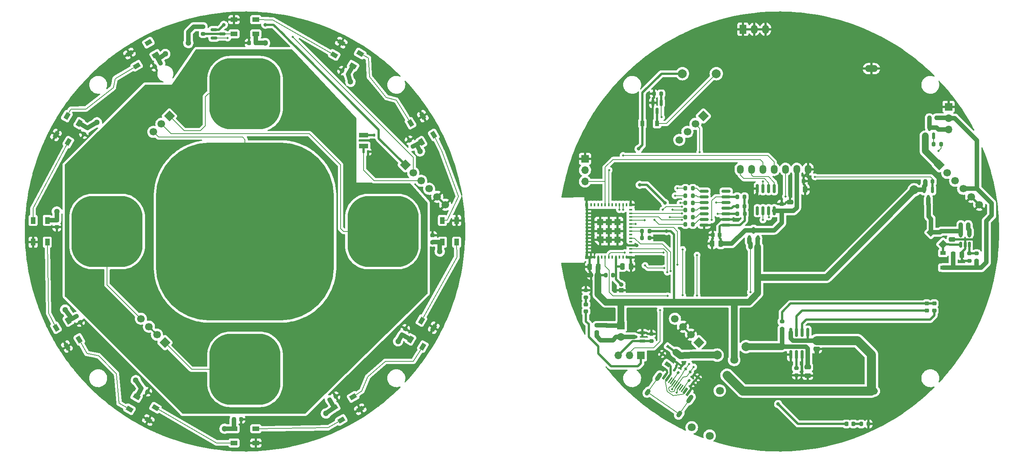
<source format=gtl>
G04 #@! TF.GenerationSoftware,KiCad,Pcbnew,6.0.11-2627ca5db0~126~ubuntu20.04.1*
G04 #@! TF.CreationDate,2023-04-27T18:05:00+02:00*
G04 #@! TF.ProjectId,Semafor,53656d61-666f-4722-9e6b-696361645f70,rev?*
G04 #@! TF.SameCoordinates,Original*
G04 #@! TF.FileFunction,Copper,L1,Top*
G04 #@! TF.FilePolarity,Positive*
%FSLAX46Y46*%
G04 Gerber Fmt 4.6, Leading zero omitted, Abs format (unit mm)*
G04 Created by KiCad (PCBNEW 6.0.11-2627ca5db0~126~ubuntu20.04.1) date 2023-04-27 18:05:00*
%MOMM*%
%LPD*%
G01*
G04 APERTURE LIST*
G04 Aperture macros list*
%AMRoundRect*
0 Rectangle with rounded corners*
0 $1 Rounding radius*
0 $2 $3 $4 $5 $6 $7 $8 $9 X,Y pos of 4 corners*
0 Add a 4 corners polygon primitive as box body*
4,1,4,$2,$3,$4,$5,$6,$7,$8,$9,$2,$3,0*
0 Add four circle primitives for the rounded corners*
1,1,$1+$1,$2,$3*
1,1,$1+$1,$4,$5*
1,1,$1+$1,$6,$7*
1,1,$1+$1,$8,$9*
0 Add four rect primitives between the rounded corners*
20,1,$1+$1,$2,$3,$4,$5,0*
20,1,$1+$1,$4,$5,$6,$7,0*
20,1,$1+$1,$6,$7,$8,$9,0*
20,1,$1+$1,$8,$9,$2,$3,0*%
%AMHorizOval*
0 Thick line with rounded ends*
0 $1 width*
0 $2 $3 position (X,Y) of the first rounded end (center of the circle)*
0 $4 $5 position (X,Y) of the second rounded end (center of the circle)*
0 Add line between two ends*
20,1,$1,$2,$3,$4,$5,0*
0 Add two circle primitives to create the rounded ends*
1,1,$1,$2,$3*
1,1,$1,$4,$5*%
%AMRotRect*
0 Rectangle, with rotation*
0 The origin of the aperture is its center*
0 $1 length*
0 $2 width*
0 $3 Rotation angle, in degrees counterclockwise*
0 Add horizontal line*
21,1,$1,$2,0,0,$3*%
%AMOutline5P*
0 Free polygon, 5 corners , with rotation*
0 The origin of the aperture is its center*
0 number of corners: always 5*
0 $1 to $10 corner X, Y*
0 $11 Rotation angle, in degrees counterclockwise*
0 create outline with 5 corners*
4,1,5,$1,$2,$3,$4,$5,$6,$7,$8,$9,$10,$1,$2,$11*%
%AMOutline6P*
0 Free polygon, 6 corners , with rotation*
0 The origin of the aperture is its center*
0 number of corners: always 6*
0 $1 to $12 corner X, Y*
0 $13 Rotation angle, in degrees counterclockwise*
0 create outline with 6 corners*
4,1,6,$1,$2,$3,$4,$5,$6,$7,$8,$9,$10,$11,$12,$1,$2,$13*%
%AMOutline7P*
0 Free polygon, 7 corners , with rotation*
0 The origin of the aperture is its center*
0 number of corners: always 7*
0 $1 to $14 corner X, Y*
0 $15 Rotation angle, in degrees counterclockwise*
0 create outline with 7 corners*
4,1,7,$1,$2,$3,$4,$5,$6,$7,$8,$9,$10,$11,$12,$13,$14,$1,$2,$15*%
%AMOutline8P*
0 Free polygon, 8 corners , with rotation*
0 The origin of the aperture is its center*
0 number of corners: always 8*
0 $1 to $16 corner X, Y*
0 $17 Rotation angle, in degrees counterclockwise*
0 create outline with 8 corners*
4,1,8,$1,$2,$3,$4,$5,$6,$7,$8,$9,$10,$11,$12,$13,$14,$15,$16,$1,$2,$17*%
G04 Aperture macros list end*
G04 #@! TA.AperFunction,SMDPad,CuDef*
%ADD10RoundRect,0.150000X-0.587500X-0.150000X0.587500X-0.150000X0.587500X0.150000X-0.587500X0.150000X0*%
G04 #@! TD*
G04 #@! TA.AperFunction,SMDPad,CuDef*
%ADD11RoundRect,4.800000X-3.200000X-3.200000X3.200000X-3.200000X3.200000X3.200000X-3.200000X3.200000X0*%
G04 #@! TD*
G04 #@! TA.AperFunction,SMDPad,CuDef*
%ADD12R,0.900000X1.200000*%
G04 #@! TD*
G04 #@! TA.AperFunction,ComponentPad*
%ADD13R,1.700000X1.700000*%
G04 #@! TD*
G04 #@! TA.AperFunction,ComponentPad*
%ADD14O,1.700000X1.700000*%
G04 #@! TD*
G04 #@! TA.AperFunction,SMDPad,CuDef*
%ADD15RoundRect,0.200000X0.200000X0.275000X-0.200000X0.275000X-0.200000X-0.275000X0.200000X-0.275000X0*%
G04 #@! TD*
G04 #@! TA.AperFunction,SMDPad,CuDef*
%ADD16RoundRect,0.200000X0.275000X-0.200000X0.275000X0.200000X-0.275000X0.200000X-0.275000X-0.200000X0*%
G04 #@! TD*
G04 #@! TA.AperFunction,SMDPad,CuDef*
%ADD17RoundRect,0.250000X-0.475000X0.250000X-0.475000X-0.250000X0.475000X-0.250000X0.475000X0.250000X0*%
G04 #@! TD*
G04 #@! TA.AperFunction,ComponentPad*
%ADD18RotRect,1.700000X1.700000X45.000000*%
G04 #@! TD*
G04 #@! TA.AperFunction,ComponentPad*
%ADD19HorizOval,1.700000X0.000000X0.000000X0.000000X0.000000X0*%
G04 #@! TD*
G04 #@! TA.AperFunction,SMDPad,CuDef*
%ADD20RoundRect,0.200000X-0.200000X-0.275000X0.200000X-0.275000X0.200000X0.275000X-0.200000X0.275000X0*%
G04 #@! TD*
G04 #@! TA.AperFunction,ComponentPad*
%ADD21O,1.500000X2.000000*%
G04 #@! TD*
G04 #@! TA.AperFunction,ComponentPad*
%ADD22R,1.500000X2.000000*%
G04 #@! TD*
G04 #@! TA.AperFunction,SMDPad,CuDef*
%ADD23RotRect,1.500000X1.000000X60.000000*%
G04 #@! TD*
G04 #@! TA.AperFunction,SMDPad,CuDef*
%ADD24RoundRect,0.200000X-0.275000X0.200000X-0.275000X-0.200000X0.275000X-0.200000X0.275000X0.200000X0*%
G04 #@! TD*
G04 #@! TA.AperFunction,SMDPad,CuDef*
%ADD25RoundRect,0.150000X0.150000X-0.587500X0.150000X0.587500X-0.150000X0.587500X-0.150000X-0.587500X0*%
G04 #@! TD*
G04 #@! TA.AperFunction,SMDPad,CuDef*
%ADD26RoundRect,0.218750X0.256250X-0.218750X0.256250X0.218750X-0.256250X0.218750X-0.256250X-0.218750X0*%
G04 #@! TD*
G04 #@! TA.AperFunction,SMDPad,CuDef*
%ADD27RoundRect,0.218750X-0.256250X0.218750X-0.256250X-0.218750X0.256250X-0.218750X0.256250X0.218750X0*%
G04 #@! TD*
G04 #@! TA.AperFunction,SMDPad,CuDef*
%ADD28RotRect,1.500000X1.400000X45.000000*%
G04 #@! TD*
G04 #@! TA.AperFunction,SMDPad,CuDef*
%ADD29RoundRect,0.225000X-0.104006X0.319856X-0.329006X-0.069856X0.104006X-0.319856X0.329006X0.069856X0*%
G04 #@! TD*
G04 #@! TA.AperFunction,SMDPad,CuDef*
%ADD30RoundRect,0.225000X0.250000X-0.225000X0.250000X0.225000X-0.250000X0.225000X-0.250000X-0.225000X0*%
G04 #@! TD*
G04 #@! TA.AperFunction,SMDPad,CuDef*
%ADD31R,1.000000X1.500000*%
G04 #@! TD*
G04 #@! TA.AperFunction,SMDPad,CuDef*
%ADD32RotRect,0.600000X0.450000X325.000000*%
G04 #@! TD*
G04 #@! TA.AperFunction,SMDPad,CuDef*
%ADD33RoundRect,0.225000X-0.225000X-0.250000X0.225000X-0.250000X0.225000X0.250000X-0.225000X0.250000X0*%
G04 #@! TD*
G04 #@! TA.AperFunction,SMDPad,CuDef*
%ADD34R,2.100000X1.000000*%
G04 #@! TD*
G04 #@! TA.AperFunction,SMDPad,CuDef*
%ADD35RotRect,1.500000X1.000000X300.000000*%
G04 #@! TD*
G04 #@! TA.AperFunction,SMDPad,CuDef*
%ADD36RoundRect,0.250000X-0.250000X-0.475000X0.250000X-0.475000X0.250000X0.475000X-0.250000X0.475000X0*%
G04 #@! TD*
G04 #@! TA.AperFunction,ComponentPad*
%ADD37R,1.000000X1.000000*%
G04 #@! TD*
G04 #@! TA.AperFunction,ComponentPad*
%ADD38O,1.000000X1.000000*%
G04 #@! TD*
G04 #@! TA.AperFunction,SMDPad,CuDef*
%ADD39RoundRect,0.250000X0.250000X0.475000X-0.250000X0.475000X-0.250000X-0.475000X0.250000X-0.475000X0*%
G04 #@! TD*
G04 #@! TA.AperFunction,SMDPad,CuDef*
%ADD40RoundRect,0.150000X-0.150000X0.825000X-0.150000X-0.825000X0.150000X-0.825000X0.150000X0.825000X0*%
G04 #@! TD*
G04 #@! TA.AperFunction,SMDPad,CuDef*
%ADD41RotRect,0.600000X1.450000X325.000000*%
G04 #@! TD*
G04 #@! TA.AperFunction,SMDPad,CuDef*
%ADD42RotRect,0.300000X1.450000X325.000000*%
G04 #@! TD*
G04 #@! TA.AperFunction,ComponentPad*
%ADD43HorizOval,1.000000X-0.172073X-0.245746X0.172073X0.245746X0*%
G04 #@! TD*
G04 #@! TA.AperFunction,ComponentPad*
%ADD44HorizOval,1.000000X-0.315467X-0.450534X0.315467X0.450534X0*%
G04 #@! TD*
G04 #@! TA.AperFunction,SMDPad,CuDef*
%ADD45RoundRect,0.225000X0.104006X-0.319856X0.329006X0.069856X-0.104006X0.319856X-0.329006X-0.069856X0*%
G04 #@! TD*
G04 #@! TA.AperFunction,SMDPad,CuDef*
%ADD46RoundRect,0.225000X-0.319856X-0.104006X0.069856X-0.329006X0.319856X0.104006X-0.069856X0.329006X0*%
G04 #@! TD*
G04 #@! TA.AperFunction,SMDPad,CuDef*
%ADD47RoundRect,0.225000X-0.250000X0.225000X-0.250000X-0.225000X0.250000X-0.225000X0.250000X0.225000X0*%
G04 #@! TD*
G04 #@! TA.AperFunction,SMDPad,CuDef*
%ADD48R,1.500000X1.000000*%
G04 #@! TD*
G04 #@! TA.AperFunction,ComponentPad*
%ADD49RotRect,1.700000X1.700000X315.000000*%
G04 #@! TD*
G04 #@! TA.AperFunction,ComponentPad*
%ADD50HorizOval,1.700000X0.000000X0.000000X0.000000X0.000000X0*%
G04 #@! TD*
G04 #@! TA.AperFunction,SMDPad,CuDef*
%ADD51R,1.200000X0.900000*%
G04 #@! TD*
G04 #@! TA.AperFunction,SMDPad,CuDef*
%ADD52RoundRect,0.225000X-0.069856X-0.329006X0.319856X-0.104006X0.069856X0.329006X-0.319856X0.104006X0*%
G04 #@! TD*
G04 #@! TA.AperFunction,SMDPad,CuDef*
%ADD53RotRect,0.600000X0.450000X145.000000*%
G04 #@! TD*
G04 #@! TA.AperFunction,SMDPad,CuDef*
%ADD54RoundRect,12.000000X-8.000000X-8.000000X8.000000X-8.000000X8.000000X8.000000X-8.000000X8.000000X0*%
G04 #@! TD*
G04 #@! TA.AperFunction,SMDPad,CuDef*
%ADD55RoundRect,0.135000X-0.216697X-0.074110X0.004474X-0.228976X0.216697X0.074110X-0.004474X0.228976X0*%
G04 #@! TD*
G04 #@! TA.AperFunction,ComponentPad*
%ADD56RotRect,1.700000X1.700000X225.000000*%
G04 #@! TD*
G04 #@! TA.AperFunction,ComponentPad*
%ADD57HorizOval,1.700000X0.000000X0.000000X0.000000X0.000000X0*%
G04 #@! TD*
G04 #@! TA.AperFunction,SMDPad,CuDef*
%ADD58RoundRect,0.150000X0.825000X0.150000X-0.825000X0.150000X-0.825000X-0.150000X0.825000X-0.150000X0*%
G04 #@! TD*
G04 #@! TA.AperFunction,SMDPad,CuDef*
%ADD59RotRect,1.500000X1.000000X120.000000*%
G04 #@! TD*
G04 #@! TA.AperFunction,SMDPad,CuDef*
%ADD60RotRect,0.600000X0.450000X55.000000*%
G04 #@! TD*
G04 #@! TA.AperFunction,SMDPad,CuDef*
%ADD61RoundRect,0.150000X0.150000X-0.512500X0.150000X0.512500X-0.150000X0.512500X-0.150000X-0.512500X0*%
G04 #@! TD*
G04 #@! TA.AperFunction,SMDPad,CuDef*
%ADD62RotRect,1.500000X1.000000X30.000000*%
G04 #@! TD*
G04 #@! TA.AperFunction,SMDPad,CuDef*
%ADD63RoundRect,0.225000X0.319856X0.104006X-0.069856X0.329006X-0.319856X-0.104006X0.069856X-0.329006X0*%
G04 #@! TD*
G04 #@! TA.AperFunction,SMDPad,CuDef*
%ADD64RoundRect,0.225000X0.225000X0.250000X-0.225000X0.250000X-0.225000X-0.250000X0.225000X-0.250000X0*%
G04 #@! TD*
G04 #@! TA.AperFunction,SMDPad,CuDef*
%ADD65R,0.400000X0.800000*%
G04 #@! TD*
G04 #@! TA.AperFunction,SMDPad,CuDef*
%ADD66R,0.800000X0.400000*%
G04 #@! TD*
G04 #@! TA.AperFunction,SMDPad,CuDef*
%ADD67R,1.450000X1.450000*%
G04 #@! TD*
G04 #@! TA.AperFunction,SMDPad,CuDef*
%ADD68Outline5P,-0.725000X0.125004X-0.125004X0.725000X0.725000X0.725000X0.725000X-0.725000X-0.725000X-0.725000X90.000000*%
G04 #@! TD*
G04 #@! TA.AperFunction,SMDPad,CuDef*
%ADD69R,0.700000X0.700000*%
G04 #@! TD*
G04 #@! TA.AperFunction,SMDPad,CuDef*
%ADD70RoundRect,0.225000X-0.329006X0.069856X-0.104006X-0.319856X0.329006X-0.069856X0.104006X0.319856X0*%
G04 #@! TD*
G04 #@! TA.AperFunction,SMDPad,CuDef*
%ADD71RoundRect,0.250000X0.475000X-0.250000X0.475000X0.250000X-0.475000X0.250000X-0.475000X-0.250000X0*%
G04 #@! TD*
G04 #@! TA.AperFunction,SMDPad,CuDef*
%ADD72RoundRect,0.135000X0.216697X0.074110X-0.004474X0.228976X-0.216697X-0.074110X0.004474X-0.228976X0*%
G04 #@! TD*
G04 #@! TA.AperFunction,ComponentPad*
%ADD73O,2.900000X1.524000*%
G04 #@! TD*
G04 #@! TA.AperFunction,SMDPad,CuDef*
%ADD74RotRect,0.900000X1.200000X235.000000*%
G04 #@! TD*
G04 #@! TA.AperFunction,ComponentPad*
%ADD75C,1.800000*%
G04 #@! TD*
G04 #@! TA.AperFunction,SMDPad,CuDef*
%ADD76RoundRect,0.150000X-0.150000X0.587500X-0.150000X-0.587500X0.150000X-0.587500X0.150000X0.587500X0*%
G04 #@! TD*
G04 #@! TA.AperFunction,SMDPad,CuDef*
%ADD77C,2.000000*%
G04 #@! TD*
G04 #@! TA.AperFunction,SMDPad,CuDef*
%ADD78RotRect,1.500000X1.000000X150.000000*%
G04 #@! TD*
G04 #@! TA.AperFunction,ComponentPad*
%ADD79C,2.000000*%
G04 #@! TD*
G04 #@! TA.AperFunction,SMDPad,CuDef*
%ADD80RoundRect,0.135000X0.135000X0.185000X-0.135000X0.185000X-0.135000X-0.185000X0.135000X-0.185000X0*%
G04 #@! TD*
G04 #@! TA.AperFunction,SMDPad,CuDef*
%ADD81RoundRect,0.162500X0.162500X-0.825000X0.162500X0.825000X-0.162500X0.825000X-0.162500X-0.825000X0*%
G04 #@! TD*
G04 #@! TA.AperFunction,SMDPad,CuDef*
%ADD82RotRect,1.500000X1.000000X240.000000*%
G04 #@! TD*
G04 #@! TA.AperFunction,SMDPad,CuDef*
%ADD83RoundRect,0.218750X0.218750X0.256250X-0.218750X0.256250X-0.218750X-0.256250X0.218750X-0.256250X0*%
G04 #@! TD*
G04 #@! TA.AperFunction,SMDPad,CuDef*
%ADD84RotRect,1.500000X1.000000X210.000000*%
G04 #@! TD*
G04 #@! TA.AperFunction,SMDPad,CuDef*
%ADD85RoundRect,0.225000X0.069856X0.329006X-0.319856X0.104006X-0.069856X-0.329006X0.319856X-0.104006X0*%
G04 #@! TD*
G04 #@! TA.AperFunction,SMDPad,CuDef*
%ADD86RoundRect,0.135000X-0.135000X-0.185000X0.135000X-0.185000X0.135000X0.185000X-0.135000X0.185000X0*%
G04 #@! TD*
G04 #@! TA.AperFunction,SMDPad,CuDef*
%ADD87RoundRect,0.150000X0.587500X0.150000X-0.587500X0.150000X-0.587500X-0.150000X0.587500X-0.150000X0*%
G04 #@! TD*
G04 #@! TA.AperFunction,SMDPad,CuDef*
%ADD88RoundRect,0.225000X0.329006X-0.069856X0.104006X0.319856X-0.329006X0.069856X-0.104006X-0.319856X0*%
G04 #@! TD*
G04 #@! TA.AperFunction,SMDPad,CuDef*
%ADD89RotRect,1.500000X1.000000X330.000000*%
G04 #@! TD*
G04 #@! TA.AperFunction,ComponentPad*
%ADD90RotRect,1.700000X1.700000X135.000000*%
G04 #@! TD*
G04 #@! TA.AperFunction,ComponentPad*
%ADD91HorizOval,1.700000X0.000000X0.000000X0.000000X0.000000X0*%
G04 #@! TD*
G04 #@! TA.AperFunction,ViaPad*
%ADD92C,0.800000*%
G04 #@! TD*
G04 #@! TA.AperFunction,ViaPad*
%ADD93C,1.300000*%
G04 #@! TD*
G04 #@! TA.AperFunction,ViaPad*
%ADD94C,0.500000*%
G04 #@! TD*
G04 #@! TA.AperFunction,ViaPad*
%ADD95C,2.000000*%
G04 #@! TD*
G04 #@! TA.AperFunction,Conductor*
%ADD96C,0.500000*%
G04 #@! TD*
G04 #@! TA.AperFunction,Conductor*
%ADD97C,1.000000*%
G04 #@! TD*
G04 #@! TA.AperFunction,Conductor*
%ADD98C,0.200000*%
G04 #@! TD*
G04 #@! TA.AperFunction,Conductor*
%ADD99C,1.500000*%
G04 #@! TD*
G04 #@! TA.AperFunction,Conductor*
%ADD100C,2.000000*%
G04 #@! TD*
G04 APERTURE END LIST*
D10*
G04 #@! TO.P,Q1,1,G*
G04 #@! TO.N,3V3_T*
X93012500Y-54600000D03*
G04 #@! TO.P,Q1,2,S*
G04 #@! TO.N,DATA_LED_T*
X93012500Y-56500000D03*
G04 #@! TO.P,Q1,3,D*
G04 #@! TO.N,DATA_LED_OUT*
X94887500Y-55550000D03*
G04 #@! TD*
D11*
G04 #@! TO.P,BTN3_DOWN1,1,1*
G04 #@! TO.N,BTN_DOWN_T*
X100000000Y-131000000D03*
G04 #@! TD*
D12*
G04 #@! TO.P,D21,1,K*
G04 #@! TO.N,+3V3*
X189300000Y-75700000D03*
G04 #@! TO.P,D21,2,A*
G04 #@! TO.N,Net-(BZ1-Pad2)*
X192600000Y-75700000D03*
G04 #@! TD*
D13*
G04 #@! TO.P,M1,1,+*
G04 #@! TO.N,+3V3*
X184500000Y-121175000D03*
D14*
G04 #@! TO.P,M1,2,-*
G04 #@! TO.N,Net-(C25-Pad2)*
X184500000Y-123715000D03*
G04 #@! TD*
D15*
G04 #@! TO.P,R14,1*
G04 #@! TO.N,PIEZO*
X193525000Y-69025000D03*
G04 #@! TO.P,R14,2*
G04 #@! TO.N,GND*
X191875000Y-69025000D03*
G04 #@! TD*
G04 #@! TO.P,R30,1*
G04 #@! TO.N,Net-(R30-Pad1)*
X200625000Y-98400000D03*
G04 #@! TO.P,R30,2*
G04 #@! TO.N,GUARD_B*
X198975000Y-98400000D03*
G04 #@! TD*
D16*
G04 #@! TO.P,R9,1*
G04 #@! TO.N,PWR_LED*
X264425000Y-106575000D03*
G04 #@! TO.P,R9,2*
G04 #@! TO.N,Net-(R10-Pad1)*
X264425000Y-104925000D03*
G04 #@! TD*
D17*
G04 #@! TO.P,C13,1*
G04 #@! TO.N,3V3_SWITCHED_LED*
X258900000Y-99900000D03*
G04 #@! TO.P,C13,2*
G04 #@! TO.N,GND*
X258900000Y-101800000D03*
G04 #@! TD*
D18*
G04 #@! TO.P,J8,1,Pin_1*
G04 #@! TO.N,+3V3*
X256000000Y-85000000D03*
D19*
G04 #@! TO.P,J8,2,Pin_2*
G04 #@! TO.N,DATA_LED*
X257796051Y-86796051D03*
G04 #@! TO.P,J8,3,Pin_3*
G04 #@! TO.N,PHOTOTRANZISTOR_B*
X259592102Y-88592102D03*
G04 #@! TO.P,J8,4,Pin_4*
G04 #@! TO.N,PWR_LED*
X261388154Y-90388154D03*
G04 #@! TO.P,J8,5,Pin_5*
G04 #@! TO.N,GND*
X263184205Y-92184205D03*
G04 #@! TO.P,J8,6,Pin_6*
X264980256Y-93980256D03*
G04 #@! TD*
D20*
G04 #@! TO.P,R25,1*
G04 #@! TO.N,Net-(Q2-Pad1)*
X213575000Y-103470000D03*
G04 #@! TO.P,R25,2*
G04 #@! TO.N,+3V3*
X215225000Y-103470000D03*
G04 #@! TD*
D15*
G04 #@! TO.P,R24,1*
G04 #@! TO.N,Net-(Q7-Pad1)*
X254525000Y-88750000D03*
G04 #@! TO.P,R24,2*
G04 #@! TO.N,+3V3*
X252875000Y-88750000D03*
G04 #@! TD*
D13*
G04 #@! TO.P,J4,1,Pin_1*
G04 #@! TO.N,GND*
X176400000Y-83660000D03*
D14*
G04 #@! TO.P,J4,2,Pin_2*
G04 #@! TO.N,TX_LoRa*
X176400000Y-86200000D03*
G04 #@! TO.P,J4,3,Pin_3*
G04 #@! TO.N,RX_LoRa*
X176400000Y-88740000D03*
G04 #@! TD*
D15*
G04 #@! TO.P,R28,1*
G04 #@! TO.N,DATA_LED_SIDE*
X256425000Y-80400000D03*
G04 #@! TO.P,R28,2*
G04 #@! TO.N,Net-(Q6-Pad2)*
X254775000Y-80400000D03*
G04 #@! TD*
D21*
G04 #@! TO.P,U4,1,M0*
G04 #@! TO.N,M0_LoRa*
X211280000Y-86000000D03*
G04 #@! TO.P,U4,2,M1*
G04 #@! TO.N,M1_LoRa*
X213820000Y-86000000D03*
G04 #@! TO.P,U4,3,RXD*
G04 #@! TO.N,RX_LoRa*
X216360000Y-86000000D03*
G04 #@! TO.P,U4,4,TXD*
G04 #@! TO.N,TX_LoRa*
X218900000Y-86000000D03*
G04 #@! TO.P,U4,5,AUX*
G04 #@! TO.N,AUX_LoRa*
X221440000Y-86000000D03*
G04 #@! TO.P,U4,6,VCC*
G04 #@! TO.N,3V3_SWITCHED*
X223980000Y-86000000D03*
G04 #@! TO.P,U4,7,GND*
G04 #@! TO.N,GND*
X226520000Y-86000000D03*
G04 #@! TO.P,U4,8,GND*
X216980000Y-54500000D03*
G04 #@! TO.P,U4,9,GND*
X214440000Y-54500000D03*
D22*
G04 #@! TO.P,U4,10,GND*
X211900000Y-54500000D03*
G04 #@! TD*
D13*
G04 #@! TO.P,J13,1,Pin_1*
G04 #@! TO.N,LED_1*
X188975000Y-127875000D03*
D14*
G04 #@! TO.P,J13,2,Pin_2*
G04 #@! TO.N,MOTOR*
X186435000Y-127875000D03*
G04 #@! TO.P,J13,3,Pin_3*
G04 #@! TO.N,MOTOR_1*
X183895000Y-127875000D03*
G04 #@! TD*
D23*
G04 #@! TO.P,D5,1,VDD*
G04 #@! TO.N,PWR_LED_T*
X137186527Y-124281761D03*
G04 #@! TO.P,D5,2,DOUT*
G04 #@! TO.N,Net-(D5-Pad2)*
X139957809Y-125881761D03*
G04 #@! TO.P,D5,3,VSS*
G04 #@! TO.N,GND_T*
X142407809Y-121638237D03*
G04 #@! TO.P,D5,4,DIN*
G04 #@! TO.N,Net-(D4-Pad2)*
X139636527Y-120038237D03*
G04 #@! TD*
D24*
G04 #@! TO.P,R4,1*
G04 #@! TO.N,PWR_LED_T*
X90590000Y-53915000D03*
G04 #@! TO.P,R4,2*
G04 #@! TO.N,DATA_LED_OUT*
X90590000Y-55565000D03*
G04 #@! TD*
D25*
G04 #@! TO.P,Q6,1,G*
G04 #@! TO.N,+3V3*
X252850000Y-78525000D03*
G04 #@! TO.P,Q6,2,S*
G04 #@! TO.N,Net-(Q6-Pad2)*
X254750000Y-78525000D03*
G04 #@! TO.P,Q6,3,D*
G04 #@! TO.N,Net-(J3-Pad3)*
X253800000Y-76650000D03*
G04 #@! TD*
D26*
G04 #@! TO.P,D13,1,K*
G04 #@! TO.N,Net-(D13-Pad1)*
X254880000Y-117787500D03*
G04 #@! TO.P,D13,2,A*
G04 #@! TO.N,Net-(D13-Pad2)*
X254880000Y-116212500D03*
G04 #@! TD*
D27*
G04 #@! TO.P,D15,1,K*
G04 #@! TO.N,Net-(D15-Pad1)*
X176600000Y-116412500D03*
G04 #@! TO.P,D15,2,A*
G04 #@! TO.N,LED_1*
X176600000Y-117987500D03*
G04 #@! TD*
D28*
G04 #@! TO.P,L1,1,1*
G04 #@! TO.N,3V3_SWITCHED_LED*
X254181500Y-100181500D03*
G04 #@! TO.P,L1,2,2*
G04 #@! TO.N,Net-(D17-Pad2)*
X256868500Y-102868500D03*
G04 #@! TD*
D29*
G04 #@! TO.P,C19,1*
G04 #@! TO.N,PWR_LED_T*
X64577500Y-76748830D03*
G04 #@! TO.P,C19,2*
G04 #@! TO.N,GND_T*
X63802500Y-78091170D03*
G04 #@! TD*
D30*
G04 #@! TO.P,C6,1*
G04 #@! TO.N,3V3_SWITCHED*
X220600000Y-95345000D03*
G04 #@! TO.P,C6,2*
G04 #@! TO.N,GND*
X220600000Y-93795000D03*
G04 #@! TD*
D31*
G04 #@! TO.P,D4,1,VDD*
G04 #@! TO.N,PWR_LED_T*
X144360000Y-102410000D03*
G04 #@! TO.P,D4,2,DOUT*
G04 #@! TO.N,Net-(D4-Pad2)*
X147560000Y-102410000D03*
G04 #@! TO.P,D4,3,VSS*
G04 #@! TO.N,GND_T*
X147560000Y-97510000D03*
G04 #@! TO.P,D4,4,DIN*
G04 #@! TO.N,Net-(D3-Pad2)*
X144360000Y-97510000D03*
G04 #@! TD*
D32*
G04 #@! TO.P,D19,1,A1*
G04 #@! TO.N,GND*
X197284884Y-129666353D03*
G04 #@! TO.P,D19,2,A2*
G04 #@! TO.N,D+*
X199005104Y-130870863D03*
G04 #@! TD*
D31*
G04 #@! TO.P,D10,1,VDD*
G04 #@! TO.N,PWR_LED_T*
X55560000Y-97510000D03*
G04 #@! TO.P,D10,2,DOUT*
G04 #@! TO.N,Net-(D10-Pad2)*
X52360000Y-97510000D03*
G04 #@! TO.P,D10,3,VSS*
G04 #@! TO.N,GND_T*
X52360000Y-102410000D03*
G04 #@! TO.P,D10,4,DIN*
G04 #@! TO.N,Net-(D10-Pad4)*
X55560000Y-102410000D03*
G04 #@! TD*
D33*
G04 #@! TO.P,C24,1*
G04 #@! TO.N,PWR_LED_T*
X97535000Y-142240000D03*
G04 #@! TO.P,C24,2*
G04 #@! TO.N,GND_T*
X99085000Y-142240000D03*
G04 #@! TD*
D34*
G04 #@! TO.P,Q5,1,C*
G04 #@! TO.N,Net-(Q5-Pad1)*
X126630000Y-78290000D03*
G04 #@! TO.P,Q5,2,E*
G04 #@! TO.N,PHOTOTRANZISTOR_T*
X126630000Y-80790000D03*
G04 #@! TD*
D15*
G04 #@! TO.P,R17,1*
G04 #@! TO.N,3V3_SWITCHED*
X212287500Y-96000000D03*
G04 #@! TO.P,R17,2*
G04 #@! TO.N,SDA*
X210637500Y-96000000D03*
G04 #@! TD*
D35*
G04 #@! TO.P,D9,1,VDD*
G04 #@! TO.N,PWR_LED_T*
X60283472Y-120038238D03*
G04 #@! TO.P,D9,2,DOUT*
G04 #@! TO.N,Net-(D10-Pad4)*
X57512190Y-121638238D03*
G04 #@! TO.P,D9,3,VSS*
G04 #@! TO.N,GND_T*
X59962190Y-125881762D03*
G04 #@! TO.P,D9,4,DIN*
G04 #@! TO.N,Net-(D8-Pad2)*
X62733472Y-124281762D03*
G04 #@! TD*
D36*
G04 #@! TO.P,C7,1*
G04 #@! TO.N,3V3_SWITCHED*
X223970000Y-90530000D03*
G04 #@! TO.P,C7,2*
G04 #@! TO.N,GND*
X225870000Y-90530000D03*
G04 #@! TD*
D37*
G04 #@! TO.P,J2,1,Pin_1*
G04 #@! TO.N,GND*
X184516745Y-113212482D03*
D38*
G04 #@! TO.P,J2,2,Pin_2*
G04 #@! TO.N,Net-(C2-Pad1)*
X184516745Y-111942482D03*
G04 #@! TD*
D39*
G04 #@! TO.P,C8,1*
G04 #@! TO.N,+3V3*
X179356698Y-107917961D03*
G04 #@! TO.P,C8,2*
G04 #@! TO.N,GND*
X177456698Y-107917961D03*
G04 #@! TD*
D40*
G04 #@! TO.P,U6,1,IO0*
G04 #@! TO.N,M1_LoRa*
X218955000Y-90375000D03*
G04 #@! TO.P,U6,2,IO1*
G04 #@! TO.N,M0_LoRa*
X217685000Y-90375000D03*
G04 #@! TO.P,U6,3,IO2*
G04 #@! TO.N,Net-(Q7-Pad1)*
X216415000Y-90375000D03*
G04 #@! TO.P,U6,4,VSS*
G04 #@! TO.N,GND*
X215145000Y-90375000D03*
G04 #@! TO.P,U6,5,IO3*
G04 #@! TO.N,unconnected-(U6-Pad5)*
X215145000Y-95325000D03*
G04 #@! TO.P,U6,6,SCL*
G04 #@! TO.N,SCL*
X216415000Y-95325000D03*
G04 #@! TO.P,U6,7,SDA*
G04 #@! TO.N,SDA*
X217685000Y-95325000D03*
G04 #@! TO.P,U6,8,VDD*
G04 #@! TO.N,3V3_SWITCHED*
X218955000Y-95325000D03*
G04 #@! TD*
D41*
G04 #@! TO.P,J1,A1,GND*
G04 #@! TO.N,GND*
X194308211Y-132575032D03*
G04 #@! TO.P,J1,A4,VBUS*
G04 #@! TO.N,Net-(D24-Pad2)*
X194963532Y-133033893D03*
D42*
G04 #@! TO.P,J1,A5,CC1*
G04 #@! TO.N,Net-(J1-PadA5)*
X195946515Y-133722184D03*
G04 #@! TO.P,J1,A6,D+*
G04 #@! TO.N,D+*
X196765667Y-134295761D03*
G04 #@! TO.P,J1,A7,D-*
G04 #@! TO.N,D-*
X197175243Y-134582549D03*
G04 #@! TO.P,J1,A8,SBU1*
G04 #@! TO.N,unconnected-(J1-PadA8)*
X197994395Y-135156126D03*
D41*
G04 #@! TO.P,J1,A9,VBUS*
G04 #@! TO.N,Net-(D24-Pad2)*
X198977377Y-135844417D03*
G04 #@! TO.P,J1,A12,GND*
G04 #@! TO.N,GND*
X199632699Y-136303278D03*
G04 #@! TO.P,J1,B1,GND*
X199632699Y-136303278D03*
G04 #@! TO.P,J1,B4,VBUS*
G04 #@! TO.N,Net-(D24-Pad2)*
X198977377Y-135844417D03*
D42*
G04 #@! TO.P,J1,B5,CC2*
G04 #@! TO.N,Net-(J1-PadB5)*
X198403971Y-135442914D03*
G04 #@! TO.P,J1,B6,D+*
G04 #@! TO.N,D+*
X197584819Y-134869337D03*
G04 #@! TO.P,J1,B7,D-*
G04 #@! TO.N,D-*
X196356091Y-134008973D03*
G04 #@! TO.P,J1,B8,SBU2*
G04 #@! TO.N,unconnected-(J1-PadB8)*
X195536939Y-133435396D03*
D41*
G04 #@! TO.P,J1,B9,VBUS*
G04 #@! TO.N,Net-(D24-Pad2)*
X194963532Y-133033893D03*
G04 #@! TO.P,J1,B12,GND*
G04 #@! TO.N,GND*
X194308211Y-132575032D03*
D43*
G04 #@! TO.P,J1,S1,SHIELD*
G04 #@! TO.N,unconnected-(J1-PadS1)*
X197586820Y-141090585D03*
D44*
X192906895Y-132710829D03*
D43*
X190509346Y-136134884D03*
D44*
X199984369Y-137666529D03*
G04 #@! TD*
D45*
G04 #@! TO.P,C20,1*
G04 #@! TO.N,PWR_LED_T*
X135245000Y-123232340D03*
G04 #@! TO.P,C20,2*
G04 #@! TO.N,GND_T*
X136020000Y-121890000D03*
G04 #@! TD*
D46*
G04 #@! TO.P,C21,1*
G04 #@! TO.N,PWR_LED_T*
X76718830Y-135282500D03*
G04 #@! TO.P,C21,2*
G04 #@! TO.N,GND_T*
X78061170Y-136057500D03*
G04 #@! TD*
D47*
G04 #@! TO.P,C17,1*
G04 #@! TO.N,PWR_LED_T*
X57700000Y-97465000D03*
G04 #@! TO.P,C17,2*
G04 #@! TO.N,GND_T*
X57700000Y-99015000D03*
G04 #@! TD*
D48*
G04 #@! TO.P,D7,1,VDD*
G04 #@! TO.N,PWR_LED_T*
X97510000Y-144360000D03*
G04 #@! TO.P,D7,2,DOUT*
G04 #@! TO.N,Net-(D7-Pad2)*
X97510000Y-147560000D03*
G04 #@! TO.P,D7,3,VSS*
G04 #@! TO.N,GND_T*
X102410000Y-147560000D03*
G04 #@! TO.P,D7,4,DIN*
G04 #@! TO.N,Net-(D6-Pad2)*
X102410000Y-144360000D03*
G04 #@! TD*
D49*
G04 #@! TO.P,J9,1,Pin_1*
G04 #@! TO.N,BTN_UP_B*
X203000000Y-74000000D03*
D50*
G04 #@! TO.P,J9,2,Pin_2*
G04 #@! TO.N,BTN_RIGHT_B*
X201203949Y-75796051D03*
G04 #@! TO.P,J9,3,Pin_3*
G04 #@! TO.N,BTN_ENTER_B*
X199407898Y-77592102D03*
G04 #@! TO.P,J9,4,Pin_4*
G04 #@! TO.N,GUARD_B*
X197611846Y-79388154D03*
G04 #@! TD*
D51*
G04 #@! TO.P,D17,1,K*
G04 #@! TO.N,PWR_LED*
X256850000Y-108125000D03*
G04 #@! TO.P,D17,2,A*
G04 #@! TO.N,Net-(D17-Pad2)*
X256850000Y-104825000D03*
G04 #@! TD*
D52*
G04 #@! TO.P,C11,1*
G04 #@! TO.N,PWR_LED_T*
X118998830Y-137857500D03*
G04 #@! TO.P,C11,2*
G04 #@! TO.N,GND_T*
X120341170Y-137082500D03*
G04 #@! TD*
D53*
G04 #@! TO.P,D20,1,A1*
G04 #@! TO.N,GND*
X201749263Y-132792344D03*
G04 #@! TO.P,D20,2,A2*
G04 #@! TO.N,D-*
X200029043Y-131587834D03*
G04 #@! TD*
D36*
G04 #@! TO.P,C14,1*
G04 #@! TO.N,PWR_LED*
X259150000Y-105225000D03*
G04 #@! TO.P,C14,2*
G04 #@! TO.N,GND*
X261050000Y-105225000D03*
G04 #@! TD*
D20*
G04 #@! TO.P,R21,1*
G04 #@! TO.N,BTN_LEFT_B*
X198975000Y-90300000D03*
G04 #@! TO.P,R21,2*
G04 #@! TO.N,Net-(R21-Pad2)*
X200625000Y-90300000D03*
G04 #@! TD*
D54*
G04 #@! TO.P,BTN1_ENTER1,1,1*
G04 #@! TO.N,BTN_ENTER_T*
X100000000Y-100000000D03*
G04 #@! TD*
D55*
G04 #@! TO.P,R3,1*
G04 #@! TO.N,Net-(J1-PadB5)*
X199778904Y-133549040D03*
G04 #@! TO.P,R3,2*
G04 #@! TO.N,GND*
X200614440Y-134134088D03*
G04 #@! TD*
D56*
G04 #@! TO.P,J11,1,Pin_1*
G04 #@! TO.N,BTN_DOWN_B*
X202000000Y-125000000D03*
D57*
G04 #@! TO.P,J11,2,Pin_2*
G04 #@! TO.N,GND*
X200203949Y-123203949D03*
G04 #@! TO.P,J11,3,Pin_3*
X198407898Y-121407898D03*
G04 #@! TO.P,J11,4,Pin_4*
G04 #@! TO.N,BTN_LEFT_B*
X196611846Y-119611846D03*
G04 #@! TD*
D20*
G04 #@! TO.P,R13,1*
G04 #@! TO.N,3V3_SWITCHED_LED*
X260875000Y-98475000D03*
G04 #@! TO.P,R13,2*
G04 #@! TO.N,Net-(R13-Pad2)*
X262525000Y-98475000D03*
G04 #@! TD*
D15*
G04 #@! TO.P,R16,1*
G04 #@! TO.N,3V3_SWITCHED*
X212262500Y-94300000D03*
G04 #@! TO.P,R16,2*
G04 #@! TO.N,Net-(R16-Pad2)*
X210612500Y-94300000D03*
G04 #@! TD*
D48*
G04 #@! TO.P,D1,1,VDD*
G04 #@! TO.N,PWR_LED_T*
X102410000Y-55560000D03*
G04 #@! TO.P,D1,2,DOUT*
G04 #@! TO.N,Net-(D1-Pad2)*
X102410000Y-52360000D03*
G04 #@! TO.P,D1,3,VSS*
G04 #@! TO.N,GND_T*
X97510000Y-52360000D03*
G04 #@! TO.P,D1,4,DIN*
G04 #@! TO.N,DATA_LED_OUT*
X97510000Y-55560000D03*
G04 #@! TD*
D15*
G04 #@! TO.P,R23,1*
G04 #@! TO.N,Net-(R23-Pad1)*
X200625000Y-91950000D03*
G04 #@! TO.P,R23,2*
G04 #@! TO.N,BTN_RIGHT_B*
X198975000Y-91950000D03*
G04 #@! TD*
D26*
G04 #@! TO.P,D14,1,K*
G04 #@! TO.N,Net-(D14-Pad1)*
X253200000Y-117787500D03*
G04 #@! TO.P,D14,2,A*
G04 #@! TO.N,Net-(D13-Pad2)*
X253200000Y-116212500D03*
G04 #@! TD*
D58*
G04 #@! TO.P,U5,1,VDD*
G04 #@! TO.N,3V3_SWITCHED*
X208112500Y-98560000D03*
G04 #@! TO.P,U5,2,MODE*
G04 #@! TO.N,GND*
X208112500Y-97290000D03*
G04 #@! TO.P,U5,3,SDA/OUT0*
G04 #@! TO.N,SDA*
X208112500Y-96020000D03*
G04 #@! TO.P,U5,4,~{RESET}*
G04 #@! TO.N,Net-(R16-Pad2)*
X208112500Y-94750000D03*
G04 #@! TO.P,U5,5,~{CHANGE}/OUT4*
G04 #@! TO.N,CHANGE*
X208112500Y-93480000D03*
G04 #@! TO.P,U5,6,SCL/OUT3*
G04 #@! TO.N,SCL*
X208112500Y-92210000D03*
G04 #@! TO.P,U5,7,OUT2/KEY6*
G04 #@! TO.N,unconnected-(U5-Pad7)*
X208112500Y-90940000D03*
G04 #@! TO.P,U5,8,OUT1/KEY5*
G04 #@! TO.N,Net-(R21-Pad2)*
X203162500Y-90940000D03*
G04 #@! TO.P,U5,9,KEY4*
G04 #@! TO.N,Net-(R23-Pad1)*
X203162500Y-92210000D03*
G04 #@! TO.P,U5,10,KEY3*
G04 #@! TO.N,Net-(R20-Pad1)*
X203162500Y-93480000D03*
G04 #@! TO.P,U5,11,KEY2*
G04 #@! TO.N,Net-(R22-Pad1)*
X203162500Y-94750000D03*
G04 #@! TO.P,U5,12,KEY1*
G04 #@! TO.N,Net-(R19-Pad1)*
X203162500Y-96020000D03*
G04 #@! TO.P,U5,13,KEY0*
G04 #@! TO.N,Net-(R30-Pad1)*
X203162500Y-97290000D03*
G04 #@! TO.P,U5,14,VSS*
G04 #@! TO.N,GND*
X203162500Y-98560000D03*
G04 #@! TD*
D24*
G04 #@! TO.P,R8,1*
G04 #@! TO.N,Net-(R8-Pad1)*
X223900000Y-130715000D03*
G04 #@! TO.P,R8,2*
G04 #@! TO.N,GND*
X223900000Y-132365000D03*
G04 #@! TD*
D59*
G04 #@! TO.P,D3,1,VDD*
G04 #@! TO.N,PWR_LED_T*
X139636527Y-79881762D03*
G04 #@! TO.P,D3,2,DOUT*
G04 #@! TO.N,Net-(D3-Pad2)*
X142407809Y-78281762D03*
G04 #@! TO.P,D3,3,VSS*
G04 #@! TO.N,GND_T*
X139957809Y-74038238D03*
G04 #@! TO.P,D3,4,DIN*
G04 #@! TO.N,Net-(D2-Pad2)*
X137186527Y-75638238D03*
G04 #@! TD*
D60*
G04 #@! TO.P,D18,1,A1*
G04 #@! TO.N,GND*
X193743146Y-127528138D03*
G04 #@! TO.P,D18,2,A2*
G04 #@! TO.N,+5V*
X194947656Y-125807918D03*
G04 #@! TD*
D61*
G04 #@! TO.P,U3,1,SW*
G04 #@! TO.N,Net-(D17-Pad2)*
X260875000Y-102925000D03*
G04 #@! TO.P,U3,2,GND*
G04 #@! TO.N,GND*
X261825000Y-102925000D03*
G04 #@! TO.P,U3,3,FB*
G04 #@! TO.N,Net-(R10-Pad1)*
X262775000Y-102925000D03*
G04 #@! TO.P,U3,4,/SHDN*
G04 #@! TO.N,Net-(R13-Pad2)*
X262775000Y-100650000D03*
G04 #@! TO.P,U3,5,VIN*
G04 #@! TO.N,3V3_SWITCHED_LED*
X260875000Y-100650000D03*
G04 #@! TD*
D20*
G04 #@! TO.P,R7,1*
G04 #@! TO.N,U_BAT_ADC*
X189225000Y-101450000D03*
G04 #@! TO.P,R7,2*
G04 #@! TO.N,GND*
X190875000Y-101450000D03*
G04 #@! TD*
D16*
G04 #@! TO.P,R29,1*
G04 #@! TO.N,Net-(D15-Pad1)*
X176600000Y-114850000D03*
G04 #@! TO.P,R29,2*
G04 #@! TO.N,GND*
X176600000Y-113200000D03*
G04 #@! TD*
D62*
G04 #@! TO.P,D6,1,VDD*
G04 #@! TO.N,PWR_LED_T*
X120038238Y-139636527D03*
G04 #@! TO.P,D6,2,DOUT*
G04 #@! TO.N,Net-(D6-Pad2)*
X121638238Y-142407809D03*
G04 #@! TO.P,D6,3,VSS*
G04 #@! TO.N,GND_T*
X125881762Y-139957809D03*
G04 #@! TO.P,D6,4,DIN*
G04 #@! TO.N,Net-(D5-Pad2)*
X124281762Y-137186527D03*
G04 #@! TD*
D63*
G04 #@! TO.P,C16,1*
G04 #@! TO.N,PWR_LED_T*
X123141170Y-64597500D03*
G04 #@! TO.P,C16,2*
G04 #@! TO.N,GND_T*
X121798830Y-63822500D03*
G04 #@! TD*
D20*
G04 #@! TO.P,R12,1*
G04 #@! TO.N,Net-(D16-Pad1)*
X238475000Y-143300000D03*
G04 #@! TO.P,R12,2*
G04 #@! TO.N,GND*
X240125000Y-143300000D03*
G04 #@! TD*
D17*
G04 #@! TO.P,C1,1*
G04 #@! TO.N,+5V*
X226450000Y-130490000D03*
G04 #@! TO.P,C1,2*
G04 #@! TO.N,GND*
X226450000Y-132390000D03*
G04 #@! TD*
D15*
G04 #@! TO.P,R22,1*
G04 #@! TO.N,Net-(R22-Pad1)*
X200625000Y-95150000D03*
G04 #@! TO.P,R22,2*
G04 #@! TO.N,BTN_UP_B*
X198975000Y-95150000D03*
G04 #@! TD*
D64*
G04 #@! TO.P,C9,1*
G04 #@! TO.N,+3V3*
X179331698Y-109851338D03*
G04 #@! TO.P,C9,2*
G04 #@! TO.N,GND*
X177781698Y-109851338D03*
G04 #@! TD*
D15*
G04 #@! TO.P,R18,1*
G04 #@! TO.N,3V3_SWITCHED*
X212262500Y-92200000D03*
G04 #@! TO.P,R18,2*
G04 #@! TO.N,SCL*
X210612500Y-92200000D03*
G04 #@! TD*
D65*
G04 #@! TO.P,U1,1,GND*
G04 #@! TO.N,GND*
X177750000Y-105800000D03*
G04 #@! TO.P,U1,2,GND*
X178550000Y-105800000D03*
G04 #@! TO.P,U1,3,3V3*
G04 #@! TO.N,+3V3*
X179350000Y-105800000D03*
G04 #@! TO.P,U1,4*
G04 #@! TO.N,N/C*
X180150000Y-105800000D03*
G04 #@! TO.P,U1,5,IO2*
G04 #@! TO.N,Net-(Q2-Pad1)*
X180950000Y-105800000D03*
G04 #@! TO.P,U1,6,IO3*
G04 #@! TO.N,DATA_LED_SIDE*
X181750000Y-105800000D03*
G04 #@! TO.P,U1,7*
G04 #@! TO.N,N/C*
X182550000Y-105800000D03*
G04 #@! TO.P,U1,8,EN*
G04 #@! TO.N,Net-(C2-Pad1)*
X183350000Y-105800000D03*
G04 #@! TO.P,U1,9*
G04 #@! TO.N,N/C*
X184150000Y-105800000D03*
G04 #@! TO.P,U1,10*
X184950000Y-105800000D03*
G04 #@! TO.P,U1,11,GND*
G04 #@! TO.N,GND*
X185750000Y-105800000D03*
D66*
G04 #@! TO.P,U1,12,IO0*
G04 #@! TO.N,CHANGE*
X186650000Y-104700000D03*
G04 #@! TO.P,U1,13,IO1*
G04 #@! TO.N,PHOTOTRANZISTOR_B*
X186650000Y-103900000D03*
G04 #@! TO.P,U1,14,GND*
G04 #@! TO.N,GND*
X186650000Y-103100000D03*
G04 #@! TO.P,U1,15*
G04 #@! TO.N,N/C*
X186650000Y-102300000D03*
G04 #@! TO.P,U1,16,IO10*
G04 #@! TO.N,DATA_LED*
X186650000Y-101500000D03*
G04 #@! TO.P,U1,17*
G04 #@! TO.N,N/C*
X186650000Y-100700000D03*
G04 #@! TO.P,U1,18,IO4*
G04 #@! TO.N,U_BAT_ADC*
X186650000Y-99900000D03*
G04 #@! TO.P,U1,19,IO5*
G04 #@! TO.N,AUX_LoRa*
X186650000Y-99100000D03*
G04 #@! TO.P,U1,20,IO6*
G04 #@! TO.N,MOTOR*
X186650000Y-98300000D03*
G04 #@! TO.P,U1,21,IO7*
G04 #@! TO.N,PIEZO*
X186650000Y-97500000D03*
G04 #@! TO.P,U1,22,IO8*
G04 #@! TO.N,SCL*
X186650000Y-96700000D03*
G04 #@! TO.P,U1,23,IO9*
G04 #@! TO.N,SDA*
X186650000Y-95900000D03*
G04 #@! TO.P,U1,24*
G04 #@! TO.N,N/C*
X186650000Y-95100000D03*
D65*
G04 #@! TO.P,U1,25*
X185750000Y-94000000D03*
G04 #@! TO.P,U1,26,IO18*
G04 #@! TO.N,D-*
X184950000Y-94000000D03*
G04 #@! TO.P,U1,27,IO19*
G04 #@! TO.N,D+*
X184150000Y-94000000D03*
G04 #@! TO.P,U1,28*
G04 #@! TO.N,N/C*
X183350000Y-94000000D03*
G04 #@! TO.P,U1,29*
X182550000Y-94000000D03*
G04 #@! TO.P,U1,30,RXD0*
G04 #@! TO.N,TX_LoRa*
X181750000Y-94000000D03*
G04 #@! TO.P,U1,31,TXD0*
G04 #@! TO.N,RX_LoRa*
X180950000Y-94000000D03*
G04 #@! TO.P,U1,32*
G04 #@! TO.N,N/C*
X180150000Y-94000000D03*
G04 #@! TO.P,U1,33*
X179350000Y-94000000D03*
G04 #@! TO.P,U1,34*
X178550000Y-94000000D03*
G04 #@! TO.P,U1,35*
X177750000Y-94000000D03*
D66*
G04 #@! TO.P,U1,36,GND*
G04 #@! TO.N,GND*
X176850000Y-95100000D03*
G04 #@! TO.P,U1,37,GND*
X176850000Y-95900000D03*
G04 #@! TO.P,U1,38,GND*
X176850000Y-96700000D03*
G04 #@! TO.P,U1,39,GND*
X176850000Y-97500000D03*
G04 #@! TO.P,U1,40,GND*
X176850000Y-98300000D03*
G04 #@! TO.P,U1,41,GND*
X176850000Y-99100000D03*
G04 #@! TO.P,U1,42,GND*
X176850000Y-99900000D03*
G04 #@! TO.P,U1,43,GND*
X176850000Y-100700000D03*
G04 #@! TO.P,U1,44,GND*
X176850000Y-101500000D03*
G04 #@! TO.P,U1,45,GND*
X176850000Y-102300000D03*
G04 #@! TO.P,U1,46,GND*
X176850000Y-103100000D03*
G04 #@! TO.P,U1,47,GND*
X176850000Y-103900000D03*
G04 #@! TO.P,U1,48,GND*
X176850000Y-104700000D03*
D67*
G04 #@! TO.P,U1,49,EPAD*
X181750000Y-99900000D03*
X179775000Y-97925000D03*
X179775000Y-99900000D03*
X181750000Y-97925000D03*
X183725000Y-97925000D03*
X183725000Y-99900000D03*
X181750000Y-101875000D03*
X183725000Y-101875000D03*
D68*
X179775000Y-101875000D03*
D69*
G04 #@! TO.P,U1,50,GND*
X176800000Y-93950000D03*
G04 #@! TO.P,U1,51,GND*
X186700000Y-93950000D03*
G04 #@! TO.P,U1,52,GND*
X186700000Y-105850000D03*
G04 #@! TO.P,U1,53,GND*
X176800000Y-105850000D03*
G04 #@! TD*
D30*
G04 #@! TO.P,C22,1*
G04 #@! TO.N,PWR_LED_T*
X142170000Y-102425000D03*
G04 #@! TO.P,C22,2*
G04 #@! TO.N,GND_T*
X142170000Y-100875000D03*
G04 #@! TD*
D15*
G04 #@! TO.P,R20,1*
G04 #@! TO.N,Net-(R20-Pad1)*
X200625000Y-93550000D03*
G04 #@! TO.P,R20,2*
G04 #@! TO.N,BTN_DOWN_B*
X198975000Y-93550000D03*
G04 #@! TD*
D64*
G04 #@! TO.P,C23,1*
G04 #@! TO.N,PWR_LED_T*
X102445000Y-57580000D03*
G04 #@! TO.P,C23,2*
G04 #@! TO.N,GND_T*
X100895000Y-57580000D03*
G04 #@! TD*
D70*
G04 #@! TO.P,C18,1*
G04 #@! TO.N,PWR_LED_T*
X62162500Y-119058830D03*
G04 #@! TO.P,C18,2*
G04 #@! TO.N,GND_T*
X62937500Y-120401170D03*
G04 #@! TD*
D71*
G04 #@! TO.P,C5,1*
G04 #@! TO.N,3V3_SWITCHED*
X222520000Y-95330000D03*
G04 #@! TO.P,C5,2*
G04 #@! TO.N,GND*
X222520000Y-93430000D03*
G04 #@! TD*
D72*
G04 #@! TO.P,R2,1*
G04 #@! TO.N,Net-(J1-PadA5)*
X197333753Y-131714850D03*
G04 #@! TO.P,R2,2*
G04 #@! TO.N,GND*
X196498217Y-131129802D03*
G04 #@! TD*
D73*
G04 #@! TO.P,BT1,1,+*
G04 #@! TO.N,Net-(BT1-Pad1)*
X240770000Y-135880000D03*
G04 #@! TO.P,BT1,2,-*
G04 #@! TO.N,GND*
X240770000Y-63380000D03*
G04 #@! TD*
D25*
G04 #@! TO.P,Q2,1,G*
G04 #@! TO.N,Net-(Q2-Pad1)*
X213350000Y-101587500D03*
G04 #@! TO.P,Q2,2,S*
G04 #@! TO.N,+3V3*
X215250000Y-101587500D03*
G04 #@! TO.P,Q2,3,D*
G04 #@! TO.N,3V3_SWITCHED*
X214300000Y-99712500D03*
G04 #@! TD*
D74*
G04 #@! TO.P,D24,1,K*
G04 #@! TO.N,+5V*
X196826465Y-127147969D03*
G04 #@! TO.P,D24,2,A*
G04 #@! TO.N,Net-(D24-Pad2)*
X194933663Y-129851171D03*
G04 #@! TD*
D75*
G04 #@! TO.P,SW1,1,A*
G04 #@! TO.N,unconnected-(SW1-Pad1)*
X206693802Y-135791913D03*
G04 #@! TO.P,SW1,2,B*
G04 #@! TO.N,Net-(BT1-Pad1)*
X208303977Y-132338880D03*
G04 #@! TO.P,SW1,3,C*
G04 #@! TO.N,+3V3*
X209914153Y-128885848D03*
G04 #@! TO.P,SW1,4*
G04 #@! TO.N,N/C*
X204416535Y-145940326D03*
G04 #@! TO.P,SW1,5*
X200383465Y-144059674D03*
G04 #@! TD*
D76*
G04 #@! TO.P,Q7,1,G*
G04 #@! TO.N,Net-(Q7-Pad1)*
X254525000Y-90637500D03*
G04 #@! TO.P,Q7,2,S*
G04 #@! TO.N,+3V3*
X252625000Y-90637500D03*
G04 #@! TO.P,Q7,3,D*
G04 #@! TO.N,3V3_SWITCHED_LED*
X253575000Y-92512500D03*
G04 #@! TD*
D24*
G04 #@! TO.P,R10,1*
G04 #@! TO.N,Net-(R10-Pad1)*
X262775000Y-104925000D03*
G04 #@! TO.P,R10,2*
G04 #@! TO.N,GND*
X262775000Y-106575000D03*
G04 #@! TD*
D20*
G04 #@! TO.P,R5,1*
G04 #@! TO.N,+3V3*
X181047604Y-109826337D03*
G04 #@! TO.P,R5,2*
G04 #@! TO.N,Net-(C2-Pad1)*
X182697604Y-109826337D03*
G04 #@! TD*
D64*
G04 #@! TO.P,C4,1*
G04 #@! TO.N,3V3_SWITCHED*
X206661786Y-100800000D03*
G04 #@! TO.P,C4,2*
G04 #@! TO.N,GND*
X205111786Y-100800000D03*
G04 #@! TD*
D77*
G04 #@! TO.P,TP1,1,1*
G04 #@! TO.N,GUARD_T*
X72500000Y-76000000D03*
G04 #@! TD*
D15*
G04 #@! TO.P,R19,1*
G04 #@! TO.N,Net-(R19-Pad1)*
X200624286Y-96750000D03*
G04 #@! TO.P,R19,2*
G04 #@! TO.N,BTN_ENTER_B*
X198974286Y-96750000D03*
G04 #@! TD*
D17*
G04 #@! TO.P,C10,1*
G04 #@! TO.N,Net-(BT1-Pad1)*
X228450000Y-124540000D03*
G04 #@! TO.P,C10,2*
G04 #@! TO.N,GND*
X228450000Y-126440000D03*
G04 #@! TD*
D15*
G04 #@! TO.P,R1,1*
G04 #@! TO.N,+3V3*
X190875000Y-99900000D03*
G04 #@! TO.P,R1,2*
G04 #@! TO.N,U_BAT_ADC*
X189225000Y-99900000D03*
G04 #@! TD*
D39*
G04 #@! TO.P,C3,1*
G04 #@! TO.N,3V3_SWITCHED*
X206886786Y-102750000D03*
G04 #@! TO.P,C3,2*
G04 #@! TO.N,GND*
X204986786Y-102750000D03*
G04 #@! TD*
D36*
G04 #@! TO.P,C2,1*
G04 #@! TO.N,Net-(C2-Pad1)*
X184811745Y-107847482D03*
G04 #@! TO.P,C2,2*
G04 #@! TO.N,GND*
X186711745Y-107847482D03*
G04 #@! TD*
D78*
G04 #@! TO.P,D2,1,VDD*
G04 #@! TO.N,PWR_LED_T*
X124281762Y-62733472D03*
G04 #@! TO.P,D2,2,DOUT*
G04 #@! TO.N,Net-(D2-Pad2)*
X125881762Y-59962190D03*
G04 #@! TO.P,D2,3,VSS*
G04 #@! TO.N,GND_T*
X121638238Y-57512190D03*
G04 #@! TO.P,D2,4,DIN*
G04 #@! TO.N,Net-(D1-Pad2)*
X120038238Y-60283472D03*
G04 #@! TD*
D11*
G04 #@! TO.P,BTN5_LEFT1,1,1*
G04 #@! TO.N,BTN_LEFT_T*
X69000000Y-100000000D03*
G04 #@! TD*
D33*
G04 #@! TO.P,C26,1*
G04 #@! TO.N,3V3_SWITCHED*
X223975000Y-88650000D03*
G04 #@! TO.P,C26,2*
G04 #@! TO.N,GND*
X225525000Y-88650000D03*
G04 #@! TD*
D16*
G04 #@! TO.P,R6,1*
G04 #@! TO.N,+5V*
X220700000Y-121915000D03*
G04 #@! TO.P,R6,2*
G04 #@! TO.N,Net-(D13-Pad2)*
X220700000Y-120265000D03*
G04 #@! TD*
D11*
G04 #@! TO.P,BTN2_UP1,1,1*
G04 #@! TO.N,BTN_UP_T*
X100000000Y-69000000D03*
G04 #@! TD*
D76*
G04 #@! TO.P,Q3,1,G*
G04 #@! TO.N,PIEZO*
X193550000Y-71062500D03*
G04 #@! TO.P,Q3,2,S*
G04 #@! TO.N,GND*
X191650000Y-71062500D03*
G04 #@! TO.P,Q3,3,D*
G04 #@! TO.N,Net-(BZ1-Pad2)*
X192600000Y-72937500D03*
G04 #@! TD*
D79*
G04 #@! TO.P,BZ1,1,-*
G04 #@! TO.N,+3V3*
X198290000Y-64500000D03*
G04 #@! TO.P,BZ1,2,+*
G04 #@! TO.N,Net-(BZ1-Pad2)*
X205910000Y-64500000D03*
G04 #@! TD*
D80*
G04 #@! TO.P,R26,1*
G04 #@! TO.N,3V3_T*
X130060000Y-78300000D03*
G04 #@! TO.P,R26,2*
G04 #@! TO.N,Net-(Q5-Pad1)*
X129040000Y-78300000D03*
G04 #@! TD*
D81*
G04 #@! TO.P,U2,1,TEMP*
G04 #@! TO.N,GND*
X222645000Y-127727500D03*
G04 #@! TO.P,U2,2,ISET*
G04 #@! TO.N,Net-(R8-Pad1)*
X223915000Y-127727500D03*
G04 #@! TO.P,U2,3,GND*
G04 #@! TO.N,GND*
X225185000Y-127727500D03*
G04 #@! TO.P,U2,4,VIN*
G04 #@! TO.N,+5V*
X226455000Y-127727500D03*
G04 #@! TO.P,U2,5,BAT*
G04 #@! TO.N,Net-(BT1-Pad1)*
X226455000Y-122652500D03*
G04 #@! TO.P,U2,6,/DONE*
G04 #@! TO.N,Net-(D13-Pad1)*
X225185000Y-122652500D03*
G04 #@! TO.P,U2,7,/CHRG*
G04 #@! TO.N,Net-(D14-Pad1)*
X223915000Y-122652500D03*
G04 #@! TO.P,U2,8,FB*
G04 #@! TO.N,Net-(BT1-Pad1)*
X222645000Y-122652500D03*
G04 #@! TD*
D13*
G04 #@! TO.P,J3,1,Pin_1*
G04 #@! TO.N,GND*
X258092620Y-71937500D03*
D14*
G04 #@! TO.P,J3,2,Pin_2*
G04 #@! TO.N,PWR_LED*
X258092620Y-74477500D03*
G04 #@! TO.P,J3,3,Pin_3*
G04 #@! TO.N,Net-(J3-Pad3)*
X258092620Y-77017500D03*
G04 #@! TD*
D16*
G04 #@! TO.P,R15,1*
G04 #@! TO.N,MOTOR_1*
X191321190Y-124672500D03*
G04 #@! TO.P,R15,2*
G04 #@! TO.N,GND*
X191321190Y-123022500D03*
G04 #@! TD*
D82*
G04 #@! TO.P,D11,1,VDD*
G04 #@! TO.N,PWR_LED_T*
X62733472Y-75638238D03*
G04 #@! TO.P,D11,2,DOUT*
G04 #@! TO.N,Net-(D11-Pad2)*
X59962190Y-74038238D03*
G04 #@! TO.P,D11,3,VSS*
G04 #@! TO.N,GND_T*
X57512190Y-78281762D03*
G04 #@! TO.P,D11,4,DIN*
G04 #@! TO.N,Net-(D10-Pad2)*
X60283472Y-79881762D03*
G04 #@! TD*
D83*
G04 #@! TO.P,D16,1,K*
G04 #@! TO.N,Net-(D16-Pad1)*
X236712500Y-143275000D03*
G04 #@! TO.P,D16,2,A*
G04 #@! TO.N,+3V3*
X235137500Y-143275000D03*
G04 #@! TD*
D47*
G04 #@! TO.P,C25,1*
G04 #@! TO.N,+3V3*
X179071190Y-121122500D03*
G04 #@! TO.P,C25,2*
G04 #@! TO.N,Net-(C25-Pad2)*
X179071190Y-122672500D03*
G04 #@! TD*
D11*
G04 #@! TO.P,BTN4_RIGHT1,1,1*
G04 #@! TO.N,BTN_RIGHT_T*
X131000000Y-100000000D03*
G04 #@! TD*
D84*
G04 #@! TO.P,D12,1,VDD*
G04 #@! TO.N,PWR_LED_T*
X79881761Y-60283472D03*
G04 #@! TO.P,D12,2,DOUT*
G04 #@! TO.N,unconnected-(D12-Pad2)*
X78281761Y-57512190D03*
G04 #@! TO.P,D12,3,VSS*
G04 #@! TO.N,GND_T*
X74038237Y-59962190D03*
G04 #@! TO.P,D12,4,DIN*
G04 #@! TO.N,Net-(D11-Pad2)*
X75638237Y-62733472D03*
G04 #@! TD*
D51*
G04 #@! TO.P,D22,1,K*
G04 #@! TO.N,+3V3*
X181221190Y-121127500D03*
G04 #@! TO.P,D22,2,A*
G04 #@! TO.N,Net-(C25-Pad2)*
X181221190Y-124427500D03*
G04 #@! TD*
D85*
G04 #@! TO.P,C12,1*
G04 #@! TO.N,PWR_LED_T*
X81041170Y-62152500D03*
G04 #@! TO.P,C12,2*
G04 #@! TO.N,GND_T*
X79698830Y-62927500D03*
G04 #@! TD*
D86*
G04 #@! TO.P,R27,1*
G04 #@! TO.N,PHOTOTRANZISTOR_T*
X126650000Y-82085000D03*
G04 #@! TO.P,R27,2*
G04 #@! TO.N,GND_T*
X127670000Y-82085000D03*
G04 #@! TD*
D87*
G04 #@! TO.P,Q4,1,G*
G04 #@! TO.N,MOTOR_1*
X189328690Y-124657500D03*
G04 #@! TO.P,Q4,2,S*
G04 #@! TO.N,GND*
X189328690Y-122757500D03*
G04 #@! TO.P,Q4,3,D*
G04 #@! TO.N,Net-(C25-Pad2)*
X187453690Y-123707500D03*
G04 #@! TD*
D88*
G04 #@! TO.P,C15,1*
G04 #@! TO.N,PWR_LED_T*
X137737500Y-80831170D03*
G04 #@! TO.P,C15,2*
G04 #@! TO.N,GND_T*
X136962500Y-79488830D03*
G04 #@! TD*
D89*
G04 #@! TO.P,D8,1,VDD*
G04 #@! TO.N,PWR_LED_T*
X75638238Y-137186527D03*
G04 #@! TO.P,D8,2,DOUT*
G04 #@! TO.N,Net-(D8-Pad2)*
X74038238Y-139957809D03*
G04 #@! TO.P,D8,3,VSS*
G04 #@! TO.N,GND_T*
X78281762Y-142407809D03*
G04 #@! TO.P,D8,4,DIN*
G04 #@! TO.N,Net-(D7-Pad2)*
X79881762Y-139636527D03*
G04 #@! TD*
D15*
G04 #@! TO.P,R11,1*
G04 #@! TO.N,PWR_LED*
X255425000Y-74437500D03*
G04 #@! TO.P,R11,2*
G04 #@! TO.N,Net-(J3-Pad3)*
X253775000Y-74437500D03*
G04 #@! TD*
D18*
G04 #@! TO.P,J7,1,Pin_1*
G04 #@! TO.N,BTN_DOWN_T*
X82000000Y-125000000D03*
D19*
G04 #@! TO.P,J7,2,Pin_2*
G04 #@! TO.N,GND_T*
X80203949Y-123203949D03*
G04 #@! TO.P,J7,3,Pin_3*
X78407898Y-121407898D03*
G04 #@! TO.P,J7,4,Pin_4*
G04 #@! TO.N,BTN_LEFT_T*
X76611846Y-119611846D03*
G04 #@! TD*
D90*
G04 #@! TO.P,J5,1,Pin_1*
G04 #@! TO.N,BTN_UP_T*
X83000000Y-74000000D03*
D91*
G04 #@! TO.P,J5,2,Pin_2*
G04 #@! TO.N,BTN_RIGHT_T*
X81203949Y-75796051D03*
G04 #@! TO.P,J5,3,Pin_3*
G04 #@! TO.N,BTN_ENTER_T*
X79407898Y-77592102D03*
G04 #@! TO.P,J5,4,Pin_4*
G04 #@! TO.N,GUARD_T*
X77611846Y-79388154D03*
G04 #@! TD*
D56*
G04 #@! TO.P,J6,1,Pin_1*
G04 #@! TO.N,3V3_T*
X136000000Y-85000000D03*
D57*
G04 #@! TO.P,J6,2,Pin_2*
G04 #@! TO.N,DATA_LED_T*
X137796051Y-86796051D03*
G04 #@! TO.P,J6,3,Pin_3*
G04 #@! TO.N,PHOTOTRANZISTOR_T*
X139592102Y-88592102D03*
G04 #@! TO.P,J6,4,Pin_4*
G04 #@! TO.N,PWR_LED_T*
X141388154Y-90388154D03*
G04 #@! TO.P,J6,5,Pin_5*
G04 #@! TO.N,GND_T*
X143184205Y-92184205D03*
G04 #@! TO.P,J6,6,Pin_6*
X144980256Y-93980256D03*
G04 #@! TD*
D92*
G04 #@! TO.N,GND*
X186700000Y-109600000D03*
X191320000Y-121670000D03*
X202900000Y-102750000D03*
X222500000Y-91950000D03*
X222675000Y-132372500D03*
X193350000Y-85600000D03*
D93*
X229300000Y-129200000D03*
D92*
X228300000Y-132400000D03*
X199800000Y-110150000D03*
X186700000Y-92500000D03*
X241562500Y-143325000D03*
X202855118Y-133566672D03*
X194700000Y-80900000D03*
X192300000Y-101450000D03*
X207600000Y-110300000D03*
X264680000Y-101810000D03*
X188050000Y-103100000D03*
X190550000Y-69050000D03*
X213900000Y-92650000D03*
X176811745Y-92547482D03*
D93*
X176301338Y-109851338D03*
D92*
X193350000Y-89150000D03*
X192803280Y-129496720D03*
D94*
G04 #@! TO.N,DATA_LED*
X195650000Y-108850000D03*
G04 #@! TO.N,SDA*
X198200000Y-95900000D03*
X217700000Y-96750000D03*
X206252500Y-96020000D03*
G04 #@! TO.N,SCL*
X198200000Y-97400000D03*
X216400000Y-97400000D03*
X204900000Y-97400000D03*
D95*
G04 #@! TO.N,+5V*
X206100000Y-127800000D03*
X212600000Y-125900000D03*
D92*
G04 #@! TO.N,+3V3*
X188700000Y-89500000D03*
X188450000Y-81400000D03*
X219800000Y-138800000D03*
X194350000Y-93550000D03*
X194750000Y-99900000D03*
D95*
X250375000Y-90625000D03*
D94*
G04 #@! TO.N,D+*
X184150000Y-95100000D03*
X197007894Y-136198869D03*
X195951188Y-135458956D03*
X199779431Y-129765008D03*
G04 #@! TO.N,D-*
X184950000Y-95100000D03*
X200832051Y-130441020D03*
G04 #@! TO.N,TX_LoRa*
X181800000Y-86200000D03*
X184950000Y-82900000D03*
G04 #@! TO.N,Net-(Q2-Pad1)*
X213550000Y-113650000D03*
X195000000Y-114450000D03*
G04 #@! TO.N,PIEZO*
X193600000Y-74300000D03*
X189800000Y-97500000D03*
G04 #@! TO.N,MOTOR*
X187750000Y-98300000D03*
X193300000Y-117700000D03*
G04 #@! TO.N,DATA_LED_SIDE*
X189900000Y-107650000D03*
X185350000Y-104750000D03*
X194200000Y-108250000D03*
X255850000Y-81900000D03*
G04 #@! TO.N,AUX_LoRa*
X221450000Y-92100000D03*
X197200000Y-107450000D03*
G04 #@! TO.N,CHANGE*
X193900000Y-95100000D03*
X198200000Y-94400000D03*
X194050000Y-104700000D03*
X205900000Y-93500000D03*
G04 #@! TO.N,BTN_UP_B*
X196100000Y-95100000D03*
G04 #@! TO.N,BTN_RIGHT_B*
X196650000Y-91950000D03*
X202200000Y-82100000D03*
G04 #@! TO.N,BTN_ENTER_B*
X195450000Y-96750000D03*
G04 #@! TO.N,BTN_LEFT_B*
X198350000Y-114350000D03*
X198350000Y-104025000D03*
X197200000Y-90300000D03*
G04 #@! TO.N,BTN_DOWN_B*
X201600000Y-105300000D03*
X201600000Y-114400000D03*
X197800000Y-93600000D03*
G04 #@! TO.N,PHOTOTRANZISTOR_B*
X194900000Y-109150000D03*
D92*
G04 #@! TO.N,3V3_T*
X104550000Y-53500000D03*
X95250000Y-53500000D03*
G04 #@! TO.N,GND_T*
X72400000Y-60900000D03*
X119850000Y-56450000D03*
X95610000Y-52350000D03*
X80050000Y-143450000D03*
X52350000Y-104270000D03*
X56550000Y-79950000D03*
X60950000Y-127600000D03*
X138950000Y-72250000D03*
X127550000Y-139000000D03*
X147560000Y-95440000D03*
X104510000Y-147560000D03*
X129000000Y-82100000D03*
X143400000Y-119950000D03*
D93*
G04 #@! TO.N,PWR_LED_T*
X87250000Y-57600000D03*
X139325000Y-81975000D03*
X118175000Y-140925000D03*
X57700000Y-95500000D03*
X66700000Y-75450000D03*
X82075000Y-60075000D03*
X123675000Y-66325000D03*
X104500000Y-57600000D03*
X95400000Y-144350000D03*
X143750000Y-104500000D03*
X75450000Y-133450000D03*
X59575000Y-117575000D03*
X134400000Y-124700000D03*
D94*
G04 #@! TO.N,DATA_LED_T*
X110750000Y-56250000D03*
X96100000Y-56500000D03*
G04 #@! TO.N,Net-(Q7-Pad1)*
X228050000Y-87700000D03*
X216400000Y-88750000D03*
G04 #@! TO.N,GUARD_B*
X192000000Y-97400000D03*
G04 #@! TD*
D96*
G04 #@! TO.N,GND*
X177456698Y-105842435D02*
X177414263Y-105800000D01*
X196883381Y-130239759D02*
X197284884Y-129666352D01*
X181750000Y-97925000D02*
X179775000Y-97925000D01*
X205027500Y-98560000D02*
X205627500Y-98560000D01*
X240125000Y-143300000D02*
X241537500Y-143300000D01*
X205111786Y-100800000D02*
X205111786Y-98644286D01*
X179775000Y-99900000D02*
X176850000Y-99900000D01*
X261050000Y-104675000D02*
X261825000Y-103900000D01*
X241537500Y-143300000D02*
X241562500Y-143325000D01*
X222672500Y-132372500D02*
X222665000Y-132365000D01*
X205627500Y-98560000D02*
X206897500Y-97290000D01*
X222520000Y-91970000D02*
X222500000Y-91950000D01*
X176850000Y-102300000D02*
X176850000Y-103100000D01*
X227850000Y-132390000D02*
X228290000Y-132390000D01*
X196931268Y-130511342D02*
X196883381Y-130239759D01*
X193743146Y-127528138D02*
X195010961Y-128415871D01*
X177456698Y-107917961D02*
X177456698Y-105842435D01*
X203162500Y-98560000D02*
X205027500Y-98560000D01*
X204986786Y-102750000D02*
X204986786Y-101750714D01*
X181750000Y-99900000D02*
X181750000Y-97925000D01*
X179775000Y-99900000D02*
X179775000Y-101875000D01*
X179775000Y-99900000D02*
X181750000Y-99900000D01*
X181750000Y-99900000D02*
X183725000Y-99900000D01*
X177456698Y-108992435D02*
X177456698Y-107917961D01*
D97*
X228450000Y-128350000D02*
X229300000Y-129200000D01*
D96*
X226425000Y-132365000D02*
X226450000Y-132390000D01*
X200121165Y-134838559D02*
X200614439Y-134134089D01*
X190875000Y-101450000D02*
X192300000Y-101450000D01*
X192715060Y-128996396D02*
X193743146Y-127528138D01*
X176600000Y-111600000D02*
X176300000Y-111300000D01*
X176850000Y-103100000D02*
X176850000Y-103900000D01*
X223900000Y-132365000D02*
X225175000Y-132365000D01*
X176850000Y-97500000D02*
X176850000Y-98300000D01*
X190492500Y-123022500D02*
X191321190Y-123022500D01*
X186650000Y-105800000D02*
X186700000Y-105850000D01*
X176850000Y-94000000D02*
X176800000Y-93950000D01*
X177781698Y-109317435D02*
X177456698Y-108992435D01*
X186650000Y-103100000D02*
X188050000Y-103100000D01*
X201749263Y-132792344D02*
X201175687Y-133611496D01*
D97*
X177781698Y-109851338D02*
X176301338Y-109851338D01*
D96*
X194765524Y-131259408D02*
X192881474Y-129940182D01*
X222645000Y-132345000D02*
X222665000Y-132365000D01*
X262775000Y-106575000D02*
X261410000Y-106575000D01*
X222520000Y-93430000D02*
X222520000Y-91970000D01*
X225175000Y-132365000D02*
X226425000Y-132365000D01*
X191875000Y-69025000D02*
X190575000Y-69025000D01*
X208112500Y-97290000D02*
X206897500Y-97290000D01*
X221620000Y-93430000D02*
X222520000Y-93430000D01*
X225870000Y-89670000D02*
X225870000Y-90530000D01*
X200229218Y-135451361D02*
X200121165Y-134838559D01*
X186000000Y-103100000D02*
X184775000Y-101875000D01*
X195400835Y-128347126D02*
X197284884Y-129666352D01*
X204986786Y-102750000D02*
X202900000Y-102750000D01*
X176850000Y-95900000D02*
X176850000Y-96700000D01*
X185750000Y-105800000D02*
X186650000Y-105800000D01*
X220600000Y-93795000D02*
X221255000Y-93795000D01*
X200952850Y-133650789D02*
X201175687Y-133611496D01*
X205111786Y-101625714D02*
X204986786Y-101750714D01*
X261825000Y-101905000D02*
X261930000Y-101800000D01*
X258900000Y-101800000D02*
X261930000Y-101800000D01*
X181750000Y-99900000D02*
X181750000Y-101875000D01*
X215145000Y-91405000D02*
X213900000Y-92650000D01*
X222675000Y-132372500D02*
X222672500Y-132372500D01*
X191875000Y-69875000D02*
X191650000Y-70100000D01*
X261410000Y-106575000D02*
X261050000Y-106215000D01*
X176300000Y-109850000D02*
X176300000Y-111300000D01*
X176850000Y-96700000D02*
X176850000Y-97500000D01*
X196498218Y-131129802D02*
X196931268Y-130511342D01*
X200614439Y-134134088D02*
X200952850Y-133650789D01*
X194858843Y-131788646D02*
X194765524Y-131259408D01*
X186711745Y-109588255D02*
X186700000Y-109600000D01*
X177414263Y-105800000D02*
X176850000Y-105800000D01*
X205111786Y-100800000D02*
X205111786Y-101625714D01*
X228290000Y-132390000D02*
X228300000Y-132400000D01*
X261050000Y-105225000D02*
X261050000Y-104675000D01*
X176850000Y-98300000D02*
X176850000Y-99100000D01*
X176850000Y-105800000D02*
X176800000Y-105850000D01*
X184775000Y-101875000D02*
X183725000Y-101875000D01*
X190575000Y-69025000D02*
X190550000Y-69050000D01*
X176600000Y-113200000D02*
X176600000Y-111600000D01*
X183725000Y-97925000D02*
X183725000Y-99900000D01*
X225185000Y-132355000D02*
X225175000Y-132365000D01*
X201749263Y-132792344D02*
X202855118Y-133566672D01*
X221255000Y-93795000D02*
X221620000Y-93430000D01*
X176850000Y-104700000D02*
X176850000Y-105800000D01*
X195010961Y-128415871D02*
X195400835Y-128347126D01*
X226520000Y-86000000D02*
X226520000Y-86730000D01*
X176800000Y-93950000D02*
X176800000Y-92559227D01*
X191650000Y-71062500D02*
X191650000Y-70100000D01*
X177750000Y-105800000D02*
X178550000Y-105800000D01*
X183725000Y-101875000D02*
X181750000Y-101875000D01*
X215145000Y-90375000D02*
X215145000Y-91405000D01*
X183725000Y-99900000D02*
X183725000Y-101875000D01*
X199632699Y-136303279D02*
X200229218Y-135451361D01*
X225525000Y-89325000D02*
X225870000Y-89670000D01*
X186700000Y-93950000D02*
X186700000Y-92500000D01*
X194308210Y-132575031D02*
X194858843Y-131788646D01*
X176850000Y-99100000D02*
X176850000Y-99900000D01*
X176301338Y-109851338D02*
X176300000Y-109850000D01*
X264670000Y-101800000D02*
X264680000Y-101810000D01*
X176850000Y-95100000D02*
X176850000Y-95900000D01*
X261930000Y-101800000D02*
X264670000Y-101800000D01*
X226520000Y-86730000D02*
X225525000Y-87725000D01*
X176850000Y-103900000D02*
X176850000Y-104700000D01*
X223900000Y-132365000D02*
X222665000Y-132365000D01*
D97*
X228450000Y-126440000D02*
X228450000Y-128350000D01*
D96*
X179775000Y-97925000D02*
X179775000Y-99900000D01*
X205111786Y-98644286D02*
X205027500Y-98560000D01*
X176800000Y-92559227D02*
X176811745Y-92547482D01*
X227850000Y-132390000D02*
X226450000Y-132390000D01*
X186711745Y-107847482D02*
X186711745Y-109588255D01*
X189328690Y-122757500D02*
X190227500Y-122757500D01*
X191875000Y-69025000D02*
X191875000Y-69875000D01*
X261825000Y-102925000D02*
X261825000Y-101905000D01*
X186650000Y-103100000D02*
X186000000Y-103100000D01*
X176850000Y-100700000D02*
X176850000Y-101500000D01*
X261050000Y-106215000D02*
X261050000Y-105225000D01*
X176850000Y-95100000D02*
X176850000Y-94000000D01*
X177781698Y-109317435D02*
X177781698Y-109851338D01*
X186700000Y-107835737D02*
X186711745Y-107847482D01*
X179775000Y-101875000D02*
X181750000Y-101875000D01*
X192881474Y-129940182D02*
X192715060Y-128996396D01*
X186700000Y-105850000D02*
X186700000Y-107835737D01*
X225525000Y-87725000D02*
X225525000Y-88650000D01*
X261825000Y-103900000D02*
X261825000Y-102925000D01*
X176850000Y-99900000D02*
X176850000Y-100700000D01*
X225525000Y-88650000D02*
X225525000Y-89325000D01*
X222645000Y-127727500D02*
X222645000Y-132345000D01*
X191321190Y-123022500D02*
X191321190Y-121671190D01*
X177750000Y-105800000D02*
X177414263Y-105800000D01*
X190227500Y-122757500D02*
X190492500Y-123022500D01*
X191321190Y-121671190D02*
X191320000Y-121670000D01*
X225185000Y-127727500D02*
X225185000Y-132355000D01*
X183725000Y-97925000D02*
X181750000Y-97925000D01*
X176850000Y-101500000D02*
X176850000Y-102300000D01*
D98*
G04 #@! TO.N,DATA_LED*
X193800000Y-102800000D02*
X188850000Y-102800000D01*
X187550000Y-101500000D02*
X186650000Y-101500000D01*
X195650000Y-104650000D02*
X193800000Y-102800000D01*
X188850000Y-102800000D02*
X187550000Y-101500000D01*
X195650000Y-108850000D02*
X195650000Y-104650000D01*
D96*
G04 #@! TO.N,Net-(D13-Pad1)*
X254000000Y-119800000D02*
X254880000Y-118920000D01*
X226100000Y-119800000D02*
X254000000Y-119800000D01*
X225185000Y-122652500D02*
X225185000Y-120715000D01*
X225185000Y-120715000D02*
X226100000Y-119800000D01*
X254880000Y-118920000D02*
X254880000Y-117787500D01*
G04 #@! TO.N,Net-(R16-Pad2)*
X208112500Y-94750000D02*
X209350000Y-94750000D01*
X209800000Y-94300000D02*
X210612500Y-94300000D01*
X209350000Y-94750000D02*
X209800000Y-94300000D01*
D98*
G04 #@! TO.N,SDA*
X208112500Y-96020000D02*
X206252500Y-96020000D01*
D96*
X208132500Y-96000000D02*
X208112500Y-96020000D01*
X210637500Y-96000000D02*
X208132500Y-96000000D01*
D98*
X217700000Y-96750000D02*
X217700000Y-95340000D01*
X186650000Y-95900000D02*
X198200000Y-95900000D01*
X217700000Y-95340000D02*
X217685000Y-95325000D01*
D96*
G04 #@! TO.N,SCL*
X208122500Y-92200000D02*
X208112500Y-92210000D01*
D98*
X198200000Y-97400000D02*
X193600000Y-97400000D01*
X204900000Y-93100000D02*
X204900000Y-97400000D01*
X193600000Y-97400000D02*
X192900000Y-96700000D01*
X208112500Y-92210000D02*
X205790000Y-92210000D01*
X192900000Y-96700000D02*
X186650000Y-96700000D01*
X216415000Y-95325000D02*
X216415000Y-97385000D01*
X205790000Y-92210000D02*
X204900000Y-93100000D01*
D96*
X210612500Y-92200000D02*
X208122500Y-92200000D01*
D98*
X216415000Y-97385000D02*
X216400000Y-97400000D01*
D97*
G04 #@! TO.N,+5V*
X220700000Y-121915000D02*
X220700000Y-125800000D01*
D96*
X194947656Y-125807919D02*
X196826465Y-127147971D01*
D97*
X226455000Y-127727500D02*
X226455000Y-130485000D01*
X226455000Y-127727500D02*
X226455000Y-126355000D01*
D99*
X196826465Y-127147969D02*
X197800000Y-127900000D01*
D97*
X226455000Y-126355000D02*
X226000000Y-125900000D01*
X223200000Y-125900000D02*
X220800000Y-125900000D01*
X220700000Y-125800000D02*
X220800000Y-125900000D01*
X226000000Y-125900000D02*
X223200000Y-125900000D01*
D99*
X212600000Y-125900000D02*
X220600000Y-125900000D01*
X220600000Y-125900000D02*
X220700000Y-125800000D01*
X197800000Y-127900000D02*
X200600000Y-127800000D01*
X200600000Y-127800000D02*
X206100000Y-127800000D01*
D97*
X226455000Y-130485000D02*
X226450000Y-130490000D01*
D98*
G04 #@! TO.N,Net-(D1-Pad2)*
X102410000Y-52360000D02*
X106250000Y-52400000D01*
X106250000Y-52400000D02*
X120038238Y-60283472D01*
D96*
G04 #@! TO.N,Net-(D13-Pad2)*
X220700000Y-118100000D02*
X220700000Y-120265000D01*
X222587500Y-116212500D02*
X220700000Y-118100000D01*
X254880000Y-116212500D02*
X253200000Y-116212500D01*
X253200000Y-116212500D02*
X222587500Y-116212500D01*
D98*
G04 #@! TO.N,Net-(D2-Pad2)*
X127950000Y-65200000D02*
X131750000Y-69850000D01*
X131750000Y-69850000D02*
X134000000Y-70450000D01*
X134000000Y-70450000D02*
X137186527Y-75638238D01*
X127750000Y-61000000D02*
X127950000Y-65200000D01*
X125881762Y-59962190D02*
X127750000Y-61000000D01*
G04 #@! TO.N,Net-(D5-Pad2)*
X139957809Y-125881761D02*
X137850000Y-129200000D01*
X131550000Y-129200000D02*
X127550000Y-132700000D01*
X127550000Y-132700000D02*
X126250000Y-135900000D01*
X126250000Y-135900000D02*
X124281762Y-137186527D01*
X137850000Y-129200000D02*
X131550000Y-129200000D01*
G04 #@! TO.N,Net-(D10-Pad4)*
X55850000Y-118350000D02*
X57512190Y-121638238D01*
X55560000Y-102410000D02*
X55850000Y-118350000D01*
G04 #@! TO.N,Net-(D8-Pad2)*
X67100000Y-127950000D02*
X64450000Y-127450000D01*
X74038238Y-139957809D02*
X71700000Y-138650000D01*
X64450000Y-127450000D02*
X62733472Y-124281762D01*
X71700000Y-138650000D02*
X71100000Y-132000000D01*
X71100000Y-132000000D02*
X67100000Y-127950000D01*
G04 #@! TO.N,Net-(D3-Pad2)*
X148000000Y-92100000D02*
X145400000Y-97500000D01*
X144250000Y-82000000D02*
X142407809Y-78281762D01*
X144250000Y-82000000D02*
X148000000Y-92100000D01*
X145400000Y-97500000D02*
X144360000Y-97510000D01*
D96*
G04 #@! TO.N,+3V3*
X188700000Y-89500000D02*
X190300000Y-89500000D01*
D97*
X252875000Y-89575000D02*
X252625000Y-89825000D01*
D99*
X196280000Y-115880000D02*
X209920000Y-115880000D01*
D96*
X189300000Y-80550000D02*
X188450000Y-81400000D01*
D97*
X184452500Y-121127500D02*
X184500000Y-121175000D01*
D99*
X195830000Y-115880000D02*
X196280000Y-115880000D01*
D96*
X179350000Y-107911263D02*
X179356698Y-107917961D01*
D99*
X215230000Y-113870000D02*
X213220000Y-115880000D01*
D96*
X190300000Y-89500000D02*
X194350000Y-93550000D01*
D99*
X252850000Y-78525000D02*
X252850000Y-81850000D01*
X215230000Y-110320000D02*
X215230000Y-103475000D01*
D96*
X219800000Y-138800000D02*
X224275000Y-143275000D01*
D97*
X252625000Y-90637500D02*
X252625000Y-89825000D01*
D99*
X179331698Y-114131698D02*
X179331698Y-109851338D01*
X184500000Y-121175000D02*
X184500000Y-116100000D01*
D97*
X215225000Y-101612500D02*
X215250000Y-101587500D01*
D99*
X209914153Y-128885848D02*
X209914153Y-115885847D01*
D96*
X179350000Y-105800000D02*
X179350000Y-107911263D01*
D99*
X250375000Y-90625000D02*
X230680000Y-110320000D01*
D96*
X196280000Y-115880000D02*
X196400000Y-115760000D01*
D99*
X184500000Y-116100000D02*
X184280000Y-115880000D01*
D97*
X179071190Y-121122500D02*
X181216190Y-121122500D01*
X179331698Y-109851338D02*
X179331698Y-107942961D01*
D96*
X224275000Y-143275000D02*
X235137500Y-143275000D01*
X193600000Y-64500000D02*
X189300000Y-68800000D01*
D97*
X250387500Y-90637500D02*
X250375000Y-90625000D01*
D96*
X193900000Y-99900000D02*
X194750000Y-99900000D01*
X190875000Y-99900000D02*
X193900000Y-99900000D01*
X189300000Y-75700000D02*
X189300000Y-80550000D01*
D97*
X179331698Y-107942961D02*
X179356698Y-107917961D01*
D99*
X252850000Y-81850000D02*
X256000000Y-85000000D01*
D97*
X215225000Y-103470000D02*
X215225000Y-101612500D01*
D99*
X209914153Y-115885847D02*
X209920000Y-115880000D01*
D96*
X198290000Y-64500000D02*
X193600000Y-64500000D01*
X189300000Y-68800000D02*
X189300000Y-75700000D01*
D97*
X252625000Y-90637500D02*
X250387500Y-90637500D01*
D99*
X181080000Y-115880000D02*
X179331698Y-114131698D01*
X184280000Y-115880000D02*
X195830000Y-115880000D01*
X184280000Y-115880000D02*
X181080000Y-115880000D01*
D96*
X196400000Y-115760000D02*
X196400000Y-100650000D01*
D99*
X215230000Y-103475000D02*
X215225000Y-103470000D01*
D97*
X181216190Y-121122500D02*
X181221190Y-121127500D01*
D99*
X215230000Y-110320000D02*
X215230000Y-113870000D01*
D96*
X181047604Y-109826337D02*
X179356699Y-109826337D01*
D97*
X252875000Y-88750000D02*
X252875000Y-89575000D01*
D99*
X230680000Y-110320000D02*
X215230000Y-110320000D01*
D96*
X196400000Y-100650000D02*
X195650000Y-99900000D01*
D97*
X181221190Y-121127500D02*
X184452500Y-121127500D01*
D99*
X213220000Y-115880000D02*
X209920000Y-115880000D01*
D96*
X195650000Y-99900000D02*
X194750000Y-99900000D01*
G04 #@! TO.N,Net-(D14-Pad1)*
X225212500Y-117787500D02*
X253200000Y-117787500D01*
X223915000Y-119085000D02*
X225212500Y-117787500D01*
X223915000Y-122652500D02*
X223915000Y-119085000D01*
D98*
G04 #@! TO.N,D+*
X198431527Y-131690014D02*
X198463452Y-131871071D01*
X199005103Y-130870863D02*
X198431527Y-131690014D01*
X184150000Y-94000000D02*
X184150000Y-95100000D01*
X197108750Y-135549233D02*
X197179967Y-135953123D01*
X197584819Y-134869337D02*
X197108750Y-135549233D01*
X199005103Y-130870863D02*
X199779431Y-129765008D01*
X196765666Y-134295761D02*
X195951188Y-135458956D01*
X197179967Y-135953123D02*
X197007894Y-136198869D01*
X196765666Y-134295761D02*
X198463452Y-131871071D01*
G04 #@! TO.N,D-*
X184950000Y-94000000D02*
X184950000Y-95100000D01*
X196555780Y-135467234D02*
X196597527Y-135703996D01*
X195314603Y-135757887D02*
X195221283Y-135228650D01*
X200029044Y-131587833D02*
X200832051Y-130441020D01*
X198448583Y-132764030D02*
X197175242Y-134582549D01*
X196419719Y-135957933D02*
X195765136Y-136073354D01*
X196597527Y-135703996D02*
X196419719Y-135957933D01*
X199312073Y-132611774D02*
X198448583Y-132764030D01*
X197175242Y-134582549D02*
X196555780Y-135467234D01*
X195765136Y-136073354D02*
X195314603Y-135757887D01*
X195730892Y-134901847D02*
X196356090Y-134008972D01*
X200029044Y-131587833D02*
X199312073Y-132611774D01*
X195410564Y-134958329D02*
X195730892Y-134901847D01*
X195221283Y-135228650D02*
X195410564Y-134958329D01*
D96*
G04 #@! TO.N,Net-(D16-Pad1)*
X236712500Y-143275000D02*
X238450000Y-143275000D01*
X238450000Y-143275000D02*
X238475000Y-143300000D01*
D98*
G04 #@! TO.N,unconnected-(J1-PadS1)*
X192906894Y-132710828D02*
X190509346Y-136134885D01*
X197586819Y-141090585D02*
X199984369Y-137666529D01*
X190509346Y-136134885D02*
X197586819Y-141090585D01*
D96*
G04 #@! TO.N,Net-(D17-Pad2)*
X258243500Y-102868500D02*
X256868500Y-102868500D01*
X258300000Y-102925000D02*
X258243500Y-102868500D01*
X260875000Y-102925000D02*
X258300000Y-102925000D01*
X256850000Y-104825000D02*
X256850000Y-102887000D01*
X256850000Y-102887000D02*
X256868500Y-102868500D01*
D98*
G04 #@! TO.N,Net-(J1-PadA5)*
X197337437Y-131735740D02*
X197333754Y-131714852D01*
X195946514Y-133722183D02*
X197337437Y-131735740D01*
G04 #@! TO.N,Net-(J1-PadB5)*
X199723195Y-133558863D02*
X199778905Y-133549041D01*
X198403970Y-135442913D02*
X199723195Y-133558863D01*
D96*
G04 #@! TO.N,Net-(R8-Pad1)*
X223900000Y-127742500D02*
X223915000Y-127727500D01*
X223900000Y-130715000D02*
X223900000Y-127742500D01*
G04 #@! TO.N,Net-(R10-Pad1)*
X262775000Y-102925000D02*
X262775000Y-104925000D01*
X264425000Y-104925000D02*
X262775000Y-104925000D01*
D97*
G04 #@! TO.N,PWR_LED*
X261388154Y-90388154D02*
X264461846Y-90388154D01*
X264425000Y-106575000D02*
X264425000Y-108125000D01*
X259075000Y-108125000D02*
X262975000Y-108125000D01*
X264425000Y-108125000D02*
X262975000Y-108125000D01*
X267800000Y-93650000D02*
X264500000Y-90350000D01*
X264461846Y-90388154D02*
X264500000Y-90350000D01*
X259150000Y-105225000D02*
X259150000Y-108050000D01*
X264425000Y-108125000D02*
X265425000Y-108125000D01*
X259150000Y-108050000D02*
X259075000Y-108125000D01*
X258092620Y-74477500D02*
X259477500Y-74477500D01*
X259477500Y-74477500D02*
X264500000Y-79500000D01*
X256850000Y-108125000D02*
X259075000Y-108125000D01*
X264500000Y-79500000D02*
X264500000Y-90350000D01*
X265425000Y-108125000D02*
X266575000Y-106975000D01*
X267800000Y-96400000D02*
X267800000Y-93650000D01*
X266575000Y-97625000D02*
X267800000Y-96400000D01*
X255425000Y-74437500D02*
X258052620Y-74437500D01*
X258052620Y-74437500D02*
X258092620Y-74477500D01*
X266575000Y-106975000D02*
X266575000Y-97625000D01*
D98*
G04 #@! TO.N,Net-(BZ1-Pad2)*
X194710000Y-75700000D02*
X205910000Y-64500000D01*
D96*
X192600000Y-72937500D02*
X192600000Y-75700000D01*
D98*
X192600000Y-75700000D02*
X194710000Y-75700000D01*
D96*
G04 #@! TO.N,Net-(C2-Pad1)*
X184811745Y-107847482D02*
X183352518Y-107847482D01*
X183323663Y-109826337D02*
X183350000Y-109800000D01*
X183350000Y-110775737D02*
X184516745Y-111942482D01*
X183352518Y-107847482D02*
X183350000Y-107850000D01*
X183350000Y-109800000D02*
X183350000Y-110775737D01*
X183350000Y-105800000D02*
X183350000Y-107850000D01*
X183350000Y-107850000D02*
X183350000Y-109800000D01*
X182697604Y-109826337D02*
X183323663Y-109826337D01*
D98*
G04 #@! TO.N,TX_LoRa*
X217450000Y-82900000D02*
X184950000Y-82900000D01*
X218900000Y-86000000D02*
X218900000Y-84350000D01*
X181750000Y-86250000D02*
X181800000Y-86200000D01*
X218900000Y-84350000D02*
X217450000Y-82900000D01*
X181750000Y-91550000D02*
X181750000Y-94000000D01*
X181750000Y-91550000D02*
X181750000Y-86250000D01*
G04 #@! TO.N,RX_LoRa*
X180950000Y-85550000D02*
X182700000Y-83800000D01*
X182700000Y-83800000D02*
X215750000Y-83800000D01*
X180950000Y-94000000D02*
X180950000Y-88750000D01*
X215750000Y-83800000D02*
X216360000Y-84410000D01*
X180940000Y-88740000D02*
X180950000Y-88750000D01*
X216360000Y-84410000D02*
X216360000Y-86000000D01*
X176400000Y-88740000D02*
X180940000Y-88740000D01*
X180950000Y-88750000D02*
X180950000Y-85550000D01*
D97*
G04 #@! TO.N,Net-(C25-Pad2)*
X179927500Y-124427500D02*
X181221190Y-124427500D01*
X184507500Y-123707500D02*
X184500000Y-123715000D01*
X184500000Y-123715000D02*
X183385000Y-123715000D01*
X187453690Y-123707500D02*
X184507500Y-123707500D01*
X183385000Y-123715000D02*
X182672500Y-124427500D01*
X179071190Y-123571190D02*
X179927500Y-124427500D01*
X182672500Y-124427500D02*
X181221190Y-124427500D01*
X179071190Y-122672500D02*
X179071190Y-123571190D01*
D98*
G04 #@! TO.N,Net-(Q2-Pad1)*
X181850000Y-108700000D02*
X181850000Y-111000000D01*
D97*
X213350000Y-101587500D02*
X213350000Y-102450000D01*
D98*
X181850000Y-111000000D02*
X181850000Y-113600000D01*
X180950000Y-107800000D02*
X181850000Y-108700000D01*
X213575000Y-113625000D02*
X213575000Y-103470000D01*
D97*
X213350000Y-102450000D02*
X213575000Y-102675000D01*
D98*
X182700000Y-114450000D02*
X195000000Y-114450000D01*
D97*
X213575000Y-102675000D02*
X213575000Y-103470000D01*
D98*
X180950000Y-105800000D02*
X180950000Y-107800000D01*
X213550000Y-113650000D02*
X213575000Y-113625000D01*
X181850000Y-113600000D02*
X182700000Y-114450000D01*
G04 #@! TO.N,PIEZO*
X193550000Y-71062500D02*
X193550000Y-74250000D01*
X186650000Y-97500000D02*
X189800000Y-97500000D01*
X193550000Y-74250000D02*
X193600000Y-74300000D01*
D96*
X193525000Y-69025000D02*
X193525000Y-71037500D01*
X193525000Y-71037500D02*
X193550000Y-71062500D01*
D98*
G04 #@! TO.N,MOTOR*
X187750000Y-98300000D02*
X186650000Y-98300000D01*
X191850000Y-126150000D02*
X187550000Y-126150000D01*
X193300000Y-117700000D02*
X193300000Y-124700000D01*
X193300000Y-124700000D02*
X191850000Y-126150000D01*
X186435000Y-127265000D02*
X186435000Y-127875000D01*
X187550000Y-126150000D02*
X186435000Y-127265000D01*
D97*
G04 #@! TO.N,Net-(R13-Pad2)*
X262775000Y-100650000D02*
X262775000Y-99675000D01*
X262525000Y-99425000D02*
X262775000Y-99675000D01*
X262525000Y-98475000D02*
X262525000Y-99425000D01*
D98*
G04 #@! TO.N,Net-(R23-Pad1)*
X201760000Y-92210000D02*
X201500000Y-91950000D01*
X203162500Y-92210000D02*
X201760000Y-92210000D01*
X201500000Y-91950000D02*
X200625000Y-91950000D01*
G04 #@! TO.N,Net-(D4-Pad2)*
X147560000Y-102410000D02*
X147600000Y-105750000D01*
X147600000Y-105750000D02*
X139636527Y-120038237D01*
G04 #@! TO.N,Net-(D6-Pad2)*
X118700000Y-144150000D02*
X102410000Y-144360000D01*
X121638238Y-142407809D02*
X118700000Y-144150000D01*
G04 #@! TO.N,Net-(D7-Pad2)*
X97510000Y-147560000D02*
X93600000Y-147550000D01*
X93600000Y-147550000D02*
X79881762Y-139636527D01*
G04 #@! TO.N,Net-(D10-Pad2)*
X52360000Y-97510000D02*
X52350000Y-94750000D01*
X52350000Y-94750000D02*
X60283472Y-79881762D01*
G04 #@! TO.N,Net-(D11-Pad2)*
X59962190Y-74038238D02*
X60850000Y-72500000D01*
X60850000Y-72500000D02*
X64250000Y-72450000D01*
X70800000Y-65600000D02*
X75638237Y-62733472D01*
X70400000Y-67650000D02*
X70800000Y-65600000D01*
X64250000Y-72450000D02*
X70400000Y-67650000D01*
G04 #@! TO.N,DATA_LED_OUT*
X94897500Y-55560000D02*
X94887500Y-55550000D01*
X97510000Y-55560000D02*
X94897500Y-55560000D01*
D96*
X90590000Y-55565000D02*
X94872500Y-55565000D01*
X94872500Y-55565000D02*
X94887500Y-55550000D01*
D98*
G04 #@! TO.N,Net-(D24-Pad2)*
X198977377Y-135844417D02*
X198478366Y-136557078D01*
X198478366Y-136557078D02*
X196250000Y-136950000D01*
X194453048Y-133762938D02*
X194963531Y-133033893D01*
D96*
X195600000Y-132100000D02*
X195600000Y-130300000D01*
D98*
X196250000Y-136950000D02*
X194841058Y-135963448D01*
D96*
X195600000Y-130300000D02*
X194933663Y-129851171D01*
X194963532Y-133033893D02*
X195600000Y-132100000D01*
D98*
X194841058Y-135963448D02*
X194453048Y-133762938D01*
G04 #@! TO.N,Net-(R19-Pad1)*
X200624286Y-96750000D02*
X201400000Y-96750000D01*
X201400000Y-96750000D02*
X202130000Y-96020000D01*
X202130000Y-96020000D02*
X203162500Y-96020000D01*
G04 #@! TO.N,Net-(R20-Pad1)*
X203162500Y-93480000D02*
X200695000Y-93480000D01*
X200695000Y-93480000D02*
X200625000Y-93550000D01*
G04 #@! TO.N,Net-(R22-Pad1)*
X203162500Y-94750000D02*
X202000000Y-94750000D01*
X202000000Y-94750000D02*
X201600000Y-95150000D01*
X200625000Y-95150000D02*
X201600000Y-95150000D01*
D96*
G04 #@! TO.N,U_BAT_ADC*
X189225000Y-101450000D02*
X189225000Y-99900000D01*
D98*
X186650000Y-99900000D02*
X189225000Y-99900000D01*
D96*
G04 #@! TO.N,3V3_SWITCHED*
X212287500Y-97512500D02*
X212287500Y-96000000D01*
D97*
X220600000Y-95345000D02*
X218975000Y-95345000D01*
D96*
X206952500Y-98560000D02*
X206661786Y-98850714D01*
X211240000Y-98560000D02*
X212287500Y-97512500D01*
X212262500Y-94300000D02*
X212262500Y-95975000D01*
D97*
X223975000Y-90525000D02*
X223970000Y-90530000D01*
X220600000Y-98050000D02*
X218937500Y-99712500D01*
X223980000Y-88645000D02*
X223975000Y-88650000D01*
D96*
X212262500Y-92200000D02*
X212262500Y-94300000D01*
D97*
X223980000Y-86000000D02*
X223980000Y-88645000D01*
X214300000Y-99712500D02*
X212387500Y-99712500D01*
X218937500Y-99712500D02*
X214300000Y-99712500D01*
D96*
X206886786Y-101674286D02*
X206886786Y-102750000D01*
D97*
X223970000Y-94630000D02*
X223270000Y-95330000D01*
X220600000Y-95345000D02*
X220600000Y-98050000D01*
D96*
X206661786Y-100800000D02*
X206661786Y-101449286D01*
D97*
X223970000Y-90530000D02*
X223970000Y-94470000D01*
D96*
X206661786Y-98850714D02*
X206661786Y-100800000D01*
D97*
X223975000Y-88650000D02*
X223975000Y-90525000D01*
X209350000Y-102750000D02*
X206886786Y-102750000D01*
D96*
X208112500Y-98560000D02*
X206952500Y-98560000D01*
D97*
X220600000Y-95345000D02*
X222505000Y-95345000D01*
X218975000Y-95345000D02*
X218955000Y-95325000D01*
X212387500Y-99712500D02*
X209350000Y-102750000D01*
X223270000Y-95330000D02*
X222520000Y-95330000D01*
D96*
X212262500Y-95975000D02*
X212287500Y-96000000D01*
D97*
X223970000Y-94470000D02*
X223970000Y-94630000D01*
D96*
X206661786Y-101449286D02*
X206886786Y-101674286D01*
X208112500Y-98560000D02*
X211240000Y-98560000D01*
D97*
X223981500Y-94481500D02*
X223970000Y-94470000D01*
X222505000Y-95345000D02*
X222520000Y-95330000D01*
D100*
G04 #@! TO.N,Net-(BT1-Pad1)*
X240770000Y-135880000D02*
X240770000Y-127670000D01*
D97*
X224700000Y-124550000D02*
X223150000Y-124550000D01*
D100*
X211845097Y-135880000D02*
X208303977Y-132338880D01*
D97*
X226760000Y-124540000D02*
X228450000Y-124540000D01*
D100*
X240770000Y-127670000D02*
X237640000Y-124540000D01*
X240770000Y-135880000D02*
X211845097Y-135880000D01*
D96*
X226455000Y-124235000D02*
X226760000Y-124540000D01*
D97*
X224710000Y-124540000D02*
X224700000Y-124550000D01*
X224710000Y-124540000D02*
X226760000Y-124540000D01*
D96*
X226455000Y-122652500D02*
X226455000Y-124235000D01*
D100*
X237640000Y-124540000D02*
X228450000Y-124540000D01*
D97*
X223150000Y-124550000D02*
X222645000Y-124045000D01*
X222645000Y-124045000D02*
X222645000Y-122652500D01*
D98*
G04 #@! TO.N,Net-(Q6-Pad2)*
X254775000Y-78550000D02*
X254750000Y-78525000D01*
X254775000Y-80400000D02*
X254775000Y-78550000D01*
G04 #@! TO.N,DATA_LED_SIDE*
X194200000Y-108250000D02*
X190500000Y-108250000D01*
X181750000Y-105150000D02*
X182150000Y-104750000D01*
X256425000Y-81325000D02*
X255850000Y-81900000D01*
X181750000Y-105800000D02*
X181750000Y-105150000D01*
X256425000Y-80400000D02*
X256425000Y-81325000D01*
X190500000Y-108250000D02*
X189900000Y-107650000D01*
X182150000Y-104750000D02*
X185350000Y-104750000D01*
D96*
G04 #@! TO.N,Net-(Q5-Pad1)*
X126630000Y-78290000D02*
X129030000Y-78290000D01*
X129030000Y-78290000D02*
X129040000Y-78300000D01*
D97*
G04 #@! TO.N,Net-(J3-Pad3)*
X255817500Y-77017500D02*
X255400000Y-76600000D01*
X253775000Y-74437500D02*
X253775000Y-76625000D01*
X258092620Y-77017500D02*
X255817500Y-77017500D01*
X253850000Y-76600000D02*
X255400000Y-76600000D01*
X253800000Y-76650000D02*
X253850000Y-76600000D01*
D98*
G04 #@! TO.N,AUX_LoRa*
X196300000Y-99100000D02*
X186650000Y-99100000D01*
X221450000Y-86010000D02*
X221440000Y-86000000D01*
X197200000Y-100000000D02*
X196300000Y-99100000D01*
X221450000Y-92100000D02*
X221450000Y-86010000D01*
X197200000Y-107450000D02*
X197200000Y-100000000D01*
G04 #@! TO.N,M0_LoRa*
X212100000Y-88100000D02*
X216700000Y-88100000D01*
X217685000Y-89085000D02*
X217685000Y-90375000D01*
X216700000Y-88100000D02*
X217685000Y-89085000D01*
X211280000Y-86000000D02*
X211280000Y-87280000D01*
X211280000Y-87280000D02*
X212100000Y-88100000D01*
G04 #@! TO.N,M1_LoRa*
X213820000Y-86000000D02*
X213820000Y-87270000D01*
X213820000Y-87270000D02*
X214200000Y-87650000D01*
X214200000Y-87650000D02*
X217650000Y-87650000D01*
X218955000Y-88955000D02*
X218955000Y-90375000D01*
X217650000Y-87650000D02*
X218955000Y-88955000D01*
G04 #@! TO.N,CHANGE*
X205920000Y-93480000D02*
X205900000Y-93500000D01*
X206130000Y-93480000D02*
X205920000Y-93480000D01*
X194600000Y-94400000D02*
X193900000Y-95100000D01*
X186650000Y-104700000D02*
X194050000Y-104700000D01*
X206130000Y-93480000D02*
X208112500Y-93480000D01*
X198200000Y-94400000D02*
X194600000Y-94400000D01*
G04 #@! TO.N,BTN_UP_T*
X91100000Y-76200000D02*
X90000000Y-77300000D01*
X91750000Y-69000000D02*
X91100000Y-69650000D01*
X91100000Y-69650000D02*
X91100000Y-76200000D01*
X100000000Y-69000000D02*
X91750000Y-69000000D01*
X90000000Y-77300000D02*
X86300000Y-77300000D01*
X86300000Y-77300000D02*
X83000000Y-74000000D01*
G04 #@! TO.N,BTN_RIGHT_T*
X83407898Y-78000000D02*
X81203949Y-75796051D01*
X114460000Y-78000000D02*
X83407898Y-78000000D01*
X131000000Y-100000000D02*
X122160000Y-100000000D01*
X121450000Y-99290000D02*
X121450000Y-84990000D01*
X121450000Y-84990000D02*
X114460000Y-78000000D01*
X122160000Y-100000000D02*
X121450000Y-99290000D01*
G04 #@! TO.N,BTN_ENTER_T*
X80565796Y-78750000D02*
X79407898Y-77592102D01*
X100000000Y-100000000D02*
X100000000Y-79300000D01*
X100000000Y-79300000D02*
X99450000Y-78750000D01*
X99450000Y-78750000D02*
X80565796Y-78750000D01*
G04 #@! TO.N,BTN_LEFT_T*
X76611846Y-119611846D02*
X69000000Y-112000000D01*
X69000000Y-100000000D02*
X69000000Y-109400000D01*
X69000000Y-112000000D02*
X69000000Y-109400000D01*
G04 #@! TO.N,BTN_DOWN_T*
X82000000Y-125000000D02*
X88000000Y-131000000D01*
X88000000Y-131000000D02*
X90500000Y-131000000D01*
X100000000Y-131000000D02*
X90500000Y-131000000D01*
G04 #@! TO.N,BTN_UP_B*
X198975000Y-95150000D02*
X196150000Y-95150000D01*
X196150000Y-95150000D02*
X196100000Y-95100000D01*
G04 #@! TO.N,BTN_RIGHT_B*
X202200000Y-82100000D02*
X202200000Y-76792102D01*
X202200000Y-76792102D02*
X201203949Y-75796051D01*
X198975000Y-91950000D02*
X196650000Y-91950000D01*
G04 #@! TO.N,BTN_ENTER_B*
X198974286Y-96750000D02*
X195450000Y-96750000D01*
G04 #@! TO.N,BTN_LEFT_B*
X198350000Y-104025000D02*
X198350000Y-114350000D01*
X198975000Y-90300000D02*
X197200000Y-90300000D01*
G04 #@! TO.N,BTN_DOWN_B*
X201600000Y-105300000D02*
X201600000Y-114400000D01*
X197850000Y-93550000D02*
X197800000Y-93600000D01*
X198975000Y-93550000D02*
X197850000Y-93550000D01*
D96*
G04 #@! TO.N,PHOTOTRANZISTOR_T*
X126630000Y-82065000D02*
X126650000Y-82085000D01*
D98*
X129042102Y-88592102D02*
X126650000Y-86200000D01*
D96*
X126630000Y-80790000D02*
X126630000Y-82065000D01*
D98*
X126650000Y-82085000D02*
X126650000Y-86200000D01*
X139592102Y-88592102D02*
X129042102Y-88592102D01*
G04 #@! TO.N,PHOTOTRANZISTOR_B*
X194150000Y-103900000D02*
X186650000Y-103900000D01*
X194900000Y-104650000D02*
X194150000Y-103900000D01*
X194900000Y-109150000D02*
X194900000Y-104650000D01*
D96*
G04 #@! TO.N,3V3_T*
X130060000Y-79060000D02*
X130060000Y-78300000D01*
X106400000Y-53500000D02*
X104550000Y-53500000D01*
X130060000Y-78300000D02*
X130060000Y-77160000D01*
X111450000Y-58550000D02*
X110275000Y-57375000D01*
X110275000Y-57375000D02*
X108400000Y-55500000D01*
X94150000Y-54600000D02*
X93012500Y-54600000D01*
X128000000Y-75100000D02*
X111450000Y-58550000D01*
X95250000Y-53500000D02*
X94150000Y-54600000D01*
X108400000Y-55500000D02*
X106400000Y-53500000D01*
X130060000Y-77160000D02*
X128000000Y-75100000D01*
X136000000Y-85000000D02*
X130060000Y-79060000D01*
G04 #@! TO.N,GND_T*
X74038237Y-59962190D02*
X72400000Y-60900000D01*
X76050000Y-139350000D02*
X76550000Y-141400000D01*
X58750000Y-76250000D02*
X57512190Y-78281762D01*
X100895000Y-57580000D02*
X100895000Y-53385000D01*
X52360000Y-104260000D02*
X52350000Y-104270000D01*
X59150000Y-124400000D02*
X59962190Y-125881762D01*
X120341170Y-137082500D02*
X122100000Y-140250000D01*
X78061170Y-136057500D02*
X76050000Y-139350000D01*
X146155000Y-100875000D02*
X147560000Y-99470000D01*
X147560000Y-97510000D02*
X147560000Y-95440000D01*
X52360000Y-99930000D02*
X52360000Y-102410000D01*
X127670000Y-82085000D02*
X128985000Y-82085000D01*
X63802500Y-78091170D02*
X60350000Y-76050000D01*
X141550000Y-122950000D02*
X142407809Y-121638237D01*
X59650000Y-122250000D02*
X59150000Y-124400000D01*
X142407809Y-121638237D02*
X143400000Y-119950000D01*
X76550000Y-141400000D02*
X78281762Y-142407809D01*
X59962190Y-125881762D02*
X60950000Y-127600000D01*
X140750000Y-75550000D02*
X139957809Y-74038238D01*
X140600000Y-77250000D02*
X140750000Y-75550000D01*
X57512190Y-78281762D02*
X56550000Y-79950000D01*
X95620000Y-52360000D02*
X95610000Y-52350000D01*
X125881762Y-139957809D02*
X127550000Y-139000000D01*
X136962500Y-79488830D02*
X140600000Y-77250000D01*
X142170000Y-100875000D02*
X146155000Y-100875000D01*
X139957809Y-74038238D02*
X138950000Y-72250000D01*
X124250000Y-140850000D02*
X125881762Y-139957809D01*
X79698830Y-62927500D02*
X77850000Y-59700000D01*
X121638238Y-57512190D02*
X119850000Y-56450000D01*
X123550000Y-58650000D02*
X121638238Y-57512190D01*
X52360000Y-102410000D02*
X52360000Y-104260000D01*
X147560000Y-99470000D02*
X147560000Y-97510000D01*
X123900000Y-60200000D02*
X123550000Y-58650000D01*
X78281762Y-142407809D02*
X80050000Y-143450000D01*
X99085000Y-142240000D02*
X99085000Y-146015000D01*
X60350000Y-76050000D02*
X58750000Y-76250000D01*
X136020000Y-121890000D02*
X139000000Y-123500000D01*
X139000000Y-123500000D02*
X141550000Y-122950000D01*
X121798830Y-63822500D02*
X123900000Y-60200000D01*
X100895000Y-53385000D02*
X99870000Y-52360000D01*
X99870000Y-52360000D02*
X97510000Y-52360000D01*
X128985000Y-82085000D02*
X129000000Y-82100000D01*
X99085000Y-146015000D02*
X100630000Y-147560000D01*
X100630000Y-147560000D02*
X102410000Y-147560000D01*
X75750000Y-59000000D02*
X74038237Y-59962190D01*
X122100000Y-140250000D02*
X124250000Y-140850000D01*
X97510000Y-52360000D02*
X95620000Y-52360000D01*
X77850000Y-59700000D02*
X75750000Y-59000000D01*
X53275000Y-99015000D02*
X52360000Y-99930000D01*
X102410000Y-147560000D02*
X104510000Y-147560000D01*
X57700000Y-99015000D02*
X53275000Y-99015000D01*
X62937500Y-120401170D02*
X59650000Y-122250000D01*
D97*
G04 #@! TO.N,PWR_LED_T*
X97510000Y-144360000D02*
X97510000Y-142265000D01*
X120038238Y-139636527D02*
X118175000Y-140925000D01*
X124281762Y-62733472D02*
X123141170Y-64597500D01*
X55605000Y-97465000D02*
X55560000Y-97510000D01*
X87250000Y-55150000D02*
X87250000Y-57600000D01*
X120038238Y-139636527D02*
X118998830Y-137857500D01*
X143750000Y-104500000D02*
X143750000Y-102450000D01*
X143750000Y-102450000D02*
X143790000Y-102410000D01*
X138533309Y-80433309D02*
X137737500Y-80831170D01*
X60283472Y-120038238D02*
X61075440Y-119625440D01*
X90590000Y-53915000D02*
X88485000Y-53915000D01*
X76718830Y-135282500D02*
X75638238Y-137186527D01*
X76718830Y-135282500D02*
X75450000Y-133450000D01*
X79881761Y-60283472D02*
X80469332Y-61230668D01*
X137186527Y-124281761D02*
X135245000Y-123232340D01*
X142185000Y-102410000D02*
X142170000Y-102425000D01*
X135245000Y-123232340D02*
X134400000Y-124700000D01*
X59575000Y-117575000D02*
X61075440Y-119625440D01*
X102410000Y-57545000D02*
X102445000Y-57580000D01*
X97510000Y-144360000D02*
X95410000Y-144360000D01*
X88485000Y-53915000D02*
X87250000Y-55150000D01*
X95410000Y-144360000D02*
X95400000Y-144350000D01*
X62733472Y-75638238D02*
X64577500Y-76748830D01*
X144360000Y-102410000D02*
X143790000Y-102410000D01*
X57700000Y-97465000D02*
X55605000Y-97465000D01*
X102445000Y-57580000D02*
X104480000Y-57580000D01*
X57700000Y-97465000D02*
X57700000Y-95500000D01*
X143790000Y-102410000D02*
X142185000Y-102410000D01*
X64577500Y-76748830D02*
X66700000Y-75450000D01*
X80469332Y-61230668D02*
X81041170Y-62152500D01*
X139325000Y-81975000D02*
X138533309Y-80433309D01*
X82075000Y-60075000D02*
X80469332Y-61230668D01*
X102410000Y-55560000D02*
X102410000Y-57545000D01*
X139636527Y-79881762D02*
X138533309Y-80433309D01*
X61075440Y-119625440D02*
X62162500Y-119058830D01*
X97510000Y-142265000D02*
X97535000Y-142240000D01*
X104480000Y-57580000D02*
X104500000Y-57600000D01*
X123141170Y-64597500D02*
X123675000Y-66325000D01*
D98*
G04 #@! TO.N,DATA_LED_T*
X96100000Y-56500000D02*
X93012500Y-56500000D01*
X110750000Y-56250000D02*
X137796051Y-83296051D01*
X137796051Y-83296051D02*
X137796051Y-86796051D01*
D97*
G04 #@! TO.N,3V3_SWITCHED_LED*
X254181500Y-97181500D02*
X253600000Y-96600000D01*
X260875000Y-99725000D02*
X260875000Y-98475000D01*
X253600000Y-96600000D02*
X253600000Y-93900000D01*
X253575000Y-93875000D02*
X253575000Y-92512500D01*
X260700000Y-99900000D02*
X260875000Y-99725000D01*
X260875000Y-100650000D02*
X260875000Y-99725000D01*
X254181500Y-100181500D02*
X256168500Y-100181500D01*
X258900000Y-99900000D02*
X256450000Y-99900000D01*
X253600000Y-93900000D02*
X253575000Y-93875000D01*
X254181500Y-100181500D02*
X254181500Y-97181500D01*
X256450000Y-99900000D02*
X256168500Y-100181500D01*
X258900000Y-99900000D02*
X260700000Y-99900000D01*
D98*
G04 #@! TO.N,Net-(Q7-Pad1)*
X254525000Y-88175000D02*
X254075000Y-87725000D01*
X254075000Y-87725000D02*
X228275000Y-87725000D01*
X254525000Y-88750000D02*
X254525000Y-88175000D01*
X216400000Y-88750000D02*
X216400000Y-90360000D01*
X228275000Y-87725000D02*
X228075000Y-87725000D01*
D96*
X254525000Y-90637500D02*
X254525000Y-88750000D01*
D98*
X228075000Y-87725000D02*
X228050000Y-87700000D01*
X216400000Y-90360000D02*
X216415000Y-90375000D01*
G04 #@! TO.N,GUARD_B*
X193000000Y-98400000D02*
X192000000Y-97400000D01*
X198975000Y-98400000D02*
X193000000Y-98400000D01*
G04 #@! TO.N,Net-(R21-Pad2)*
X203162500Y-90940000D02*
X202140000Y-90940000D01*
X202140000Y-90940000D02*
X201500000Y-90300000D01*
X201500000Y-90300000D02*
X200625000Y-90300000D01*
D96*
G04 #@! TO.N,Net-(D15-Pad1)*
X176600000Y-114850000D02*
X176600000Y-116412500D01*
G04 #@! TO.N,LED_1*
X177250000Y-123700000D02*
X177250000Y-120850000D01*
X179350000Y-127400000D02*
X179350000Y-125800000D01*
X188975000Y-129625000D02*
X188300000Y-130300000D01*
X176600000Y-117987500D02*
X176600000Y-120200000D01*
X179350000Y-125800000D02*
X177250000Y-123700000D01*
X188300000Y-130300000D02*
X182250000Y-130300000D01*
X182250000Y-130300000D02*
X179350000Y-127400000D01*
X188975000Y-127875000D02*
X188975000Y-129625000D01*
X177250000Y-120850000D02*
X176600000Y-120200000D01*
G04 #@! TO.N,MOTOR_1*
X187112500Y-124657500D02*
X183895000Y-127875000D01*
X189328690Y-124657500D02*
X187112500Y-124657500D01*
X191321190Y-124672500D02*
X189343690Y-124672500D01*
X189343690Y-124672500D02*
X189328690Y-124657500D01*
D98*
G04 #@! TO.N,Net-(R30-Pad1)*
X203162500Y-97290000D02*
X202110000Y-97290000D01*
X201000000Y-98400000D02*
X200625000Y-98400000D01*
X202110000Y-97290000D02*
X201000000Y-98400000D01*
G04 #@! TD*
G04 #@! TA.AperFunction,Conductor*
G04 #@! TO.N,GND*
G36*
X265717012Y-81078665D02*
G01*
X265750311Y-81124251D01*
X265756474Y-81138630D01*
X265757814Y-81141882D01*
X265784990Y-81210520D01*
X266265282Y-82423600D01*
X266266531Y-82426890D01*
X266738003Y-83722250D01*
X266739160Y-83725572D01*
X267174280Y-85033590D01*
X267175344Y-85036944D01*
X267573772Y-86356602D01*
X267574742Y-86359984D01*
X267808731Y-87221204D01*
X267913018Y-87605041D01*
X267936173Y-87690267D01*
X267937047Y-87693670D01*
X267956221Y-87772928D01*
X268261186Y-89033506D01*
X268261966Y-89036937D01*
X268548580Y-90385348D01*
X268549263Y-90388800D01*
X268797961Y-91743844D01*
X268798104Y-91744625D01*
X268798687Y-91748071D01*
X268879512Y-92270167D01*
X269009586Y-93110398D01*
X269010075Y-93113882D01*
X269182841Y-94481463D01*
X269183234Y-94484960D01*
X269219654Y-94856395D01*
X269316853Y-95847709D01*
X269317756Y-95856922D01*
X269318049Y-95860412D01*
X269360496Y-96467438D01*
X269414209Y-97235569D01*
X269414405Y-97239082D01*
X269472129Y-98616331D01*
X269472228Y-98619848D01*
X269491475Y-99998241D01*
X269491475Y-100001759D01*
X269472228Y-101380152D01*
X269472129Y-101383669D01*
X269414405Y-102760918D01*
X269414209Y-102764431D01*
X269370324Y-103392011D01*
X269318251Y-104136703D01*
X269318050Y-104139572D01*
X269317757Y-104143063D01*
X269243746Y-104897895D01*
X269183234Y-105515040D01*
X269182841Y-105518537D01*
X269010075Y-106886118D01*
X269009586Y-106889602D01*
X268913644Y-107509354D01*
X268801203Y-108235681D01*
X268798691Y-108251906D01*
X268798108Y-108255351D01*
X268634578Y-109146355D01*
X268549263Y-109611200D01*
X268548580Y-109614652D01*
X268261966Y-110963063D01*
X268261186Y-110966494D01*
X268025071Y-111942482D01*
X267939818Y-112294877D01*
X267937048Y-112306325D01*
X267936174Y-112309729D01*
X267912153Y-112398142D01*
X267574742Y-113640016D01*
X267573772Y-113643398D01*
X267175344Y-114963056D01*
X267174280Y-114966410D01*
X266739160Y-116274428D01*
X266738003Y-116277750D01*
X266266531Y-117573110D01*
X266265282Y-117576400D01*
X265799127Y-118753775D01*
X265757815Y-118858116D01*
X265756475Y-118861366D01*
X265219620Y-120113945D01*
X265213428Y-120128391D01*
X265212007Y-120131582D01*
X264823028Y-120973410D01*
X264633785Y-121382968D01*
X264632265Y-121386141D01*
X264019319Y-122620912D01*
X264017710Y-122624041D01*
X263695945Y-123229194D01*
X263405554Y-123775342D01*
X263370565Y-123841146D01*
X263368880Y-123844211D01*
X262687969Y-125042832D01*
X262686189Y-125045866D01*
X261972077Y-126225004D01*
X261970212Y-126227988D01*
X261370700Y-127158250D01*
X261225594Y-127383412D01*
X261223481Y-127386690D01*
X261221534Y-127389621D01*
X260442722Y-128527046D01*
X260440694Y-128529921D01*
X259936438Y-129223971D01*
X259657706Y-129607613D01*
X259630421Y-129645167D01*
X259628324Y-129647970D01*
X258805760Y-130716091D01*
X258787255Y-130740120D01*
X258785081Y-130742864D01*
X258141115Y-131532445D01*
X257913790Y-131811173D01*
X257911528Y-131813868D01*
X257010797Y-132857374D01*
X257008461Y-132860005D01*
X256820208Y-133066169D01*
X256098337Y-133856719D01*
X256078950Y-133877950D01*
X256076544Y-133880513D01*
X256070445Y-133886829D01*
X256008737Y-133921938D01*
X255937843Y-133918111D01*
X255880273Y-133876564D01*
X255854303Y-133810488D01*
X255861940Y-133754766D01*
X255925751Y-133585895D01*
X255925752Y-133585891D01*
X255927269Y-133581877D01*
X255959020Y-133443245D01*
X255987449Y-133319117D01*
X255987450Y-133319113D01*
X255988407Y-133314933D01*
X255989090Y-133307289D01*
X256012531Y-133044627D01*
X256012531Y-133044625D01*
X256012751Y-133042161D01*
X256013193Y-133000000D01*
X256012120Y-132984262D01*
X255994859Y-132731055D01*
X255994858Y-132731049D01*
X255994567Y-132726778D01*
X255993630Y-132722251D01*
X255970260Y-132609407D01*
X255939032Y-132458612D01*
X255847617Y-132200465D01*
X255722013Y-131957112D01*
X255712040Y-131942921D01*
X255618648Y-131810038D01*
X255564545Y-131733057D01*
X255468267Y-131629449D01*
X255381046Y-131535588D01*
X255381043Y-131535585D01*
X255378125Y-131532445D01*
X255374810Y-131529731D01*
X255374806Y-131529728D01*
X255215125Y-131399031D01*
X255166205Y-131358990D01*
X254938611Y-131219521D01*
X254936366Y-131218145D01*
X254936365Y-131218145D01*
X254932704Y-131215901D01*
X254926786Y-131213303D01*
X254685873Y-131107549D01*
X254685869Y-131107548D01*
X254681945Y-131105825D01*
X254418566Y-131030800D01*
X254414324Y-131030196D01*
X254414318Y-131030195D01*
X254178316Y-130996607D01*
X254147443Y-130992213D01*
X254003589Y-130991460D01*
X253877877Y-130990802D01*
X253877871Y-130990802D01*
X253873591Y-130990780D01*
X253869347Y-130991339D01*
X253869343Y-130991339D01*
X253750302Y-131007011D01*
X253602078Y-131026525D01*
X253597938Y-131027658D01*
X253597936Y-131027658D01*
X253534318Y-131045062D01*
X253337928Y-131098788D01*
X253333980Y-131100472D01*
X253089982Y-131204546D01*
X253089978Y-131204548D01*
X253086030Y-131206232D01*
X252975984Y-131272093D01*
X252854725Y-131344664D01*
X252854721Y-131344667D01*
X252851043Y-131346868D01*
X252637318Y-131518094D01*
X252592358Y-131565472D01*
X252456271Y-131708878D01*
X252448808Y-131716742D01*
X252289002Y-131939136D01*
X252160857Y-132181161D01*
X252159385Y-132185184D01*
X252159383Y-132185188D01*
X252119754Y-132293478D01*
X252066743Y-132438337D01*
X252008404Y-132705907D01*
X251986917Y-132978918D01*
X251987334Y-132986156D01*
X252002682Y-133252320D01*
X252055405Y-133521053D01*
X252056792Y-133525103D01*
X252056793Y-133525108D01*
X252142723Y-133776088D01*
X252144112Y-133780144D01*
X252173238Y-133838054D01*
X252249827Y-133990335D01*
X252267160Y-134024799D01*
X252269586Y-134028328D01*
X252269589Y-134028334D01*
X252361142Y-134161543D01*
X252422274Y-134250490D01*
X252425161Y-134253663D01*
X252425162Y-134253664D01*
X252541965Y-134382029D01*
X252606582Y-134453043D01*
X252609877Y-134455798D01*
X252609878Y-134455799D01*
X252664014Y-134501063D01*
X252816675Y-134628707D01*
X252820316Y-134630991D01*
X253045024Y-134771951D01*
X253045028Y-134771953D01*
X253048664Y-134774234D01*
X253173460Y-134830582D01*
X253294345Y-134885164D01*
X253294349Y-134885166D01*
X253298257Y-134886930D01*
X253306481Y-134889366D01*
X253556723Y-134963491D01*
X253556727Y-134963492D01*
X253560836Y-134964709D01*
X253565070Y-134965357D01*
X253565075Y-134965358D01*
X253827298Y-135005483D01*
X253827300Y-135005483D01*
X253831540Y-135006132D01*
X253970912Y-135008322D01*
X254101071Y-135010367D01*
X254101077Y-135010367D01*
X254105362Y-135010434D01*
X254377235Y-134977534D01*
X254642127Y-134908041D01*
X254646087Y-134906401D01*
X254646092Y-134906399D01*
X254803378Y-134841249D01*
X254873968Y-134833660D01*
X254937455Y-134865439D01*
X254973682Y-134926498D01*
X254971148Y-134997449D01*
X254939755Y-135047680D01*
X254311820Y-135662600D01*
X254131555Y-135839129D01*
X254129011Y-135841551D01*
X253154678Y-136743793D01*
X253117557Y-136778167D01*
X253114954Y-136780510D01*
X252679395Y-137161813D01*
X252077753Y-137688511D01*
X252075073Y-137690792D01*
X251615154Y-138071271D01*
X251135663Y-138467941D01*
X251012905Y-138569495D01*
X251010172Y-138571692D01*
X250301477Y-139125384D01*
X249923930Y-139420356D01*
X249921128Y-139422484D01*
X248811524Y-140240555D01*
X248808713Y-140242567D01*
X248211017Y-140657977D01*
X247676727Y-141029318D01*
X247673810Y-141031285D01*
X246520358Y-141786083D01*
X246517387Y-141787969D01*
X245683368Y-142301061D01*
X245361815Y-142498882D01*
X245343255Y-142510300D01*
X245340243Y-142512095D01*
X244153366Y-143197339D01*
X244146448Y-143201333D01*
X244143392Y-143203042D01*
X243461656Y-143571655D01*
X242930762Y-143858708D01*
X242927644Y-143860338D01*
X242925041Y-143861653D01*
X241697170Y-144481896D01*
X241694061Y-144483412D01*
X240446732Y-145070359D01*
X240443599Y-145071781D01*
X239508942Y-145480123D01*
X239180321Y-145623694D01*
X239177077Y-145625057D01*
X237898997Y-146141434D01*
X237895717Y-146142707D01*
X237623502Y-146243943D01*
X236603616Y-146623235D01*
X236600333Y-146624404D01*
X235295363Y-147068652D01*
X235292017Y-147069739D01*
X233975172Y-147477371D01*
X233971797Y-147478364D01*
X232644094Y-147849065D01*
X232640692Y-147849964D01*
X231954933Y-148020943D01*
X231303134Y-148183454D01*
X231299754Y-148184248D01*
X230730429Y-148309422D01*
X229953347Y-148480274D01*
X229949900Y-148480981D01*
X228595838Y-148739283D01*
X228592373Y-148739894D01*
X227989107Y-148837602D01*
X227231592Y-148960293D01*
X227228135Y-148960803D01*
X226507546Y-149056950D01*
X225861751Y-149143117D01*
X225858255Y-149143534D01*
X224487271Y-149287631D01*
X224483816Y-149287946D01*
X223109345Y-149393706D01*
X223105849Y-149393925D01*
X222814376Y-149408181D01*
X221728957Y-149461266D01*
X221725441Y-149461388D01*
X220754158Y-149481734D01*
X220347275Y-149490257D01*
X220343781Y-149490282D01*
X219693370Y-149485741D01*
X218965275Y-149480658D01*
X218961758Y-149480584D01*
X217584108Y-149432475D01*
X217580593Y-149432303D01*
X216204813Y-149345746D01*
X216201305Y-149345476D01*
X215182582Y-149252765D01*
X214828502Y-149220541D01*
X214825017Y-149220176D01*
X213456146Y-149056948D01*
X213452672Y-149056484D01*
X213158213Y-149013002D01*
X212088981Y-148855111D01*
X212085553Y-148854556D01*
X210727924Y-148615170D01*
X210724469Y-148614510D01*
X209374164Y-148337332D01*
X209370730Y-148336578D01*
X208028643Y-148021794D01*
X208025229Y-148020943D01*
X206692464Y-147668811D01*
X206689075Y-147667865D01*
X205366633Y-147278650D01*
X205363272Y-147277609D01*
X205329016Y-147266479D01*
X205270411Y-147226406D01*
X205242774Y-147161009D01*
X205254881Y-147091053D01*
X205294783Y-147044068D01*
X205328778Y-147019820D01*
X205492838Y-146856331D01*
X205507971Y-146835272D01*
X205518123Y-146821143D01*
X205627993Y-146668243D01*
X205649660Y-146624404D01*
X205728319Y-146465248D01*
X205728320Y-146465246D01*
X205730613Y-146460606D01*
X205797943Y-146238997D01*
X205828175Y-146009367D01*
X205829862Y-145940326D01*
X205823567Y-145863760D01*
X205811308Y-145714644D01*
X205811307Y-145714638D01*
X205810884Y-145709493D01*
X205754460Y-145484859D01*
X205747709Y-145469333D01*
X205664165Y-145277194D01*
X205664163Y-145277191D01*
X205662105Y-145272457D01*
X205536299Y-145077991D01*
X205380422Y-144906684D01*
X205376371Y-144903485D01*
X205376367Y-144903481D01*
X205202712Y-144766337D01*
X205202707Y-144766334D01*
X205198658Y-144763136D01*
X205194142Y-144760643D01*
X205194139Y-144760641D01*
X205000414Y-144653699D01*
X205000410Y-144653697D01*
X204995890Y-144651202D01*
X204991021Y-144649478D01*
X204991017Y-144649476D01*
X204782438Y-144575614D01*
X204782434Y-144575613D01*
X204777563Y-144573888D01*
X204772470Y-144572981D01*
X204772467Y-144572980D01*
X204554630Y-144534177D01*
X204554624Y-144534176D01*
X204549541Y-144533271D01*
X204476631Y-144532380D01*
X204323116Y-144530505D01*
X204323114Y-144530505D01*
X204317946Y-144530442D01*
X204088999Y-144565476D01*
X203868849Y-144637432D01*
X203864261Y-144639820D01*
X203864257Y-144639822D01*
X203667996Y-144741989D01*
X203663407Y-144744378D01*
X203659274Y-144747481D01*
X203659271Y-144747483D01*
X203600260Y-144791790D01*
X203478190Y-144883443D01*
X203318174Y-145050890D01*
X203315260Y-145055162D01*
X203315259Y-145055163D01*
X203299687Y-145077991D01*
X203187654Y-145242225D01*
X203090137Y-145452307D01*
X203028242Y-145675495D01*
X203003630Y-145905795D01*
X203003927Y-145910948D01*
X203003927Y-145910951D01*
X203009602Y-146009367D01*
X203016962Y-146137023D01*
X203018101Y-146142076D01*
X203018101Y-146142078D01*
X203051459Y-146290100D01*
X203046923Y-146360951D01*
X203004801Y-146418102D01*
X202938468Y-146443408D01*
X202886275Y-146436499D01*
X202750321Y-146388088D01*
X202747023Y-146386862D01*
X201461796Y-145888355D01*
X201458534Y-145887037D01*
X200839074Y-145626640D01*
X200784027Y-145581803D01*
X200761959Y-145514323D01*
X200779877Y-145445624D01*
X200832092Y-145397519D01*
X200851694Y-145389799D01*
X200894212Y-145377043D01*
X200899155Y-145375560D01*
X200903789Y-145373290D01*
X201102514Y-145275936D01*
X201102517Y-145275934D01*
X201107149Y-145273665D01*
X201295708Y-145139168D01*
X201459768Y-144975679D01*
X201594923Y-144787591D01*
X201600632Y-144776041D01*
X201695249Y-144584596D01*
X201695250Y-144584594D01*
X201697543Y-144579954D01*
X201764873Y-144358345D01*
X201795105Y-144128715D01*
X201795589Y-144108920D01*
X201796710Y-144063039D01*
X201796710Y-144063035D01*
X201796792Y-144059674D01*
X201788238Y-143955629D01*
X201778238Y-143833992D01*
X201778237Y-143833986D01*
X201777814Y-143828841D01*
X201728994Y-143634479D01*
X201722649Y-143609218D01*
X201722648Y-143609214D01*
X201721390Y-143604207D01*
X201719331Y-143599471D01*
X201631095Y-143396542D01*
X201631093Y-143396539D01*
X201629035Y-143391805D01*
X201503229Y-143197339D01*
X201347352Y-143026032D01*
X201343301Y-143022833D01*
X201343297Y-143022829D01*
X201169642Y-142885685D01*
X201169637Y-142885682D01*
X201165588Y-142882484D01*
X201161072Y-142879991D01*
X201161069Y-142879989D01*
X200967344Y-142773047D01*
X200967340Y-142773045D01*
X200962820Y-142770550D01*
X200957951Y-142768826D01*
X200957947Y-142768824D01*
X200749368Y-142694962D01*
X200749364Y-142694961D01*
X200744493Y-142693236D01*
X200739400Y-142692329D01*
X200739397Y-142692328D01*
X200521560Y-142653525D01*
X200521554Y-142653524D01*
X200516471Y-142652619D01*
X200443561Y-142651728D01*
X200290046Y-142649853D01*
X200290044Y-142649853D01*
X200284876Y-142649790D01*
X200055929Y-142684824D01*
X199835779Y-142756780D01*
X199831191Y-142759168D01*
X199831187Y-142759170D01*
X199804530Y-142773047D01*
X199630337Y-142863726D01*
X199626204Y-142866829D01*
X199626201Y-142866831D01*
X199449255Y-142999686D01*
X199445120Y-143002791D01*
X199285104Y-143170238D01*
X199282190Y-143174510D01*
X199282189Y-143174511D01*
X199266617Y-143197339D01*
X199154584Y-143361573D01*
X199057067Y-143571655D01*
X198995172Y-143794843D01*
X198970560Y-144025143D01*
X198970857Y-144030296D01*
X198970857Y-144030299D01*
X198979177Y-144174598D01*
X198983892Y-144256371D01*
X198985029Y-144261417D01*
X198985030Y-144261423D01*
X199017206Y-144404197D01*
X199034811Y-144482316D01*
X199054353Y-144530442D01*
X199088846Y-144615389D01*
X199095942Y-144686030D01*
X199063720Y-144749294D01*
X199002410Y-144785094D01*
X198931478Y-144782064D01*
X198916868Y-144776041D01*
X198894674Y-144765216D01*
X197906464Y-144283234D01*
X197686979Y-144176184D01*
X197683839Y-144174598D01*
X196462188Y-143535934D01*
X196459093Y-143534260D01*
X195255791Y-142861757D01*
X195252744Y-142859998D01*
X194068657Y-142154141D01*
X194065660Y-142152297D01*
X193360844Y-141705007D01*
X192901756Y-141413661D01*
X192898846Y-141411757D01*
X191793826Y-140666412D01*
X191756003Y-140640900D01*
X191753113Y-140638892D01*
X190632220Y-139836411D01*
X190629415Y-139834343D01*
X189531392Y-139000898D01*
X189528630Y-138998740D01*
X188454297Y-138134954D01*
X188451586Y-138132711D01*
X187812853Y-137589107D01*
X187401782Y-137239258D01*
X187399149Y-137236952D01*
X187396873Y-137234902D01*
X186420608Y-136355871D01*
X189324195Y-136355871D01*
X189338680Y-136553117D01*
X189391201Y-136743793D01*
X189479758Y-136920637D01*
X189483534Y-136925506D01*
X189483536Y-136925508D01*
X189488580Y-136932010D01*
X189600977Y-137076911D01*
X189605629Y-137080955D01*
X189605630Y-137080956D01*
X189745586Y-137202618D01*
X189745589Y-137202620D01*
X189750241Y-137206664D01*
X189921865Y-137304954D01*
X189927704Y-137306919D01*
X189927706Y-137306920D01*
X189973282Y-137322258D01*
X190109313Y-137368038D01*
X190115414Y-137368830D01*
X190115417Y-137368831D01*
X190299334Y-137392717D01*
X190299338Y-137392717D01*
X190305443Y-137393510D01*
X190311588Y-137393102D01*
X190311592Y-137393102D01*
X190444992Y-137384241D01*
X190502785Y-137380402D01*
X190637842Y-137344214D01*
X190687875Y-137330808D01*
X190687877Y-137330807D01*
X190693823Y-137329214D01*
X190704104Y-137324155D01*
X190865749Y-137244616D01*
X190865752Y-137244614D01*
X190871280Y-137241894D01*
X190876174Y-137238152D01*
X190881416Y-137234902D01*
X190882518Y-137236679D01*
X190939908Y-137214617D01*
X191009429Y-137229014D01*
X191022422Y-137236986D01*
X191357099Y-137471330D01*
X196375536Y-140985278D01*
X196419864Y-141040735D01*
X196426090Y-141114306D01*
X196425773Y-141115270D01*
X196401669Y-141311572D01*
X196416154Y-141508818D01*
X196468675Y-141699494D01*
X196557232Y-141876338D01*
X196678451Y-142032612D01*
X196683103Y-142036656D01*
X196683104Y-142036657D01*
X196823060Y-142158319D01*
X196823063Y-142158321D01*
X196827715Y-142162365D01*
X196999339Y-142260655D01*
X197005178Y-142262620D01*
X197005180Y-142262621D01*
X197063343Y-142282195D01*
X197186787Y-142323739D01*
X197192888Y-142324531D01*
X197192891Y-142324532D01*
X197376808Y-142348418D01*
X197376812Y-142348418D01*
X197382917Y-142349211D01*
X197389062Y-142348803D01*
X197389066Y-142348803D01*
X197522466Y-142339942D01*
X197580259Y-142336103D01*
X197745464Y-142291837D01*
X197765349Y-142286509D01*
X197765351Y-142286508D01*
X197771297Y-142284915D01*
X197805943Y-142267867D01*
X197943223Y-142200317D01*
X197943226Y-142200315D01*
X197948754Y-142197595D01*
X198022986Y-142140840D01*
X198100979Y-142081210D01*
X198100982Y-142081207D01*
X198105870Y-142077470D01*
X198109938Y-142072856D01*
X198109941Y-142072853D01*
X198205975Y-141963924D01*
X198208299Y-141961288D01*
X198210311Y-141958415D01*
X198210317Y-141958407D01*
X198611789Y-141385044D01*
X198613555Y-141382522D01*
X198615064Y-141379844D01*
X198615069Y-141379836D01*
X198683071Y-141259149D01*
X198686095Y-141253783D01*
X198688018Y-141247935D01*
X198745943Y-141071753D01*
X198745944Y-141071750D01*
X198747867Y-141065900D01*
X198771971Y-140869597D01*
X198757486Y-140672352D01*
X198753527Y-140657977D01*
X198735125Y-140591170D01*
X198736319Y-140520183D01*
X198753388Y-140485439D01*
X198923437Y-140242585D01*
X199671083Y-139174835D01*
X199726540Y-139130507D01*
X199765945Y-139121383D01*
X199783857Y-139120193D01*
X199834414Y-139116835D01*
X199960936Y-139082934D01*
X200019504Y-139067241D01*
X200019506Y-139067240D01*
X200025452Y-139065647D01*
X200202908Y-138978327D01*
X200360025Y-138858202D01*
X200411337Y-138800000D01*
X218886496Y-138800000D01*
X218887186Y-138806565D01*
X218905239Y-138978327D01*
X218906458Y-138989928D01*
X218965473Y-139171556D01*
X219060960Y-139336944D01*
X219188747Y-139478866D01*
X219343248Y-139591118D01*
X219349276Y-139593802D01*
X219349278Y-139593803D01*
X219511681Y-139666109D01*
X219517712Y-139668794D01*
X219524167Y-139670166D01*
X219524176Y-139670169D01*
X219580772Y-139682199D01*
X219643669Y-139716350D01*
X223691230Y-143763911D01*
X223703616Y-143778323D01*
X223712149Y-143789918D01*
X223712154Y-143789923D01*
X223716492Y-143795818D01*
X223722070Y-143800557D01*
X223722073Y-143800560D01*
X223756768Y-143830035D01*
X223764284Y-143836965D01*
X223769980Y-143842661D01*
X223772841Y-143844924D01*
X223772846Y-143844929D01*
X223792266Y-143860293D01*
X223795667Y-143863082D01*
X223851285Y-143910333D01*
X223857798Y-143913659D01*
X223862837Y-143917020D01*
X223867979Y-143920196D01*
X223873716Y-143924734D01*
X223939875Y-143955655D01*
X223943769Y-143957558D01*
X224008808Y-143990769D01*
X224015917Y-143992508D01*
X224021551Y-143994604D01*
X224027321Y-143996523D01*
X224033950Y-143999622D01*
X224041113Y-144001112D01*
X224041116Y-144001113D01*
X224091830Y-144011661D01*
X224105435Y-144014491D01*
X224109701Y-144015457D01*
X224180610Y-144032808D01*
X224186212Y-144033156D01*
X224186215Y-144033156D01*
X224191764Y-144033500D01*
X224191762Y-144033535D01*
X224195734Y-144033775D01*
X224199955Y-144034152D01*
X224207115Y-144035641D01*
X224284542Y-144033546D01*
X224287950Y-144033500D01*
X234340330Y-144033500D01*
X234408451Y-144053502D01*
X234429348Y-144070327D01*
X234464947Y-144105864D01*
X234609308Y-144194849D01*
X234616256Y-144197154D01*
X234616257Y-144197154D01*
X234763738Y-144246072D01*
X234763740Y-144246072D01*
X234770269Y-144248238D01*
X234870428Y-144258500D01*
X235404572Y-144258500D01*
X235407818Y-144258163D01*
X235407822Y-144258163D01*
X235441603Y-144254658D01*
X235505982Y-144247978D01*
X235666849Y-144194308D01*
X235811055Y-144105071D01*
X235835887Y-144080195D01*
X235898168Y-144046116D01*
X235968988Y-144051118D01*
X236014078Y-144080040D01*
X236039947Y-144105864D01*
X236184308Y-144194849D01*
X236191256Y-144197154D01*
X236191257Y-144197154D01*
X236338738Y-144246072D01*
X236338740Y-144246072D01*
X236345269Y-144248238D01*
X236445428Y-144258500D01*
X236979572Y-144258500D01*
X236982818Y-144258163D01*
X236982822Y-144258163D01*
X237016603Y-144254658D01*
X237080982Y-144247978D01*
X237241849Y-144194308D01*
X237386055Y-144105071D01*
X237410887Y-144080196D01*
X237420584Y-144070482D01*
X237482867Y-144036403D01*
X237509757Y-144033500D01*
X237679290Y-144033500D01*
X237747411Y-144053502D01*
X237768385Y-144070405D01*
X237834619Y-144136639D01*
X237981301Y-144225472D01*
X237988548Y-144227743D01*
X237988550Y-144227744D01*
X238047035Y-144246072D01*
X238144938Y-144276753D01*
X238218365Y-144283500D01*
X238221263Y-144283500D01*
X238475665Y-144283499D01*
X238731634Y-144283499D01*
X238734492Y-144283236D01*
X238734501Y-144283236D01*
X238770004Y-144279974D01*
X238805062Y-144276753D01*
X238813030Y-144274256D01*
X238961450Y-144227744D01*
X238961452Y-144227743D01*
X238968699Y-144225472D01*
X239115381Y-144136639D01*
X239211259Y-144040761D01*
X239273571Y-144006735D01*
X239344386Y-144011800D01*
X239389449Y-144040761D01*
X239479557Y-144130869D01*
X239491426Y-144140176D01*
X239625012Y-144221079D01*
X239638757Y-144227285D01*
X239788644Y-144274256D01*
X239801694Y-144276869D01*
X239856586Y-144281913D01*
X239868124Y-144278525D01*
X239869329Y-144277135D01*
X239871000Y-144269452D01*
X239871000Y-144264884D01*
X240379000Y-144264884D01*
X240383475Y-144280123D01*
X240384865Y-144281328D01*
X240389294Y-144282291D01*
X240448315Y-144276868D01*
X240461351Y-144274257D01*
X240611243Y-144227285D01*
X240624988Y-144221079D01*
X240758574Y-144140176D01*
X240770443Y-144130869D01*
X240880869Y-144020443D01*
X240890176Y-144008574D01*
X240971079Y-143874988D01*
X240977285Y-143861243D01*
X241024256Y-143711356D01*
X241026869Y-143698306D01*
X241032734Y-143634479D01*
X241033000Y-143628691D01*
X241033000Y-143572115D01*
X241028525Y-143556876D01*
X241027135Y-143555671D01*
X241019452Y-143554000D01*
X240397115Y-143554000D01*
X240381876Y-143558475D01*
X240380671Y-143559865D01*
X240379000Y-143567548D01*
X240379000Y-144264884D01*
X239871000Y-144264884D01*
X239871000Y-143027885D01*
X240379000Y-143027885D01*
X240383475Y-143043124D01*
X240384865Y-143044329D01*
X240392548Y-143046000D01*
X241014884Y-143046000D01*
X241030123Y-143041525D01*
X241031328Y-143040135D01*
X241032999Y-143032452D01*
X241032999Y-142971295D01*
X241032736Y-142965546D01*
X241026868Y-142901685D01*
X241024257Y-142888649D01*
X240977285Y-142738757D01*
X240971079Y-142725012D01*
X240890176Y-142591426D01*
X240880869Y-142579557D01*
X240770443Y-142469131D01*
X240758574Y-142459824D01*
X240624988Y-142378921D01*
X240611243Y-142372715D01*
X240461356Y-142325744D01*
X240448306Y-142323131D01*
X240393414Y-142318087D01*
X240381876Y-142321475D01*
X240380671Y-142322865D01*
X240379000Y-142330548D01*
X240379000Y-143027885D01*
X239871000Y-143027885D01*
X239871000Y-142335116D01*
X239866525Y-142319877D01*
X239865135Y-142318672D01*
X239860706Y-142317709D01*
X239801685Y-142323132D01*
X239788649Y-142325743D01*
X239638757Y-142372715D01*
X239625012Y-142378921D01*
X239491426Y-142459824D01*
X239479557Y-142469131D01*
X239389449Y-142559239D01*
X239327137Y-142593265D01*
X239256322Y-142588200D01*
X239211259Y-142559239D01*
X239115381Y-142463361D01*
X238968699Y-142374528D01*
X238961452Y-142372257D01*
X238961450Y-142372256D01*
X238846085Y-142336103D01*
X238805062Y-142323247D01*
X238731635Y-142316500D01*
X238728737Y-142316500D01*
X238474335Y-142316501D01*
X238218366Y-142316501D01*
X238215508Y-142316764D01*
X238215499Y-142316764D01*
X238181619Y-142319877D01*
X238144938Y-142323247D01*
X238138560Y-142325246D01*
X238138559Y-142325246D01*
X237988550Y-142372256D01*
X237988548Y-142372257D01*
X237981301Y-142374528D01*
X237834619Y-142463361D01*
X237818385Y-142479595D01*
X237756073Y-142513621D01*
X237729290Y-142516500D01*
X237509670Y-142516500D01*
X237441549Y-142496498D01*
X237420652Y-142479673D01*
X237390233Y-142449307D01*
X237385053Y-142444136D01*
X237240692Y-142355151D01*
X237183265Y-142336103D01*
X237086262Y-142303928D01*
X237086260Y-142303928D01*
X237079731Y-142301762D01*
X236979572Y-142291500D01*
X236445428Y-142291500D01*
X236442182Y-142291837D01*
X236442178Y-142291837D01*
X236408397Y-142295342D01*
X236344018Y-142302022D01*
X236183151Y-142355692D01*
X236038945Y-142444929D01*
X236014113Y-142469805D01*
X235951832Y-142503884D01*
X235881012Y-142498882D01*
X235835922Y-142469960D01*
X235815233Y-142449307D01*
X235810053Y-142444136D01*
X235665692Y-142355151D01*
X235608265Y-142336103D01*
X235511262Y-142303928D01*
X235511260Y-142303928D01*
X235504731Y-142301762D01*
X235404572Y-142291500D01*
X234870428Y-142291500D01*
X234867182Y-142291837D01*
X234867178Y-142291837D01*
X234833397Y-142295342D01*
X234769018Y-142302022D01*
X234608151Y-142355692D01*
X234463945Y-142444929D01*
X234458777Y-142450106D01*
X234458776Y-142450107D01*
X234429416Y-142479518D01*
X234367133Y-142513597D01*
X234340243Y-142516500D01*
X224641371Y-142516500D01*
X224573250Y-142496498D01*
X224552276Y-142479595D01*
X220720125Y-138647444D01*
X220689387Y-138597285D01*
X220680358Y-138569495D01*
X220634527Y-138428444D01*
X220539040Y-138263056D01*
X220411253Y-138121134D01*
X220256752Y-138008882D01*
X220250724Y-138006198D01*
X220250722Y-138006197D01*
X220088319Y-137933891D01*
X220088318Y-137933891D01*
X220082288Y-137931206D01*
X219988887Y-137911353D01*
X219901944Y-137892872D01*
X219901939Y-137892872D01*
X219895487Y-137891500D01*
X219704513Y-137891500D01*
X219698061Y-137892872D01*
X219698056Y-137892872D01*
X219611113Y-137911353D01*
X219517712Y-137931206D01*
X219511682Y-137933891D01*
X219511681Y-137933891D01*
X219349278Y-138006197D01*
X219349276Y-138006198D01*
X219343248Y-138008882D01*
X219188747Y-138121134D01*
X219060960Y-138263056D01*
X218965473Y-138428444D01*
X218906458Y-138610072D01*
X218886496Y-138800000D01*
X200411337Y-138800000D01*
X200462453Y-138742020D01*
X201154498Y-137753678D01*
X201156007Y-137751000D01*
X201156012Y-137750992D01*
X201224014Y-137630305D01*
X201227038Y-137624939D01*
X201228961Y-137619091D01*
X201286886Y-137442909D01*
X201286887Y-137442906D01*
X201288810Y-137437056D01*
X201295646Y-137381386D01*
X201312164Y-137246863D01*
X201312164Y-137246861D01*
X201312914Y-137240753D01*
X201298429Y-137043508D01*
X201245908Y-136852831D01*
X201157352Y-136675988D01*
X201153578Y-136671122D01*
X201153575Y-136671118D01*
X201039907Y-136524579D01*
X201039904Y-136524576D01*
X201036132Y-136519713D01*
X201031487Y-136515676D01*
X201031485Y-136515673D01*
X200968156Y-136460623D01*
X200886868Y-136389961D01*
X200772146Y-136324259D01*
X200722977Y-136273050D01*
X200709297Y-136203384D01*
X200731557Y-136142649D01*
X200736047Y-136136237D01*
X200739637Y-136130470D01*
X200764297Y-136085615D01*
X200770072Y-136071047D01*
X200802172Y-135946477D01*
X200804122Y-135928811D01*
X200800004Y-135801317D01*
X200796918Y-135783817D01*
X200788252Y-135757382D01*
X205280897Y-135757382D01*
X205281194Y-135762535D01*
X205281194Y-135762538D01*
X205286869Y-135860954D01*
X205294229Y-135988610D01*
X205295366Y-135993656D01*
X205295367Y-135993662D01*
X205320252Y-136104085D01*
X205345148Y-136214555D01*
X205347090Y-136219337D01*
X205347091Y-136219341D01*
X205416373Y-136389961D01*
X205432286Y-136429150D01*
X205553303Y-136626632D01*
X205704949Y-136801697D01*
X205883151Y-136949643D01*
X206083124Y-137066497D01*
X206087949Y-137068339D01*
X206087950Y-137068340D01*
X206120988Y-137080956D01*
X206299496Y-137149122D01*
X206304562Y-137150153D01*
X206304563Y-137150153D01*
X206357648Y-137160953D01*
X206526458Y-137195298D01*
X206657126Y-137200089D01*
X206752751Y-137203596D01*
X206752755Y-137203596D01*
X206757915Y-137203785D01*
X206763035Y-137203129D01*
X206763037Y-137203129D01*
X206845952Y-137192507D01*
X206987649Y-137174355D01*
X206992597Y-137172870D01*
X206992604Y-137172869D01*
X207204549Y-137109282D01*
X207209492Y-137107799D01*
X207216857Y-137104191D01*
X207412851Y-137008175D01*
X207412854Y-137008173D01*
X207417486Y-137005904D01*
X207606045Y-136871407D01*
X207770105Y-136707918D01*
X207905260Y-136519830D01*
X207915459Y-136499195D01*
X208005586Y-136316835D01*
X208005587Y-136316833D01*
X208007880Y-136312193D01*
X208075210Y-136090584D01*
X208105442Y-135860954D01*
X208105524Y-135857604D01*
X208107047Y-135795278D01*
X208107047Y-135795274D01*
X208107129Y-135791913D01*
X208097504Y-135674839D01*
X208088575Y-135566231D01*
X208088574Y-135566225D01*
X208088151Y-135561080D01*
X208031727Y-135336446D01*
X208029668Y-135331710D01*
X207941432Y-135128781D01*
X207941430Y-135128778D01*
X207939372Y-135124044D01*
X207813566Y-134929578D01*
X207794601Y-134908735D01*
X207733193Y-134841249D01*
X207657689Y-134758271D01*
X207653638Y-134755072D01*
X207653634Y-134755068D01*
X207479979Y-134617924D01*
X207479974Y-134617921D01*
X207475925Y-134614723D01*
X207471409Y-134612230D01*
X207471406Y-134612228D01*
X207277681Y-134505286D01*
X207277677Y-134505284D01*
X207273157Y-134502789D01*
X207268288Y-134501065D01*
X207268284Y-134501063D01*
X207059705Y-134427201D01*
X207059701Y-134427200D01*
X207054830Y-134425475D01*
X207049737Y-134424568D01*
X207049734Y-134424567D01*
X206831897Y-134385764D01*
X206831891Y-134385763D01*
X206826808Y-134384858D01*
X206753898Y-134383967D01*
X206600383Y-134382092D01*
X206600381Y-134382092D01*
X206595213Y-134382029D01*
X206366266Y-134417063D01*
X206146116Y-134489019D01*
X206141528Y-134491407D01*
X206141524Y-134491409D01*
X205945263Y-134593576D01*
X205940674Y-134595965D01*
X205936541Y-134599068D01*
X205936538Y-134599070D01*
X205765214Y-134727704D01*
X205755457Y-134735030D01*
X205704827Y-134788011D01*
X205603850Y-134893678D01*
X205595441Y-134902477D01*
X205592527Y-134906749D01*
X205592526Y-134906750D01*
X205522235Y-135009793D01*
X205464921Y-135093812D01*
X205367404Y-135303894D01*
X205305509Y-135527082D01*
X205280897Y-135757382D01*
X200788252Y-135757382D01*
X200757181Y-135662600D01*
X200749308Y-135646670D01*
X200676538Y-135540589D01*
X200666126Y-135528872D01*
X200627622Y-135495164D01*
X200622268Y-135490966D01*
X200562822Y-135449343D01*
X200547772Y-135444267D01*
X200545986Y-135444716D01*
X200540215Y-135450046D01*
X200322449Y-135761048D01*
X200266992Y-135805376D01*
X200196373Y-135812685D01*
X200133012Y-135780654D01*
X200097027Y-135719453D01*
X200099843Y-135648512D01*
X200108822Y-135628075D01*
X200109438Y-135626955D01*
X200109439Y-135626954D01*
X200113246Y-135620028D01*
X200149592Y-135478978D01*
X200145759Y-135360325D01*
X200145179Y-135342370D01*
X200145179Y-135342369D01*
X200144889Y-135333397D01*
X200117971Y-135251282D01*
X200115758Y-135180320D01*
X200118309Y-135171767D01*
X200126539Y-135147365D01*
X200126091Y-135145581D01*
X200120757Y-135139805D01*
X200057579Y-135095568D01*
X200051787Y-135091963D01*
X200023064Y-135076172D01*
X200000773Y-135060563D01*
X199970058Y-135033674D01*
X199889882Y-134977534D01*
X199850582Y-134950016D01*
X200358047Y-134950016D01*
X200363867Y-134955477D01*
X200481087Y-134995383D01*
X200496499Y-134998546D01*
X200642669Y-135009793D01*
X200658382Y-135009024D01*
X200802761Y-134983566D01*
X200817785Y-134978915D01*
X200951290Y-134918355D01*
X200964695Y-134910109D01*
X201080114Y-134817310D01*
X201089217Y-134808317D01*
X201094269Y-134802189D01*
X201100327Y-134788011D01*
X201092640Y-134779004D01*
X200691655Y-134498232D01*
X200676606Y-134493156D01*
X200674819Y-134493605D01*
X200669048Y-134498935D01*
X200362554Y-134936654D01*
X200358047Y-134950016D01*
X199850582Y-134950016D01*
X199713143Y-134853780D01*
X199668815Y-134798323D01*
X199661506Y-134727704D01*
X199682201Y-134678296D01*
X199710907Y-134637300D01*
X199766365Y-134592972D01*
X199836984Y-134585663D01*
X199900344Y-134617694D01*
X199912317Y-134630619D01*
X199924683Y-134645999D01*
X199936257Y-134654054D01*
X199943125Y-134649990D01*
X200212772Y-134264894D01*
X200237034Y-134238968D01*
X200244936Y-134232615D01*
X200249952Y-134228582D01*
X200254044Y-134223618D01*
X200254047Y-134223615D01*
X200271644Y-134202267D01*
X200273226Y-134200348D01*
X200285794Y-134182400D01*
X200396146Y-134024799D01*
X200490032Y-133890716D01*
X200545488Y-133846388D01*
X200616107Y-133839079D01*
X200665515Y-133859774D01*
X201382328Y-134361692D01*
X201396939Y-134366620D01*
X201405315Y-134358251D01*
X201410392Y-134349632D01*
X201415729Y-134338001D01*
X201463458Y-134197799D01*
X201466619Y-134182400D01*
X201477866Y-134036222D01*
X201477097Y-134020508D01*
X201451641Y-133876134D01*
X201446988Y-133861105D01*
X201383151Y-133720377D01*
X201384583Y-133719727D01*
X201368305Y-133659977D01*
X201389640Y-133592262D01*
X201444197Y-133546831D01*
X201514656Y-133538107D01*
X201566551Y-133559235D01*
X201611183Y-133590486D01*
X201616950Y-133594076D01*
X201661800Y-133618733D01*
X201676379Y-133624512D01*
X201800942Y-133656610D01*
X201818609Y-133658560D01*
X201946102Y-133654443D01*
X201963601Y-133651358D01*
X202084819Y-133611620D01*
X202100749Y-133603747D01*
X202206830Y-133530977D01*
X202218546Y-133520565D01*
X202252259Y-133482055D01*
X202256451Y-133476708D01*
X202271692Y-133454942D01*
X202276768Y-133439893D01*
X202276319Y-133438107D01*
X202270985Y-133432332D01*
X201435902Y-132847601D01*
X201435896Y-132847596D01*
X201278376Y-132737300D01*
X202067942Y-132737300D01*
X202068391Y-132739087D01*
X202073721Y-132744858D01*
X202525353Y-133061093D01*
X202540402Y-133066169D01*
X202542189Y-133065720D01*
X202547960Y-133060390D01*
X202565821Y-133034882D01*
X202569413Y-133029112D01*
X202594070Y-132984262D01*
X202599849Y-132969683D01*
X202631947Y-132845120D01*
X202633897Y-132827453D01*
X202629780Y-132699959D01*
X202626695Y-132682460D01*
X202586957Y-132561242D01*
X202579084Y-132545312D01*
X202506314Y-132439231D01*
X202495902Y-132427515D01*
X202457392Y-132393802D01*
X202452045Y-132389610D01*
X202368843Y-132331350D01*
X202353794Y-132326275D01*
X202352009Y-132326723D01*
X202346233Y-132332057D01*
X202073018Y-132722251D01*
X202067942Y-132737300D01*
X201278376Y-132737300D01*
X200973173Y-132523595D01*
X200958124Y-132518519D01*
X200956337Y-132518968D01*
X200950566Y-132524298D01*
X200932705Y-132549806D01*
X200929113Y-132555576D01*
X200904456Y-132600426D01*
X200898677Y-132615005D01*
X200866579Y-132739568D01*
X200864629Y-132757235D01*
X200868746Y-132884729D01*
X200871831Y-132902228D01*
X200911569Y-133023446D01*
X200919444Y-133039381D01*
X200966073Y-133107353D01*
X200988114Y-133174841D01*
X200970169Y-133243532D01*
X200917935Y-133291617D01*
X200847997Y-133303829D01*
X200821566Y-133297907D01*
X200747788Y-133272791D01*
X200732388Y-133269630D01*
X200678924Y-133265517D01*
X200612538Y-133240348D01*
X200573843Y-133191939D01*
X200566087Y-133174841D01*
X200548044Y-133135065D01*
X200446167Y-133008356D01*
X200441203Y-133004264D01*
X200441200Y-133004261D01*
X200419842Y-132986656D01*
X200417933Y-132985082D01*
X200102159Y-132763975D01*
X200057831Y-132708518D01*
X200050522Y-132637899D01*
X200071217Y-132588491D01*
X200130394Y-132503978D01*
X200185851Y-132459650D01*
X200217299Y-132452929D01*
X200217133Y-132451988D01*
X200225969Y-132450430D01*
X200234942Y-132450140D01*
X200373352Y-132404767D01*
X200395447Y-132389610D01*
X200486952Y-132326839D01*
X200486953Y-132326838D01*
X200493465Y-132322371D01*
X200534664Y-132275309D01*
X200587071Y-132200465D01*
X200626052Y-132144795D01*
X201221758Y-132144795D01*
X201222207Y-132146581D01*
X201227540Y-132152356D01*
X201679170Y-132468589D01*
X201694219Y-132473665D01*
X201696006Y-132473216D01*
X201701777Y-132467886D01*
X201974994Y-132077690D01*
X201980070Y-132062641D01*
X201979622Y-132060856D01*
X201974287Y-132055080D01*
X201887359Y-131994213D01*
X201881567Y-131990607D01*
X201836726Y-131965955D01*
X201822147Y-131960176D01*
X201697584Y-131928078D01*
X201679917Y-131926128D01*
X201552424Y-131930245D01*
X201534925Y-131933330D01*
X201413707Y-131973068D01*
X201397777Y-131980941D01*
X201291696Y-132053711D01*
X201279980Y-132064123D01*
X201246267Y-132102633D01*
X201242075Y-132107980D01*
X201226834Y-132129746D01*
X201221758Y-132144795D01*
X200626052Y-132144795D01*
X200846034Y-131830627D01*
X200846035Y-131830626D01*
X200847991Y-131827832D01*
X200878123Y-131773021D01*
X200914470Y-131631971D01*
X200910892Y-131521200D01*
X200910057Y-131495363D01*
X200910057Y-131495362D01*
X200909767Y-131486390D01*
X200906971Y-131477861D01*
X200905412Y-131469019D01*
X200907689Y-131468618D01*
X200905870Y-131410292D01*
X200924601Y-131369734D01*
X201046541Y-131195585D01*
X201101998Y-131151256D01*
X201110817Y-131148022D01*
X201140677Y-131138320D01*
X201140679Y-131138319D01*
X201147373Y-131136144D01*
X201293541Y-131049010D01*
X201298635Y-131044159D01*
X201298639Y-131044156D01*
X201383510Y-130963334D01*
X201416772Y-130931659D01*
X201423539Y-130921475D01*
X201486489Y-130826726D01*
X201510942Y-130789922D01*
X201571370Y-130630845D01*
X201595052Y-130462333D01*
X201595350Y-130441020D01*
X201576382Y-130271912D01*
X201561292Y-130228578D01*
X201545596Y-130183508D01*
X201520419Y-130111209D01*
X201507599Y-130090692D01*
X201484627Y-130053930D01*
X201430243Y-129966899D01*
X201419644Y-129956225D01*
X201322983Y-129858887D01*
X201310337Y-129846152D01*
X201277852Y-129825536D01*
X201240533Y-129801853D01*
X201166659Y-129754971D01*
X201006351Y-129697888D01*
X200837380Y-129677740D01*
X200830377Y-129678476D01*
X200830376Y-129678476D01*
X200675152Y-129694790D01*
X200675148Y-129694791D01*
X200668144Y-129695527D01*
X200668056Y-129694688D01*
X200602981Y-129690183D01*
X200546048Y-129647766D01*
X200524324Y-129600913D01*
X200523762Y-129595900D01*
X200467799Y-129435197D01*
X200461814Y-129425618D01*
X200439851Y-129390472D01*
X200377623Y-129290887D01*
X200366141Y-129279324D01*
X200332335Y-129216892D01*
X200337649Y-129146095D01*
X200380395Y-129089409D01*
X200451052Y-129064622D01*
X200620232Y-129058580D01*
X200624729Y-129058500D01*
X205231059Y-129058500D01*
X205296894Y-129077068D01*
X205408807Y-129145649D01*
X205408817Y-129145654D01*
X205413037Y-129148240D01*
X205417607Y-129150133D01*
X205417611Y-129150135D01*
X205627833Y-129237211D01*
X205632406Y-129239105D01*
X205693036Y-129253661D01*
X205858476Y-129293380D01*
X205858482Y-129293381D01*
X205863289Y-129294535D01*
X206100000Y-129313165D01*
X206336711Y-129294535D01*
X206341518Y-129293381D01*
X206341524Y-129293380D01*
X206506964Y-129253661D01*
X206567594Y-129239105D01*
X206572167Y-129237211D01*
X206782389Y-129150135D01*
X206782393Y-129150133D01*
X206786963Y-129148240D01*
X206836971Y-129117595D01*
X206985202Y-129026759D01*
X206985208Y-129026755D01*
X206989416Y-129024176D01*
X207169969Y-128869969D01*
X207324176Y-128689416D01*
X207326755Y-128685208D01*
X207326759Y-128685202D01*
X207445654Y-128491183D01*
X207448240Y-128486963D01*
X207469602Y-128435392D01*
X207537211Y-128272167D01*
X207537212Y-128272165D01*
X207539105Y-128267594D01*
X207589990Y-128055643D01*
X207593380Y-128041524D01*
X207593381Y-128041518D01*
X207594535Y-128036711D01*
X207613165Y-127800000D01*
X207594535Y-127563289D01*
X207590663Y-127547158D01*
X207554021Y-127394535D01*
X207539105Y-127332406D01*
X207524577Y-127297331D01*
X207450135Y-127117611D01*
X207450133Y-127117607D01*
X207448240Y-127113037D01*
X207406331Y-127044648D01*
X207326759Y-126914798D01*
X207326755Y-126914792D01*
X207324176Y-126910584D01*
X207169969Y-126730031D01*
X206989416Y-126575824D01*
X206985208Y-126573245D01*
X206985202Y-126573241D01*
X206791183Y-126454346D01*
X206786963Y-126451760D01*
X206782393Y-126449867D01*
X206782389Y-126449865D01*
X206572167Y-126362789D01*
X206572165Y-126362788D01*
X206567594Y-126360895D01*
X206423933Y-126326405D01*
X206341524Y-126306620D01*
X206341518Y-126306619D01*
X206336711Y-126305465D01*
X206100000Y-126286835D01*
X205863289Y-126305465D01*
X205858482Y-126306619D01*
X205858476Y-126306620D01*
X205776067Y-126326405D01*
X205632406Y-126360895D01*
X205627835Y-126362788D01*
X205627833Y-126362789D01*
X205417611Y-126449865D01*
X205417607Y-126449867D01*
X205413037Y-126451760D01*
X205408818Y-126454345D01*
X205408807Y-126454351D01*
X205296894Y-126522932D01*
X205231059Y-126541500D01*
X202683899Y-126541500D01*
X202615778Y-126521498D01*
X202569285Y-126467842D01*
X202559181Y-126397568D01*
X202588675Y-126332988D01*
X202594804Y-126326405D01*
X203595681Y-125325528D01*
X203609137Y-125308792D01*
X203629925Y-125282938D01*
X203629927Y-125282935D01*
X203634874Y-125276782D01*
X203678531Y-125180762D01*
X203691447Y-125152355D01*
X203691447Y-125152354D01*
X203695161Y-125144186D01*
X203701137Y-125102463D01*
X203714537Y-125008889D01*
X203715810Y-125000000D01*
X203713995Y-124987325D01*
X203696434Y-124864700D01*
X203696433Y-124864697D01*
X203695161Y-124855814D01*
X203679315Y-124820961D01*
X203651171Y-124759062D01*
X203634874Y-124723218D01*
X203629927Y-124717065D01*
X203629925Y-124717062D01*
X203609137Y-124691208D01*
X203595681Y-124674472D01*
X202325528Y-123404319D01*
X202302519Y-123385819D01*
X202282938Y-123370075D01*
X202282935Y-123370073D01*
X202276782Y-123365126D01*
X202195494Y-123328167D01*
X202152355Y-123308553D01*
X202152354Y-123308553D01*
X202144186Y-123304839D01*
X202135303Y-123303567D01*
X202135300Y-123303566D01*
X202008889Y-123285463D01*
X202000000Y-123284190D01*
X201991111Y-123285463D01*
X201864700Y-123303566D01*
X201864697Y-123303567D01*
X201855814Y-123304839D01*
X201847645Y-123308553D01*
X201847642Y-123308554D01*
X201743884Y-123355729D01*
X201673594Y-123365715D01*
X201609062Y-123336114D01*
X201570779Y-123276324D01*
X201565772Y-123237949D01*
X201566521Y-123207314D01*
X201566327Y-123200595D01*
X201548730Y-122986553D01*
X201547045Y-122976373D01*
X201495163Y-122769824D01*
X201491843Y-122760073D01*
X201406921Y-122564763D01*
X201402054Y-122555688D01*
X201337012Y-122455146D01*
X201326326Y-122445944D01*
X201316761Y-122450347D01*
X199450686Y-124316422D01*
X199443926Y-124328802D01*
X199449207Y-124335856D01*
X199610705Y-124430228D01*
X199619991Y-124434678D01*
X199818950Y-124510652D01*
X199828848Y-124513528D01*
X200037544Y-124555987D01*
X200047772Y-124557206D01*
X200246252Y-124564485D01*
X200313594Y-124586970D01*
X200358090Y-124642293D01*
X200365612Y-124712890D01*
X200356336Y-124742551D01*
X200320686Y-124820961D01*
X200304839Y-124855814D01*
X200303567Y-124864697D01*
X200303566Y-124864700D01*
X200286005Y-124987325D01*
X200284190Y-125000000D01*
X200285463Y-125008889D01*
X200298864Y-125102463D01*
X200304839Y-125144186D01*
X200308553Y-125152354D01*
X200308553Y-125152355D01*
X200321469Y-125180762D01*
X200365126Y-125276782D01*
X200370073Y-125282935D01*
X200370075Y-125282938D01*
X200390863Y-125308792D01*
X200404319Y-125325528D01*
X201405196Y-126326405D01*
X201439222Y-126388717D01*
X201434157Y-126459532D01*
X201391610Y-126516368D01*
X201325090Y-126541179D01*
X201316101Y-126541500D01*
X200714270Y-126541500D01*
X200703876Y-126541005D01*
X200700340Y-126540403D01*
X200643251Y-126539153D01*
X200641462Y-126539217D01*
X200641447Y-126539217D01*
X200579775Y-126541420D01*
X200575278Y-126541500D01*
X200543001Y-126541500D01*
X200523293Y-126543259D01*
X200516632Y-126543675D01*
X198812191Y-126604547D01*
X198254997Y-126624447D01*
X198186206Y-126606889D01*
X198173473Y-126598241D01*
X197552923Y-126118882D01*
X197552915Y-126118876D01*
X197550706Y-126117170D01*
X197409635Y-126027002D01*
X197201912Y-125941449D01*
X197196430Y-125940265D01*
X197196426Y-125940264D01*
X196987811Y-125895216D01*
X196987808Y-125895216D01*
X196982322Y-125894031D01*
X196976714Y-125893837D01*
X196976709Y-125893836D01*
X196870064Y-125890140D01*
X196757805Y-125886249D01*
X196752251Y-125887051D01*
X196752248Y-125887051D01*
X196600319Y-125908984D01*
X196535459Y-125918348D01*
X196509848Y-125926875D01*
X196438898Y-125929416D01*
X196396881Y-125909908D01*
X196376283Y-125895216D01*
X195902317Y-125557162D01*
X195776439Y-125467380D01*
X195745701Y-125436075D01*
X195736154Y-125422157D01*
X195725078Y-125406012D01*
X195686661Y-125350009D01*
X195686660Y-125350008D01*
X195682193Y-125343496D01*
X195635131Y-125302297D01*
X195594818Y-125274069D01*
X195190449Y-124990927D01*
X195190448Y-124990926D01*
X195187654Y-124988970D01*
X195178930Y-124984174D01*
X195139763Y-124962642D01*
X195139762Y-124962641D01*
X195132843Y-124958838D01*
X194991793Y-124922491D01*
X194911796Y-124925075D01*
X194855185Y-124926904D01*
X194855184Y-124926904D01*
X194846212Y-124927194D01*
X194707802Y-124972567D01*
X194700401Y-124977644D01*
X194599468Y-125046883D01*
X194587689Y-125054963D01*
X194582487Y-125060905D01*
X194582485Y-125060907D01*
X194548739Y-125099454D01*
X194548733Y-125099462D01*
X194546489Y-125102025D01*
X194544527Y-125104827D01*
X194470157Y-125211039D01*
X194443912Y-125238528D01*
X194414284Y-125261387D01*
X194364413Y-125322866D01*
X194307470Y-125393063D01*
X194307467Y-125393067D01*
X194302860Y-125398747D01*
X194299682Y-125405335D01*
X194299682Y-125405336D01*
X194227909Y-125554148D01*
X194217636Y-125571676D01*
X194147127Y-125672374D01*
X194116994Y-125727185D01*
X194115022Y-125734837D01*
X194115021Y-125734840D01*
X194085832Y-125848114D01*
X194080647Y-125868236D01*
X194080937Y-125877209D01*
X194084062Y-125973932D01*
X194085350Y-126013817D01*
X194130723Y-126152227D01*
X194135800Y-126159628D01*
X194161702Y-126197386D01*
X194213119Y-126272340D01*
X194260181Y-126313539D01*
X194262964Y-126315488D01*
X194262967Y-126315490D01*
X194681396Y-126608477D01*
X194707658Y-126626866D01*
X194710648Y-126628510D01*
X194710650Y-126628511D01*
X194751024Y-126650706D01*
X194762469Y-126656998D01*
X194770113Y-126658968D01*
X194770116Y-126658969D01*
X194848456Y-126679156D01*
X194890179Y-126698588D01*
X195514721Y-127144041D01*
X195558565Y-127199881D01*
X195567554Y-127247030D01*
X195567524Y-127256227D01*
X195606591Y-127477455D01*
X195608526Y-127482711D01*
X195608528Y-127482717D01*
X195650187Y-127595850D01*
X195684218Y-127688269D01*
X195716040Y-127742476D01*
X195787201Y-127863694D01*
X195797949Y-127882003D01*
X195944191Y-128052538D01*
X195947675Y-128055565D01*
X195947677Y-128055567D01*
X195952258Y-128059547D01*
X195987296Y-128089989D01*
X195988723Y-128091091D01*
X195988736Y-128091102D01*
X196361075Y-128378724D01*
X196820702Y-128733774D01*
X196862382Y-128791246D01*
X196866375Y-128862130D01*
X196827372Y-128927671D01*
X196815601Y-128938131D01*
X196781888Y-128976642D01*
X196777696Y-128981989D01*
X196762455Y-129003755D01*
X196757379Y-129018804D01*
X196757828Y-129020590D01*
X196763162Y-129026365D01*
X197598245Y-129611096D01*
X197598251Y-129611101D01*
X198060974Y-129935102D01*
X198076023Y-129940178D01*
X198077810Y-129939729D01*
X198083581Y-129934399D01*
X198101442Y-129908891D01*
X198105034Y-129903121D01*
X198129691Y-129858271D01*
X198135470Y-129843692D01*
X198167568Y-129719129D01*
X198169518Y-129701462D01*
X198165401Y-129573968D01*
X198162316Y-129556469D01*
X198122578Y-129435251D01*
X198114705Y-129419321D01*
X198062737Y-129343564D01*
X198040697Y-129276075D01*
X198058643Y-129207384D01*
X198110877Y-129159299D01*
X198162142Y-129146368D01*
X199060839Y-129114272D01*
X199129630Y-129131830D01*
X199178008Y-129183792D01*
X199190614Y-129253661D01*
X199171247Y-129308447D01*
X199162483Y-129322047D01*
X199108296Y-129406128D01*
X199095735Y-129425618D01*
X199037534Y-129585524D01*
X199036651Y-129592514D01*
X199019934Y-129724845D01*
X199016206Y-129754351D01*
X199016438Y-129756715D01*
X198994207Y-129825536D01*
X198903752Y-129954719D01*
X198848295Y-129999047D01*
X198816848Y-130005768D01*
X198817014Y-130006709D01*
X198808178Y-130008267D01*
X198799205Y-130008557D01*
X198660795Y-130053930D01*
X198653394Y-130059007D01*
X198584864Y-130106018D01*
X198540682Y-130136326D01*
X198519579Y-130160432D01*
X198502403Y-130180053D01*
X198499483Y-130183388D01*
X198497534Y-130186171D01*
X198497532Y-130186174D01*
X198216392Y-130587683D01*
X198186156Y-130630865D01*
X198156024Y-130685676D01*
X198119677Y-130826726D01*
X198120815Y-130861965D01*
X198123186Y-130935333D01*
X198124380Y-130972307D01*
X198127176Y-130980835D01*
X198128735Y-130989679D01*
X198126458Y-130990080D01*
X198128274Y-131048412D01*
X198109555Y-131088948D01*
X198107735Y-131091548D01*
X198052284Y-131135885D01*
X197981666Y-131143203D01*
X197932241Y-131122505D01*
X197908420Y-131105825D01*
X197838687Y-131056998D01*
X197647164Y-130922892D01*
X197647160Y-130922890D01*
X197645140Y-130921475D01*
X197613613Y-130902903D01*
X197593824Y-130896166D01*
X197516785Y-130869940D01*
X197459701Y-130850507D01*
X197451805Y-130849899D01*
X197451803Y-130849899D01*
X197409542Y-130846648D01*
X197397433Y-130845716D01*
X197331048Y-130820547D01*
X197292353Y-130772139D01*
X197266928Y-130716091D01*
X197268272Y-130715481D01*
X197251903Y-130655398D01*
X197273238Y-130587683D01*
X197327796Y-130542252D01*
X197373812Y-130531937D01*
X197481723Y-130528452D01*
X197499222Y-130525367D01*
X197620440Y-130485629D01*
X197636370Y-130477756D01*
X197742451Y-130404986D01*
X197754167Y-130394574D01*
X197787880Y-130356064D01*
X197792072Y-130350717D01*
X197807313Y-130328951D01*
X197812389Y-130313902D01*
X197811940Y-130312116D01*
X197806606Y-130306341D01*
X196971523Y-129721610D01*
X196971517Y-129721605D01*
X196508794Y-129397604D01*
X196493745Y-129392528D01*
X196491958Y-129392977D01*
X196486187Y-129398307D01*
X196468326Y-129423815D01*
X196464734Y-129429585D01*
X196440077Y-129474435D01*
X196434298Y-129489014D01*
X196402199Y-129613582D01*
X196402116Y-129614333D01*
X196401827Y-129615024D01*
X196399960Y-129622271D01*
X196398914Y-129622001D01*
X196374757Y-129679846D01*
X196316322Y-129720168D01*
X196245364Y-129722496D01*
X196184411Y-129686092D01*
X196157147Y-129639749D01*
X196146613Y-129607613D01*
X196146611Y-129607609D01*
X196143815Y-129599080D01*
X196061418Y-129478968D01*
X196019024Y-129441854D01*
X196016915Y-129440008D01*
X196016912Y-129440006D01*
X196014356Y-129437768D01*
X196011579Y-129435824D01*
X196011572Y-129435818D01*
X194955311Y-128696216D01*
X194955310Y-128696215D01*
X194952516Y-128694259D01*
X194943707Y-128689416D01*
X194933836Y-128683990D01*
X194897705Y-128664127D01*
X194890054Y-128662156D01*
X194890053Y-128662155D01*
X194765347Y-128630020D01*
X194756654Y-128627780D01*
X194687315Y-128630020D01*
X194620046Y-128632193D01*
X194620045Y-128632193D01*
X194611073Y-128632483D01*
X194472663Y-128677856D01*
X194352550Y-128760252D01*
X194311351Y-128807314D01*
X194309402Y-128810097D01*
X194309400Y-128810100D01*
X193741874Y-129620611D01*
X193739915Y-129623409D01*
X193738269Y-129626403D01*
X193726405Y-129647984D01*
X193709782Y-129678220D01*
X193673436Y-129819270D01*
X193673726Y-129828243D01*
X193677327Y-129939729D01*
X193678138Y-129964852D01*
X193709004Y-130059007D01*
X193716253Y-130081120D01*
X193723511Y-130103262D01*
X193805908Y-130223374D01*
X193811850Y-130228576D01*
X193811852Y-130228578D01*
X193850411Y-130262334D01*
X193852970Y-130264574D01*
X193855747Y-130266518D01*
X193855754Y-130266524D01*
X194787771Y-130919130D01*
X194832099Y-130974587D01*
X194841500Y-131022343D01*
X194841500Y-131216624D01*
X194821498Y-131284745D01*
X194767842Y-131331238D01*
X194697568Y-131341342D01*
X194669065Y-131333756D01*
X194667883Y-131333288D01*
X194543320Y-131301190D01*
X194525654Y-131299240D01*
X194398160Y-131303357D01*
X194380661Y-131306442D01*
X194259443Y-131346180D01*
X194243513Y-131354053D01*
X194137432Y-131426823D01*
X194125716Y-131437235D01*
X194092003Y-131475745D01*
X194087808Y-131481096D01*
X194083113Y-131487800D01*
X194027655Y-131532128D01*
X193957036Y-131539436D01*
X193897238Y-131510622D01*
X193809394Y-131434261D01*
X193637770Y-131335971D01*
X193508946Y-131292616D01*
X193456163Y-131274852D01*
X193456159Y-131274851D01*
X193450323Y-131272887D01*
X193444215Y-131272094D01*
X193444212Y-131272093D01*
X193260301Y-131248208D01*
X193260297Y-131248208D01*
X193254192Y-131247415D01*
X193248047Y-131247823D01*
X193248043Y-131247823D01*
X193063002Y-131260113D01*
X193062998Y-131260114D01*
X193056850Y-131260522D01*
X193050898Y-131262117D01*
X193050897Y-131262117D01*
X193003370Y-131274852D01*
X192865812Y-131311711D01*
X192860279Y-131314434D01*
X192860278Y-131314434D01*
X192777084Y-131355371D01*
X192688356Y-131399031D01*
X192531239Y-131519155D01*
X192490405Y-131565472D01*
X192431779Y-131631971D01*
X192428811Y-131635337D01*
X191736767Y-132623680D01*
X191664226Y-132752419D01*
X191662304Y-132758264D01*
X191662303Y-132758267D01*
X191617138Y-132895641D01*
X191602454Y-132940302D01*
X191601703Y-132946418D01*
X191581200Y-133113397D01*
X191578350Y-133136604D01*
X191592835Y-133333850D01*
X191614918Y-133414019D01*
X191615196Y-133415030D01*
X191614002Y-133486016D01*
X191596934Y-133520759D01*
X190702332Y-134798384D01*
X190679238Y-134831366D01*
X190623781Y-134875694D01*
X190584376Y-134884818D01*
X190572830Y-134885585D01*
X190515907Y-134889366D01*
X190407718Y-134918355D01*
X190330817Y-134938960D01*
X190330815Y-134938961D01*
X190324869Y-134940554D01*
X190319342Y-134943274D01*
X190319341Y-134943274D01*
X190249716Y-134977534D01*
X190147413Y-135027874D01*
X189990296Y-135147999D01*
X189986222Y-135152621D01*
X189986220Y-135152622D01*
X189947553Y-135196481D01*
X189887868Y-135264181D01*
X189482612Y-135842947D01*
X189410071Y-135971686D01*
X189408149Y-135977531D01*
X189408148Y-135977534D01*
X189364531Y-136110199D01*
X189348299Y-136159569D01*
X189347548Y-136165685D01*
X189332036Y-136292017D01*
X189324195Y-136355871D01*
X186420608Y-136355871D01*
X186374754Y-136314584D01*
X186372175Y-136312196D01*
X185373884Y-135361536D01*
X185371370Y-135359074D01*
X184818359Y-134802189D01*
X184400019Y-134380919D01*
X184397587Y-134378400D01*
X184391108Y-134371500D01*
X183453954Y-133373532D01*
X183451582Y-133370935D01*
X183418656Y-133333850D01*
X182536320Y-132340051D01*
X182534057Y-132337429D01*
X181647959Y-131281417D01*
X181645738Y-131278694D01*
X181606411Y-131229075D01*
X181053138Y-130531019D01*
X181026500Y-130465209D01*
X181039671Y-130395444D01*
X181088468Y-130343875D01*
X181157399Y-130326875D01*
X181224579Y-130349840D01*
X181240978Y-130363659D01*
X181666230Y-130788911D01*
X181678616Y-130803323D01*
X181687149Y-130814918D01*
X181687154Y-130814923D01*
X181691492Y-130820818D01*
X181697070Y-130825557D01*
X181697073Y-130825560D01*
X181731768Y-130855035D01*
X181739284Y-130861965D01*
X181744979Y-130867660D01*
X181747861Y-130869940D01*
X181767251Y-130885281D01*
X181770655Y-130888072D01*
X181809973Y-130921475D01*
X181826285Y-130935333D01*
X181832801Y-130938661D01*
X181837850Y-130942028D01*
X181842979Y-130945195D01*
X181848716Y-130949734D01*
X181914875Y-130980655D01*
X181918769Y-130982558D01*
X181983808Y-131015769D01*
X181990916Y-131017508D01*
X181996559Y-131019607D01*
X182002322Y-131021524D01*
X182008950Y-131024622D01*
X182070066Y-131037334D01*
X182080412Y-131039486D01*
X182084696Y-131040456D01*
X182155610Y-131057808D01*
X182161212Y-131058156D01*
X182161215Y-131058156D01*
X182166764Y-131058500D01*
X182166762Y-131058536D01*
X182170755Y-131058775D01*
X182174947Y-131059149D01*
X182182115Y-131060640D01*
X182259520Y-131058546D01*
X182262928Y-131058500D01*
X185876986Y-131058500D01*
X185945107Y-131078502D01*
X185991600Y-131132158D01*
X186001704Y-131202432D01*
X185972210Y-131267012D01*
X185941692Y-131292616D01*
X185854725Y-131344664D01*
X185854721Y-131344667D01*
X185851043Y-131346868D01*
X185637318Y-131518094D01*
X185592358Y-131565472D01*
X185456271Y-131708878D01*
X185448808Y-131716742D01*
X185289002Y-131939136D01*
X185160857Y-132181161D01*
X185159385Y-132185184D01*
X185159383Y-132185188D01*
X185119754Y-132293478D01*
X185066743Y-132438337D01*
X185008404Y-132705907D01*
X184986917Y-132978918D01*
X184987334Y-132986156D01*
X185002682Y-133252320D01*
X185055405Y-133521053D01*
X185056792Y-133525103D01*
X185056793Y-133525108D01*
X185142723Y-133776088D01*
X185144112Y-133780144D01*
X185173238Y-133838054D01*
X185249827Y-133990335D01*
X185267160Y-134024799D01*
X185269586Y-134028328D01*
X185269589Y-134028334D01*
X185361142Y-134161543D01*
X185422274Y-134250490D01*
X185425161Y-134253663D01*
X185425162Y-134253664D01*
X185541965Y-134382029D01*
X185606582Y-134453043D01*
X185609877Y-134455798D01*
X185609878Y-134455799D01*
X185664014Y-134501063D01*
X185816675Y-134628707D01*
X185820316Y-134630991D01*
X186045024Y-134771951D01*
X186045028Y-134771953D01*
X186048664Y-134774234D01*
X186173460Y-134830582D01*
X186294345Y-134885164D01*
X186294349Y-134885166D01*
X186298257Y-134886930D01*
X186306481Y-134889366D01*
X186556723Y-134963491D01*
X186556727Y-134963492D01*
X186560836Y-134964709D01*
X186565070Y-134965357D01*
X186565075Y-134965358D01*
X186827298Y-135005483D01*
X186827300Y-135005483D01*
X186831540Y-135006132D01*
X186970912Y-135008322D01*
X187101071Y-135010367D01*
X187101077Y-135010367D01*
X187105362Y-135010434D01*
X187377235Y-134977534D01*
X187642127Y-134908041D01*
X187646087Y-134906401D01*
X187646092Y-134906399D01*
X187827236Y-134831366D01*
X187895136Y-134803241D01*
X188131582Y-134665073D01*
X188347089Y-134496094D01*
X188353946Y-134489019D01*
X188534686Y-134302509D01*
X188537669Y-134299431D01*
X188540202Y-134295983D01*
X188540206Y-134295978D01*
X188697257Y-134082178D01*
X188699795Y-134078723D01*
X188727763Y-134027212D01*
X188828418Y-133841830D01*
X188828419Y-133841828D01*
X188830468Y-133838054D01*
X188899849Y-133654443D01*
X188925751Y-133585895D01*
X188925752Y-133585891D01*
X188927269Y-133581877D01*
X188959020Y-133443245D01*
X188987449Y-133319117D01*
X188987450Y-133319113D01*
X188988407Y-133314933D01*
X188989090Y-133307289D01*
X189012531Y-133044627D01*
X189012531Y-133044625D01*
X189012751Y-133042161D01*
X189013193Y-133000000D01*
X189012120Y-132984262D01*
X188994859Y-132731055D01*
X188994858Y-132731049D01*
X188994567Y-132726778D01*
X188993630Y-132722251D01*
X188970260Y-132609407D01*
X188939032Y-132458612D01*
X188847617Y-132200465D01*
X188722013Y-131957112D01*
X188712040Y-131942921D01*
X188618648Y-131810038D01*
X188564545Y-131733057D01*
X188468267Y-131629449D01*
X188381046Y-131535588D01*
X188381043Y-131535585D01*
X188378125Y-131532445D01*
X188374810Y-131529731D01*
X188374806Y-131529728D01*
X188215125Y-131399031D01*
X188166205Y-131358990D01*
X188158149Y-131354053D01*
X188056778Y-131291933D01*
X188009146Y-131239286D01*
X187997539Y-131169244D01*
X188025642Y-131104046D01*
X188084532Y-131064392D01*
X188122612Y-131058500D01*
X188232930Y-131058500D01*
X188251880Y-131059933D01*
X188266115Y-131062099D01*
X188266119Y-131062099D01*
X188273349Y-131063199D01*
X188280641Y-131062606D01*
X188280644Y-131062606D01*
X188326018Y-131058915D01*
X188336233Y-131058500D01*
X188344293Y-131058500D01*
X188361680Y-131056473D01*
X188372507Y-131055211D01*
X188376882Y-131054778D01*
X188442339Y-131049454D01*
X188442342Y-131049453D01*
X188449637Y-131048860D01*
X188456601Y-131046604D01*
X188462560Y-131045413D01*
X188468415Y-131044029D01*
X188475681Y-131043182D01*
X188544327Y-131018265D01*
X188548455Y-131016848D01*
X188610936Y-130996607D01*
X188610938Y-130996606D01*
X188617899Y-130994351D01*
X188624154Y-130990555D01*
X188629628Y-130988049D01*
X188635058Y-130985330D01*
X188641937Y-130982833D01*
X188654607Y-130974526D01*
X188702976Y-130942814D01*
X188706680Y-130940477D01*
X188769107Y-130902595D01*
X188777484Y-130895197D01*
X188777508Y-130895224D01*
X188780500Y-130892571D01*
X188783733Y-130889868D01*
X188789852Y-130885856D01*
X188843128Y-130829617D01*
X188845506Y-130827175D01*
X189463911Y-130208770D01*
X189478323Y-130196384D01*
X189489918Y-130187851D01*
X189489923Y-130187846D01*
X189495818Y-130183508D01*
X189500557Y-130177930D01*
X189500560Y-130177927D01*
X189530035Y-130143232D01*
X189536965Y-130135716D01*
X189542660Y-130130021D01*
X189547518Y-130123880D01*
X189560281Y-130107749D01*
X189563072Y-130104345D01*
X189605591Y-130054297D01*
X189605592Y-130054295D01*
X189610333Y-130048715D01*
X189613661Y-130042199D01*
X189617028Y-130037150D01*
X189620195Y-130032021D01*
X189624734Y-130026284D01*
X189655655Y-129960125D01*
X189657561Y-129956225D01*
X189658330Y-129954719D01*
X189690769Y-129891192D01*
X189692508Y-129884084D01*
X189694607Y-129878441D01*
X189696524Y-129872678D01*
X189699622Y-129866050D01*
X189704273Y-129843692D01*
X189714486Y-129794588D01*
X189715457Y-129790299D01*
X189724087Y-129755030D01*
X189732808Y-129719390D01*
X189733500Y-129708236D01*
X189733536Y-129708238D01*
X189733775Y-129704245D01*
X189734149Y-129700053D01*
X189735640Y-129692885D01*
X189733546Y-129615465D01*
X189733500Y-129612059D01*
X189733500Y-129359500D01*
X189753502Y-129291379D01*
X189807158Y-129244886D01*
X189859500Y-129233500D01*
X189873134Y-129233500D01*
X189935316Y-129226745D01*
X190071705Y-129175615D01*
X190188261Y-129088261D01*
X190275615Y-128971705D01*
X190326745Y-128835316D01*
X190333500Y-128773134D01*
X190333500Y-128319277D01*
X193469321Y-128319277D01*
X193469770Y-128321064D01*
X193475100Y-128326835D01*
X193500608Y-128344696D01*
X193506378Y-128348288D01*
X193551228Y-128372945D01*
X193565807Y-128378724D01*
X193690370Y-128410822D01*
X193708037Y-128412772D01*
X193835531Y-128408655D01*
X193853030Y-128405570D01*
X193974248Y-128365832D01*
X193990178Y-128357959D01*
X194096259Y-128285189D01*
X194107975Y-128274777D01*
X194141688Y-128236267D01*
X194145880Y-128230920D01*
X194204140Y-128147718D01*
X194209215Y-128132669D01*
X194208767Y-128130884D01*
X194203433Y-128125108D01*
X193813239Y-127851893D01*
X193798190Y-127846817D01*
X193796403Y-127847266D01*
X193790632Y-127852596D01*
X193474397Y-128304228D01*
X193469321Y-128319277D01*
X190333500Y-128319277D01*
X190333500Y-127597484D01*
X192876930Y-127597484D01*
X192881047Y-127724977D01*
X192884132Y-127742476D01*
X192923870Y-127863694D01*
X192931743Y-127879624D01*
X193004513Y-127985705D01*
X193014925Y-127997421D01*
X193053435Y-128031134D01*
X193058782Y-128035326D01*
X193080548Y-128050567D01*
X193095597Y-128055643D01*
X193097383Y-128055194D01*
X193103158Y-128049861D01*
X193419391Y-127598231D01*
X193424467Y-127583182D01*
X193424018Y-127581395D01*
X193418688Y-127575624D01*
X193272259Y-127473094D01*
X194061825Y-127473094D01*
X194062274Y-127474881D01*
X194067604Y-127480652D01*
X194457800Y-127753869D01*
X194472849Y-127758945D01*
X194474634Y-127758497D01*
X194480410Y-127753162D01*
X194541277Y-127666234D01*
X194544883Y-127660442D01*
X194569535Y-127615601D01*
X194575314Y-127601022D01*
X194607412Y-127476459D01*
X194609362Y-127458792D01*
X194605245Y-127331299D01*
X194602160Y-127313800D01*
X194562422Y-127192582D01*
X194554549Y-127176652D01*
X194481779Y-127070571D01*
X194471367Y-127058855D01*
X194432857Y-127025142D01*
X194427510Y-127020950D01*
X194405744Y-127005709D01*
X194390695Y-127000633D01*
X194388909Y-127001082D01*
X194383134Y-127006415D01*
X194066901Y-127458045D01*
X194061825Y-127473094D01*
X193272259Y-127473094D01*
X193028492Y-127302407D01*
X193013443Y-127297331D01*
X193011658Y-127297779D01*
X193005882Y-127303114D01*
X192945015Y-127390042D01*
X192941409Y-127395834D01*
X192916757Y-127440675D01*
X192910978Y-127455254D01*
X192878880Y-127579817D01*
X192876930Y-127597484D01*
X190333500Y-127597484D01*
X190333500Y-126976866D01*
X190327714Y-126923607D01*
X193277077Y-126923607D01*
X193277525Y-126925392D01*
X193282859Y-126931168D01*
X193673053Y-127204383D01*
X193688102Y-127209459D01*
X193689889Y-127209010D01*
X193695660Y-127203680D01*
X194011895Y-126752048D01*
X194016971Y-126736999D01*
X194016522Y-126735212D01*
X194011192Y-126729441D01*
X193985684Y-126711580D01*
X193979914Y-126707988D01*
X193935064Y-126683331D01*
X193920485Y-126677552D01*
X193795922Y-126645454D01*
X193778255Y-126643504D01*
X193650761Y-126647621D01*
X193633262Y-126650706D01*
X193512044Y-126690444D01*
X193496114Y-126698317D01*
X193390033Y-126771087D01*
X193378317Y-126781499D01*
X193344604Y-126820009D01*
X193340412Y-126825356D01*
X193282152Y-126908558D01*
X193277077Y-126923607D01*
X190327714Y-126923607D01*
X190326745Y-126914684D01*
X190325591Y-126911605D01*
X190329187Y-126842745D01*
X190370633Y-126785102D01*
X190436665Y-126759017D01*
X190448067Y-126758500D01*
X191801864Y-126758500D01*
X191818307Y-126759578D01*
X191850000Y-126763750D01*
X191858189Y-126762672D01*
X191889874Y-126758501D01*
X191889884Y-126758500D01*
X191889885Y-126758500D01*
X191938893Y-126752048D01*
X191989457Y-126745391D01*
X192000664Y-126743916D01*
X192000666Y-126743915D01*
X192008851Y-126742838D01*
X192156876Y-126681524D01*
X192210947Y-126640034D01*
X192252072Y-126608477D01*
X192252075Y-126608474D01*
X192277437Y-126589013D01*
X192283987Y-126583987D01*
X192303458Y-126558613D01*
X192314316Y-126546233D01*
X193696234Y-125164315D01*
X193708625Y-125153448D01*
X193727437Y-125139013D01*
X193733987Y-125133987D01*
X193758474Y-125102075D01*
X193758478Y-125102071D01*
X193831524Y-125006876D01*
X193892838Y-124858851D01*
X193896010Y-124834761D01*
X193912673Y-124708188D01*
X193913751Y-124700000D01*
X193909578Y-124668301D01*
X193908500Y-124651856D01*
X193908500Y-122532751D01*
X197647875Y-122532751D01*
X197653156Y-122539805D01*
X197814654Y-122634177D01*
X197823940Y-122638627D01*
X198022899Y-122714601D01*
X198032797Y-122717477D01*
X198241493Y-122759936D01*
X198251721Y-122761155D01*
X198464548Y-122768960D01*
X198474834Y-122768493D01*
X198686083Y-122741432D01*
X198696168Y-122739288D01*
X198725492Y-122730491D01*
X198796488Y-122730075D01*
X198856438Y-122768108D01*
X198886308Y-122832515D01*
X198883115Y-122884850D01*
X198866812Y-122943634D01*
X198864882Y-122953749D01*
X198842251Y-123165523D01*
X198841999Y-123175812D01*
X198854258Y-123388426D01*
X198855694Y-123398646D01*
X198902514Y-123606395D01*
X198905594Y-123616224D01*
X198985719Y-123813552D01*
X198990362Y-123822743D01*
X199070409Y-123953369D01*
X199080865Y-123962829D01*
X199089643Y-123959045D01*
X199831927Y-123216761D01*
X199839541Y-123202817D01*
X199839410Y-123200984D01*
X199835159Y-123194369D01*
X198420710Y-121779920D01*
X198406766Y-121772306D01*
X198404933Y-121772437D01*
X198398318Y-121776688D01*
X197654635Y-122520371D01*
X197647875Y-122532751D01*
X193908500Y-122532751D01*
X193908500Y-119578541D01*
X195249097Y-119578541D01*
X195249394Y-119583694D01*
X195249394Y-119583697D01*
X195254857Y-119678436D01*
X195261956Y-119801561D01*
X195263093Y-119806607D01*
X195263094Y-119806613D01*
X195282965Y-119894785D01*
X195311068Y-120019485D01*
X195395112Y-120226462D01*
X195437295Y-120295299D01*
X195498513Y-120395197D01*
X195511833Y-120416934D01*
X195658096Y-120585784D01*
X195829972Y-120728478D01*
X196022846Y-120841184D01*
X196231538Y-120920876D01*
X196236606Y-120921907D01*
X196236609Y-120921908D01*
X196343858Y-120943728D01*
X196450443Y-120965413D01*
X196455618Y-120965603D01*
X196455620Y-120965603D01*
X196668519Y-120973410D01*
X196668523Y-120973410D01*
X196673683Y-120973599D01*
X196678803Y-120972943D01*
X196678805Y-120972943D01*
X196890134Y-120945871D01*
X196890135Y-120945871D01*
X196895262Y-120945214D01*
X196900213Y-120943729D01*
X196900216Y-120943728D01*
X196929282Y-120935008D01*
X197000278Y-120934592D01*
X197060228Y-120972624D01*
X197090099Y-121037031D01*
X197086906Y-121089366D01*
X197070762Y-121147580D01*
X197068831Y-121157698D01*
X197046200Y-121369472D01*
X197045948Y-121379761D01*
X197058207Y-121592375D01*
X197059643Y-121602595D01*
X197106463Y-121810344D01*
X197109543Y-121820173D01*
X197189668Y-122017501D01*
X197194311Y-122026692D01*
X197274358Y-122157318D01*
X197284814Y-122166778D01*
X197293592Y-122162994D01*
X198047556Y-121409030D01*
X198772306Y-121409030D01*
X198772437Y-121410863D01*
X198776688Y-121417478D01*
X200191137Y-122831927D01*
X200205081Y-122839541D01*
X200206914Y-122839410D01*
X200213529Y-122835159D01*
X200957338Y-122091350D01*
X200964359Y-122078493D01*
X200957560Y-122069162D01*
X200953503Y-122066467D01*
X200767066Y-121963548D01*
X200757654Y-121959318D01*
X200556908Y-121888229D01*
X200546938Y-121885595D01*
X200337276Y-121848250D01*
X200327022Y-121847280D01*
X200114065Y-121844677D01*
X200103781Y-121845397D01*
X199893266Y-121877610D01*
X199881857Y-121880328D01*
X199810955Y-121876656D01*
X199753294Y-121835235D01*
X199727181Y-121769215D01*
X199732100Y-121721130D01*
X199738275Y-121700805D01*
X199740453Y-121690732D01*
X199768488Y-121477785D01*
X199769007Y-121471110D01*
X199770470Y-121411262D01*
X199770276Y-121404544D01*
X199752679Y-121190502D01*
X199750994Y-121180322D01*
X199699112Y-120973773D01*
X199695792Y-120964022D01*
X199610870Y-120768712D01*
X199606003Y-120759637D01*
X199540961Y-120659095D01*
X199530275Y-120649893D01*
X199520710Y-120654296D01*
X198779920Y-121395086D01*
X198772306Y-121409030D01*
X198047556Y-121409030D01*
X199161287Y-120295299D01*
X199168308Y-120282442D01*
X199161509Y-120273111D01*
X199157452Y-120270416D01*
X198971015Y-120167497D01*
X198961603Y-120163267D01*
X198760857Y-120092178D01*
X198750887Y-120089544D01*
X198541225Y-120052199D01*
X198530971Y-120051229D01*
X198318014Y-120048626D01*
X198307730Y-120049346D01*
X198097217Y-120081559D01*
X198086364Y-120084144D01*
X198015463Y-120080470D01*
X197957803Y-120039048D01*
X197931691Y-119973027D01*
X197936610Y-119924948D01*
X197944216Y-119899915D01*
X197973375Y-119678436D01*
X197975002Y-119611846D01*
X197956698Y-119389207D01*
X197902277Y-119172548D01*
X197813200Y-118967686D01*
X197773752Y-118906708D01*
X197694668Y-118784463D01*
X197694666Y-118784460D01*
X197691860Y-118780123D01*
X197541516Y-118614897D01*
X197537465Y-118611698D01*
X197537461Y-118611694D01*
X197370260Y-118479646D01*
X197370256Y-118479644D01*
X197366205Y-118476444D01*
X197170635Y-118368484D01*
X197165766Y-118366760D01*
X197165762Y-118366758D01*
X196964933Y-118295641D01*
X196964929Y-118295640D01*
X196960058Y-118293915D01*
X196954965Y-118293008D01*
X196954962Y-118293007D01*
X196745219Y-118255646D01*
X196745213Y-118255645D01*
X196740130Y-118254740D01*
X196666298Y-118253838D01*
X196521927Y-118252074D01*
X196521925Y-118252074D01*
X196516757Y-118252011D01*
X196295937Y-118285801D01*
X196083602Y-118355203D01*
X195885453Y-118458353D01*
X195881320Y-118461456D01*
X195881317Y-118461458D01*
X195719565Y-118582905D01*
X195706811Y-118592481D01*
X195703239Y-118596219D01*
X195572965Y-118732543D01*
X195552475Y-118753984D01*
X195426589Y-118938526D01*
X195394885Y-119006826D01*
X195350061Y-119103393D01*
X195332534Y-119141151D01*
X195272835Y-119356416D01*
X195249097Y-119578541D01*
X193908500Y-119578541D01*
X193908500Y-118192890D01*
X193929552Y-118123163D01*
X193974990Y-118054773D01*
X193978891Y-118048902D01*
X194039319Y-117889825D01*
X194063001Y-117721313D01*
X194063118Y-117712964D01*
X194063244Y-117703961D01*
X194063244Y-117703955D01*
X194063299Y-117700000D01*
X194044331Y-117530892D01*
X194041825Y-117523694D01*
X193990686Y-117376846D01*
X193988368Y-117370189D01*
X193984635Y-117364215D01*
X193984633Y-117364211D01*
X193964049Y-117331271D01*
X193944912Y-117262902D01*
X193965776Y-117195041D01*
X194020017Y-117149232D01*
X194070902Y-117138500D01*
X208529653Y-117138500D01*
X208597774Y-117158502D01*
X208644267Y-117212158D01*
X208655653Y-117264500D01*
X208655653Y-128223738D01*
X208643942Y-128276786D01*
X208587755Y-128397829D01*
X208525860Y-128621017D01*
X208501248Y-128851317D01*
X208501545Y-128856470D01*
X208501545Y-128856473D01*
X208511644Y-129031617D01*
X208514580Y-129082545D01*
X208515717Y-129087591D01*
X208515718Y-129087597D01*
X208544343Y-129214615D01*
X208565499Y-129308490D01*
X208567441Y-129313272D01*
X208567442Y-129313276D01*
X208632610Y-129473764D01*
X208652637Y-129523085D01*
X208773654Y-129720567D01*
X208925300Y-129895632D01*
X209103502Y-130043578D01*
X209303475Y-130160432D01*
X209308300Y-130162274D01*
X209308301Y-130162275D01*
X209354857Y-130180053D01*
X209519847Y-130243057D01*
X209524913Y-130244088D01*
X209524914Y-130244088D01*
X209577999Y-130254888D01*
X209746809Y-130289233D01*
X209877477Y-130294024D01*
X209973102Y-130297531D01*
X209973106Y-130297531D01*
X209978266Y-130297720D01*
X209983386Y-130297064D01*
X209983388Y-130297064D01*
X210056423Y-130287708D01*
X210208000Y-130268290D01*
X210212948Y-130266805D01*
X210212955Y-130266804D01*
X210424900Y-130203217D01*
X210429843Y-130201734D01*
X210434477Y-130199464D01*
X210633202Y-130102110D01*
X210633205Y-130102108D01*
X210637837Y-130099839D01*
X210826396Y-129965342D01*
X210990456Y-129801853D01*
X210995677Y-129794588D01*
X211035472Y-129739206D01*
X211125611Y-129613765D01*
X211128652Y-129607613D01*
X211225937Y-129410770D01*
X211225938Y-129410768D01*
X211228231Y-129406128D01*
X211295561Y-129184519D01*
X211325793Y-128954889D01*
X211325875Y-128951539D01*
X211327398Y-128889213D01*
X211327398Y-128889209D01*
X211327480Y-128885848D01*
X211318744Y-128779592D01*
X211308926Y-128660166D01*
X211308925Y-128660160D01*
X211308502Y-128655015D01*
X211295487Y-128603200D01*
X221812000Y-128603200D01*
X221812266Y-128608989D01*
X221817773Y-128668923D01*
X221820386Y-128681970D01*
X221864643Y-128823198D01*
X221870849Y-128836943D01*
X221947050Y-128962765D01*
X221956357Y-128974634D01*
X222060366Y-129078643D01*
X222072235Y-129087950D01*
X222198057Y-129164151D01*
X222211802Y-129170357D01*
X222353033Y-129214615D01*
X222366069Y-129217226D01*
X222372960Y-129217860D01*
X222387836Y-129214937D01*
X222391000Y-129203043D01*
X222391000Y-127999615D01*
X222386525Y-127984376D01*
X222385135Y-127983171D01*
X222377452Y-127981500D01*
X221830115Y-127981500D01*
X221814876Y-127985975D01*
X221813671Y-127987365D01*
X221812000Y-127995048D01*
X221812000Y-128603200D01*
X211295487Y-128603200D01*
X211279221Y-128538443D01*
X211253337Y-128435392D01*
X211253336Y-128435388D01*
X211252078Y-128430381D01*
X211244422Y-128412772D01*
X211183103Y-128271749D01*
X211172653Y-128221507D01*
X211172653Y-126893072D01*
X211192655Y-126824951D01*
X211246311Y-126778458D01*
X211316585Y-126768354D01*
X211381165Y-126797848D01*
X211394464Y-126811241D01*
X211496892Y-126931168D01*
X211530031Y-126969969D01*
X211710584Y-127124176D01*
X211714792Y-127126755D01*
X211714798Y-127126759D01*
X211849752Y-127209459D01*
X211913037Y-127248240D01*
X211917607Y-127250133D01*
X211917611Y-127250135D01*
X212116233Y-127332406D01*
X212132406Y-127339105D01*
X212178537Y-127350180D01*
X212358476Y-127393380D01*
X212358482Y-127393381D01*
X212363289Y-127394535D01*
X212600000Y-127413165D01*
X212836711Y-127394535D01*
X212841518Y-127393381D01*
X212841524Y-127393380D01*
X213021463Y-127350180D01*
X213067594Y-127339105D01*
X213083767Y-127332406D01*
X213282389Y-127250135D01*
X213282393Y-127250133D01*
X213286963Y-127248240D01*
X213291183Y-127245654D01*
X213291193Y-127245649D01*
X213403106Y-127177068D01*
X213468941Y-127158500D01*
X220508604Y-127158500D01*
X220525051Y-127159578D01*
X220541516Y-127161746D01*
X220541520Y-127161746D01*
X220547086Y-127162479D01*
X220628489Y-127158640D01*
X220634424Y-127158500D01*
X220656999Y-127158500D01*
X220682989Y-127156181D01*
X220688248Y-127155822D01*
X220771488Y-127151896D01*
X220776947Y-127150646D01*
X220776952Y-127150645D01*
X220788970Y-127147892D01*
X220805899Y-127145211D01*
X220823762Y-127143617D01*
X220829178Y-127142135D01*
X220829180Y-127142135D01*
X220904133Y-127121630D01*
X220909251Y-127120344D01*
X220985000Y-127102995D01*
X220985002Y-127102994D01*
X220990470Y-127101742D01*
X221000970Y-127097263D01*
X221006967Y-127094706D01*
X221023142Y-127089073D01*
X221035039Y-127085818D01*
X221035043Y-127085817D01*
X221040451Y-127084337D01*
X221115667Y-127048461D01*
X221120476Y-127046290D01*
X221191949Y-127015804D01*
X221191950Y-127015804D01*
X221197109Y-127013603D01*
X221212110Y-127003749D01*
X221227025Y-126995346D01*
X221243218Y-126987622D01*
X221247766Y-126984354D01*
X221247771Y-126984351D01*
X221310893Y-126938993D01*
X221315217Y-126936021D01*
X221325619Y-126929188D01*
X221394795Y-126908500D01*
X221686000Y-126908500D01*
X221754121Y-126928502D01*
X221800614Y-126982158D01*
X221812000Y-127034500D01*
X221812000Y-127455385D01*
X221816475Y-127470624D01*
X221817865Y-127471829D01*
X221825548Y-127473500D01*
X222773000Y-127473500D01*
X222841121Y-127493502D01*
X222887614Y-127547158D01*
X222899000Y-127599500D01*
X222899000Y-129201402D01*
X222903271Y-129215947D01*
X222915403Y-129218010D01*
X222923931Y-129217226D01*
X222936961Y-129214617D01*
X222977822Y-129201812D01*
X223048807Y-129200529D01*
X223109217Y-129237827D01*
X223139873Y-129301864D01*
X223141500Y-129322047D01*
X223141500Y-129944290D01*
X223121498Y-130012411D01*
X223104595Y-130033385D01*
X223063361Y-130074619D01*
X222974528Y-130221301D01*
X222972257Y-130228548D01*
X222972256Y-130228550D01*
X222958667Y-130271912D01*
X222923247Y-130384938D01*
X222916500Y-130458365D01*
X222916501Y-130971634D01*
X222916764Y-130974492D01*
X222916764Y-130974501D01*
X222918447Y-130992818D01*
X222923247Y-131045062D01*
X222925246Y-131051440D01*
X222925246Y-131051441D01*
X222959596Y-131161050D01*
X222974528Y-131208699D01*
X223063361Y-131355381D01*
X223159239Y-131451259D01*
X223193265Y-131513571D01*
X223188200Y-131584386D01*
X223159239Y-131629449D01*
X223069131Y-131719557D01*
X223059824Y-131731426D01*
X222978921Y-131865012D01*
X222972715Y-131878757D01*
X222925744Y-132028644D01*
X222923131Y-132041694D01*
X222918087Y-132096586D01*
X222921475Y-132108124D01*
X222922865Y-132109329D01*
X222930548Y-132111000D01*
X224864884Y-132111000D01*
X224880123Y-132106525D01*
X224881328Y-132105135D01*
X224882291Y-132100706D01*
X224876868Y-132041685D01*
X224874257Y-132028649D01*
X224827285Y-131878757D01*
X224821079Y-131865012D01*
X224740176Y-131731426D01*
X224730869Y-131719557D01*
X224640761Y-131629449D01*
X224606735Y-131567137D01*
X224611800Y-131496322D01*
X224640761Y-131451259D01*
X224736639Y-131355381D01*
X224825472Y-131208699D01*
X224876753Y-131045062D01*
X224883500Y-130971635D01*
X224883499Y-130458366D01*
X224883234Y-130455474D01*
X224877364Y-130391592D01*
X224876753Y-130384938D01*
X224874752Y-130378554D01*
X224827744Y-130228550D01*
X224827743Y-130228548D01*
X224825472Y-130221301D01*
X224736639Y-130074619D01*
X224695405Y-130033385D01*
X224661379Y-129971073D01*
X224658500Y-129944290D01*
X224658500Y-129312645D01*
X224678502Y-129244524D01*
X224732158Y-129198031D01*
X224802432Y-129187927D01*
X224822179Y-129192411D01*
X224893033Y-129214615D01*
X224906069Y-129217226D01*
X224912960Y-129217860D01*
X224927836Y-129214937D01*
X224931000Y-129203043D01*
X224931000Y-127599500D01*
X224951002Y-127531379D01*
X225004658Y-127484886D01*
X225057000Y-127473500D01*
X225313000Y-127473500D01*
X225381121Y-127493502D01*
X225427614Y-127547158D01*
X225439000Y-127599500D01*
X225439000Y-129201402D01*
X225441396Y-129209562D01*
X225446500Y-129245060D01*
X225446500Y-129643642D01*
X225426498Y-129711763D01*
X225409676Y-129732656D01*
X225375695Y-129766697D01*
X225351776Y-129805501D01*
X225291602Y-129903121D01*
X225282885Y-129917262D01*
X225280581Y-129924209D01*
X225235871Y-130059007D01*
X225227203Y-130085139D01*
X225216500Y-130189600D01*
X225216500Y-130790400D01*
X225216837Y-130793646D01*
X225216837Y-130793650D01*
X225226487Y-130886650D01*
X225227474Y-130896166D01*
X225229655Y-130902702D01*
X225229655Y-130902704D01*
X225259518Y-130992213D01*
X225283450Y-131063946D01*
X225376522Y-131214348D01*
X225381704Y-131219521D01*
X225409647Y-131247415D01*
X225501697Y-131339305D01*
X225506235Y-131342102D01*
X225546824Y-131399353D01*
X225550054Y-131470276D01*
X225514428Y-131531687D01*
X225505932Y-131539062D01*
X225495793Y-131547098D01*
X225381261Y-131661829D01*
X225372249Y-131673240D01*
X225287184Y-131811243D01*
X225281037Y-131824424D01*
X225229862Y-131978710D01*
X225226995Y-131992086D01*
X225217329Y-132086421D01*
X225217000Y-132092855D01*
X225217000Y-132117885D01*
X225221475Y-132133124D01*
X225222865Y-132134329D01*
X225230548Y-132136000D01*
X227664884Y-132136000D01*
X227680123Y-132131525D01*
X227681328Y-132130135D01*
X227682999Y-132122452D01*
X227682999Y-132092905D01*
X227682662Y-132086386D01*
X227672743Y-131990794D01*
X227669851Y-131977400D01*
X227618412Y-131823216D01*
X227612239Y-131810038D01*
X227526937Y-131672193D01*
X227517901Y-131660792D01*
X227403172Y-131546262D01*
X227394238Y-131539206D01*
X227353177Y-131481288D01*
X227349947Y-131410365D01*
X227385574Y-131348954D01*
X227393407Y-131342154D01*
X227399348Y-131338478D01*
X227524305Y-131213303D01*
X227535227Y-131195585D01*
X227613275Y-131068968D01*
X227613276Y-131068966D01*
X227617115Y-131062738D01*
X227656892Y-130942814D01*
X227670632Y-130901389D01*
X227670632Y-130901387D01*
X227672797Y-130894861D01*
X227673639Y-130886650D01*
X227679883Y-130825702D01*
X227683500Y-130790400D01*
X227683500Y-130189600D01*
X227682868Y-130183508D01*
X227673238Y-130090692D01*
X227673237Y-130090688D01*
X227672526Y-130083834D01*
X227667154Y-130067730D01*
X227618868Y-129923002D01*
X227616550Y-129916054D01*
X227523478Y-129765652D01*
X227500482Y-129742696D01*
X227466403Y-129680413D01*
X227463500Y-129653523D01*
X227463500Y-127490383D01*
X227483502Y-127422262D01*
X227537158Y-127375769D01*
X227607432Y-127365665D01*
X227642749Y-127376188D01*
X227659419Y-127383961D01*
X227813710Y-127435138D01*
X227827086Y-127438005D01*
X227921438Y-127447672D01*
X227927854Y-127448000D01*
X228177885Y-127448000D01*
X228193124Y-127443525D01*
X228194329Y-127442135D01*
X228196000Y-127434452D01*
X228196000Y-127429884D01*
X228704000Y-127429884D01*
X228708475Y-127445123D01*
X228709865Y-127446328D01*
X228717548Y-127447999D01*
X228972095Y-127447999D01*
X228978614Y-127447662D01*
X229074206Y-127437743D01*
X229087600Y-127434851D01*
X229241784Y-127383412D01*
X229254962Y-127377239D01*
X229392807Y-127291937D01*
X229404208Y-127282901D01*
X229518739Y-127168171D01*
X229527751Y-127156760D01*
X229612816Y-127018757D01*
X229618963Y-127005576D01*
X229670138Y-126851290D01*
X229673005Y-126837914D01*
X229682672Y-126743562D01*
X229683000Y-126737146D01*
X229683000Y-126712115D01*
X229678525Y-126696876D01*
X229677135Y-126695671D01*
X229669452Y-126694000D01*
X228722115Y-126694000D01*
X228706876Y-126698475D01*
X228705671Y-126699865D01*
X228704000Y-126707548D01*
X228704000Y-127429884D01*
X228196000Y-127429884D01*
X228196000Y-126312000D01*
X228216002Y-126243879D01*
X228269658Y-126197386D01*
X228322000Y-126186000D01*
X229664884Y-126186000D01*
X229680123Y-126181525D01*
X229681328Y-126180135D01*
X229685878Y-126159217D01*
X229687390Y-126159546D01*
X229703001Y-126106379D01*
X229756657Y-126059886D01*
X229808999Y-126048500D01*
X236962969Y-126048500D01*
X237031090Y-126068502D01*
X237052064Y-126085405D01*
X239224595Y-128257936D01*
X239258621Y-128320248D01*
X239261500Y-128347031D01*
X239261500Y-134245500D01*
X239241498Y-134313621D01*
X239187842Y-134360114D01*
X239135500Y-134371500D01*
X212522128Y-134371500D01*
X212454007Y-134351498D01*
X212433033Y-134334595D01*
X210727732Y-132629294D01*
X222917709Y-132629294D01*
X222923132Y-132688315D01*
X222925743Y-132701351D01*
X222972715Y-132851243D01*
X222978921Y-132864988D01*
X223059824Y-132998574D01*
X223069131Y-133010443D01*
X223179557Y-133120869D01*
X223191426Y-133130176D01*
X223325012Y-133211079D01*
X223338757Y-133217285D01*
X223488644Y-133264256D01*
X223501694Y-133266869D01*
X223565521Y-133272734D01*
X223571309Y-133273000D01*
X223627885Y-133273000D01*
X223643124Y-133268525D01*
X223644329Y-133267135D01*
X223646000Y-133259452D01*
X223646000Y-133254884D01*
X224154000Y-133254884D01*
X224158475Y-133270123D01*
X224159865Y-133271328D01*
X224167548Y-133272999D01*
X224228705Y-133272999D01*
X224234454Y-133272736D01*
X224298315Y-133266868D01*
X224311351Y-133264257D01*
X224461243Y-133217285D01*
X224474988Y-133211079D01*
X224608574Y-133130176D01*
X224620443Y-133120869D01*
X224730869Y-133010443D01*
X224740176Y-132998574D01*
X224821079Y-132864988D01*
X224827285Y-132851243D01*
X224874256Y-132701356D01*
X224876869Y-132688306D01*
X224876980Y-132687095D01*
X225217001Y-132687095D01*
X225217338Y-132693614D01*
X225227257Y-132789206D01*
X225230149Y-132802600D01*
X225281588Y-132956784D01*
X225287761Y-132969962D01*
X225373063Y-133107807D01*
X225382099Y-133119208D01*
X225496829Y-133233739D01*
X225508240Y-133242751D01*
X225646243Y-133327816D01*
X225659424Y-133333963D01*
X225813710Y-133385138D01*
X225827086Y-133388005D01*
X225921438Y-133397672D01*
X225927854Y-133398000D01*
X226177885Y-133398000D01*
X226193124Y-133393525D01*
X226194329Y-133392135D01*
X226196000Y-133384452D01*
X226196000Y-133379884D01*
X226704000Y-133379884D01*
X226708475Y-133395123D01*
X226709865Y-133396328D01*
X226717548Y-133397999D01*
X226972095Y-133397999D01*
X226978614Y-133397662D01*
X227074206Y-133387743D01*
X227087600Y-133384851D01*
X227241784Y-133333412D01*
X227254962Y-133327239D01*
X227392807Y-133241937D01*
X227404208Y-133232901D01*
X227518739Y-133118171D01*
X227527751Y-133106760D01*
X227612816Y-132968757D01*
X227618963Y-132955576D01*
X227670138Y-132801290D01*
X227673005Y-132787914D01*
X227682672Y-132693562D01*
X227683000Y-132687146D01*
X227683000Y-132662115D01*
X227678525Y-132646876D01*
X227677135Y-132645671D01*
X227669452Y-132644000D01*
X226722115Y-132644000D01*
X226706876Y-132648475D01*
X226705671Y-132649865D01*
X226704000Y-132657548D01*
X226704000Y-133379884D01*
X226196000Y-133379884D01*
X226196000Y-132662115D01*
X226191525Y-132646876D01*
X226190135Y-132645671D01*
X226182452Y-132644000D01*
X225235116Y-132644000D01*
X225219877Y-132648475D01*
X225218672Y-132649865D01*
X225217001Y-132657548D01*
X225217001Y-132687095D01*
X224876980Y-132687095D01*
X224881913Y-132633414D01*
X224878525Y-132621876D01*
X224877135Y-132620671D01*
X224869452Y-132619000D01*
X224172115Y-132619000D01*
X224156876Y-132623475D01*
X224155671Y-132624865D01*
X224154000Y-132632548D01*
X224154000Y-133254884D01*
X223646000Y-133254884D01*
X223646000Y-132637115D01*
X223641525Y-132621876D01*
X223640135Y-132620671D01*
X223632452Y-132619000D01*
X222935116Y-132619000D01*
X222919877Y-132623475D01*
X222918672Y-132624865D01*
X222917709Y-132629294D01*
X210727732Y-132629294D01*
X209327513Y-131229075D01*
X209325603Y-131227449D01*
X209325596Y-131227443D01*
X209193109Y-131114688D01*
X209193107Y-131114686D01*
X209189257Y-131111410D01*
X208981619Y-130985659D01*
X208756548Y-130894725D01*
X208647456Y-130869940D01*
X208524764Y-130842065D01*
X208524761Y-130842064D01*
X208519833Y-130840945D01*
X208514786Y-130840627D01*
X208514783Y-130840627D01*
X208293839Y-130826726D01*
X208277564Y-130825702D01*
X208089501Y-130844143D01*
X208041002Y-130848898D01*
X208041001Y-130848898D01*
X208035975Y-130849391D01*
X207801281Y-130911399D01*
X207796664Y-130913455D01*
X207796663Y-130913455D01*
X207715180Y-130949734D01*
X207579521Y-131010134D01*
X207376399Y-131143054D01*
X207309056Y-131204546D01*
X207212607Y-131292616D01*
X207197141Y-131306738D01*
X207153574Y-131361706D01*
X207049504Y-131493009D01*
X207049500Y-131493015D01*
X207046359Y-131496978D01*
X206997508Y-131584386D01*
X206948435Y-131672193D01*
X206927932Y-131708878D01*
X206917856Y-131736562D01*
X206848859Y-131926128D01*
X206844907Y-131936985D01*
X206843959Y-131941954D01*
X206843958Y-131941958D01*
X206808136Y-132129746D01*
X206799421Y-132175433D01*
X206792643Y-132418085D01*
X206793312Y-132423098D01*
X206793312Y-132423100D01*
X206816973Y-132600426D01*
X206824748Y-132658700D01*
X206826210Y-132663541D01*
X206826210Y-132663543D01*
X206885133Y-132858704D01*
X206894910Y-132891088D01*
X207001323Y-133109268D01*
X207047580Y-133174841D01*
X207138572Y-133303829D01*
X207141251Y-133307627D01*
X207143922Y-133310552D01*
X207159588Y-133327708D01*
X207160886Y-133329130D01*
X210761422Y-136929666D01*
X210763876Y-136932188D01*
X210804092Y-136974715D01*
X210832429Y-137004681D01*
X210894854Y-137052408D01*
X210899989Y-137056552D01*
X210923911Y-137076911D01*
X210959817Y-137107470D01*
X210964142Y-137110089D01*
X210964147Y-137110093D01*
X210987921Y-137124491D01*
X210999168Y-137132163D01*
X211025271Y-137152120D01*
X211084899Y-137184092D01*
X211094498Y-137189239D01*
X211100223Y-137192504D01*
X211167455Y-137233221D01*
X211182427Y-137239270D01*
X211197914Y-137245527D01*
X211210255Y-137251307D01*
X211239206Y-137266831D01*
X211243987Y-137268477D01*
X211243991Y-137268479D01*
X211313498Y-137292412D01*
X211319676Y-137294722D01*
X211346836Y-137305695D01*
X211392526Y-137324155D01*
X211414794Y-137329214D01*
X211424557Y-137331432D01*
X211437656Y-137335163D01*
X211468728Y-137345862D01*
X211546197Y-137359243D01*
X211552601Y-137360523D01*
X211629241Y-137377935D01*
X211662050Y-137379999D01*
X211675550Y-137381585D01*
X211707933Y-137387179D01*
X211711890Y-137387359D01*
X211711893Y-137387359D01*
X211735603Y-137388436D01*
X211735622Y-137388436D01*
X211737022Y-137388500D01*
X211793205Y-137388500D01*
X211801116Y-137388749D01*
X211871510Y-137393178D01*
X211913089Y-137389101D01*
X211925385Y-137388500D01*
X240732188Y-137388500D01*
X240737903Y-137388630D01*
X240822817Y-137392486D01*
X240827837Y-137391905D01*
X240827841Y-137391905D01*
X240876272Y-137386301D01*
X240915056Y-137381814D01*
X240919407Y-137381387D01*
X241011965Y-137373940D01*
X241029971Y-137369518D01*
X241045533Y-137366718D01*
X241058929Y-137365167D01*
X241058932Y-137365166D01*
X241063956Y-137364585D01*
X241068819Y-137363209D01*
X241153290Y-137339307D01*
X241157540Y-137338184D01*
X241178873Y-137332944D01*
X241247706Y-137316037D01*
X241252359Y-137314062D01*
X241252362Y-137314061D01*
X241258543Y-137311437D01*
X241264778Y-137308791D01*
X241279689Y-137303539D01*
X241297532Y-137298490D01*
X241302107Y-137296356D01*
X241302114Y-137296354D01*
X241370552Y-137264440D01*
X241381682Y-137259250D01*
X241385673Y-137257473D01*
X241471156Y-137221188D01*
X241475428Y-137218498D01*
X241475437Y-137218493D01*
X241486846Y-137211308D01*
X241500740Y-137203733D01*
X241512951Y-137198039D01*
X241517536Y-137195901D01*
X241521717Y-137193059D01*
X241521725Y-137193055D01*
X241567696Y-137161813D01*
X241627316Y-137140524D01*
X241645784Y-137138875D01*
X241683895Y-137135474D01*
X241902651Y-137075630D01*
X241907709Y-137073218D01*
X241907713Y-137073216D01*
X242102284Y-136980410D01*
X242102285Y-136980409D01*
X242107351Y-136977993D01*
X242146804Y-136949643D01*
X242286966Y-136848926D01*
X242286968Y-136848924D01*
X242291526Y-136845649D01*
X242421462Y-136711566D01*
X242445452Y-136686811D01*
X242445454Y-136686808D01*
X242449355Y-136682783D01*
X242493070Y-136617727D01*
X242572721Y-136499195D01*
X242572724Y-136499190D01*
X242575847Y-136494542D01*
X242581808Y-136480964D01*
X242639402Y-136349761D01*
X242667007Y-136286876D01*
X242682383Y-136222831D01*
X242718640Y-136071808D01*
X242718641Y-136071802D01*
X242719950Y-136066349D01*
X242729095Y-135907757D01*
X242732683Y-135845537D01*
X242732683Y-135845534D01*
X242733006Y-135839931D01*
X242705759Y-135614781D01*
X242639073Y-135398013D01*
X242535054Y-135196481D01*
X242396991Y-135016553D01*
X242319701Y-134946225D01*
X242282778Y-134885585D01*
X242278500Y-134853031D01*
X242278500Y-127694002D01*
X242278549Y-127690483D01*
X242281193Y-127595850D01*
X242281193Y-127595847D01*
X242281334Y-127590795D01*
X242270941Y-127512902D01*
X242270241Y-127506353D01*
X242264346Y-127433077D01*
X242264345Y-127433073D01*
X242263940Y-127428035D01*
X242256101Y-127396122D01*
X242253573Y-127382738D01*
X242249898Y-127355194D01*
X242249229Y-127350180D01*
X242245885Y-127339105D01*
X242226522Y-127274971D01*
X242224781Y-127268608D01*
X242210143Y-127209010D01*
X242206037Y-127192294D01*
X242193199Y-127162048D01*
X242188561Y-127149237D01*
X242187576Y-127145975D01*
X242179067Y-127117792D01*
X242176849Y-127113244D01*
X242176846Y-127113237D01*
X242144629Y-127047182D01*
X242141893Y-127041180D01*
X242116839Y-126982158D01*
X242111188Y-126968844D01*
X242093681Y-126941044D01*
X242087052Y-126929134D01*
X242085227Y-126925392D01*
X242072654Y-126899612D01*
X242068041Y-126893072D01*
X242027359Y-126835403D01*
X242023699Y-126829914D01*
X241984529Y-126767714D01*
X241984528Y-126767713D01*
X241981833Y-126763433D01*
X241978492Y-126759644D01*
X241978488Y-126759638D01*
X241960102Y-126738783D01*
X241951656Y-126728088D01*
X241949204Y-126724612D01*
X241932726Y-126701253D01*
X241917882Y-126684997D01*
X241914062Y-126680813D01*
X241914054Y-126680805D01*
X241913091Y-126679750D01*
X241873375Y-126640034D01*
X241867956Y-126634264D01*
X241824650Y-126585142D01*
X241824647Y-126585139D01*
X241821302Y-126581345D01*
X241789011Y-126554821D01*
X241779892Y-126546551D01*
X238723675Y-123490334D01*
X238721221Y-123487812D01*
X238656138Y-123418988D01*
X238656135Y-123418986D01*
X238652668Y-123415319D01*
X238590239Y-123367589D01*
X238585108Y-123363448D01*
X238529133Y-123315809D01*
X238529132Y-123315808D01*
X238525280Y-123312530D01*
X238520955Y-123309911D01*
X238520950Y-123309907D01*
X238497176Y-123295509D01*
X238485929Y-123287837D01*
X238459826Y-123267880D01*
X238390592Y-123230757D01*
X238384868Y-123227493D01*
X238317642Y-123186779D01*
X238287181Y-123174472D01*
X238274841Y-123168692D01*
X238250350Y-123155560D01*
X238250351Y-123155560D01*
X238245891Y-123153169D01*
X238241110Y-123151523D01*
X238241106Y-123151521D01*
X238171599Y-123127588D01*
X238165421Y-123125278D01*
X238097266Y-123097742D01*
X238097267Y-123097742D01*
X238092571Y-123095845D01*
X238060539Y-123088568D01*
X238047441Y-123084837D01*
X238016369Y-123074138D01*
X237938900Y-123060757D01*
X237932496Y-123059477D01*
X237855856Y-123042065D01*
X237823047Y-123040001D01*
X237809547Y-123038415D01*
X237777164Y-123032821D01*
X237773207Y-123032641D01*
X237773204Y-123032641D01*
X237749494Y-123031564D01*
X237749475Y-123031564D01*
X237748075Y-123031500D01*
X237691892Y-123031500D01*
X237683980Y-123031251D01*
X237678386Y-123030899D01*
X237613587Y-123026822D01*
X237574545Y-123030650D01*
X237572008Y-123030899D01*
X237559712Y-123031500D01*
X228388999Y-123031500D01*
X228386491Y-123031702D01*
X228386486Y-123031702D01*
X228213076Y-123045654D01*
X228213071Y-123045655D01*
X228208035Y-123046060D01*
X228203127Y-123047266D01*
X228203124Y-123047266D01*
X227983278Y-123101265D01*
X227972294Y-123103963D01*
X227967642Y-123105938D01*
X227967638Y-123105939D01*
X227884727Y-123141133D01*
X227748844Y-123198812D01*
X227698110Y-123230761D01*
X227547712Y-123325472D01*
X227547709Y-123325474D01*
X227543433Y-123328167D01*
X227500984Y-123365591D01*
X227497825Y-123368376D01*
X227433500Y-123398421D01*
X227363142Y-123388920D01*
X227309090Y-123342889D01*
X227288500Y-123273862D01*
X227288499Y-121776751D01*
X227288499Y-121773868D01*
X227282110Y-121704322D01*
X227275466Y-121683121D01*
X227235815Y-121556595D01*
X227235814Y-121556593D01*
X227233543Y-121549346D01*
X227149411Y-121410428D01*
X227034572Y-121295589D01*
X226895654Y-121211457D01*
X226888407Y-121209186D01*
X226888405Y-121209185D01*
X226820736Y-121187979D01*
X226740678Y-121162890D01*
X226671133Y-121156500D01*
X226668235Y-121156500D01*
X226454440Y-121156501D01*
X226238868Y-121156501D01*
X226236009Y-121156764D01*
X226236001Y-121156764D01*
X226201554Y-121159929D01*
X226169322Y-121162890D01*
X226135201Y-121173583D01*
X226064217Y-121174868D01*
X226003806Y-121137571D01*
X225973149Y-121073534D01*
X225981980Y-121003089D01*
X226008427Y-120964254D01*
X226377276Y-120595405D01*
X226439588Y-120561379D01*
X226466371Y-120558500D01*
X253932930Y-120558500D01*
X253951880Y-120559933D01*
X253966115Y-120562099D01*
X253966119Y-120562099D01*
X253973349Y-120563199D01*
X253980641Y-120562606D01*
X253980644Y-120562606D01*
X254026018Y-120558915D01*
X254036233Y-120558500D01*
X254044293Y-120558500D01*
X254057583Y-120556951D01*
X254072507Y-120555211D01*
X254076882Y-120554778D01*
X254142339Y-120549454D01*
X254142342Y-120549453D01*
X254149637Y-120548860D01*
X254156601Y-120546604D01*
X254162560Y-120545413D01*
X254168415Y-120544029D01*
X254175681Y-120543182D01*
X254244327Y-120518265D01*
X254248455Y-120516848D01*
X254310936Y-120496607D01*
X254310938Y-120496606D01*
X254317899Y-120494351D01*
X254324154Y-120490555D01*
X254329628Y-120488049D01*
X254335058Y-120485330D01*
X254341937Y-120482833D01*
X254394372Y-120448455D01*
X254402976Y-120442814D01*
X254406680Y-120440477D01*
X254469107Y-120402595D01*
X254477484Y-120395197D01*
X254477508Y-120395224D01*
X254480500Y-120392571D01*
X254483733Y-120389868D01*
X254489852Y-120385856D01*
X254543128Y-120329617D01*
X254545506Y-120327175D01*
X255368911Y-119503770D01*
X255383323Y-119491384D01*
X255394918Y-119482851D01*
X255394923Y-119482846D01*
X255400818Y-119478508D01*
X255405557Y-119472930D01*
X255405560Y-119472927D01*
X255435035Y-119438232D01*
X255441965Y-119430716D01*
X255447660Y-119425021D01*
X255465281Y-119402749D01*
X255468072Y-119399345D01*
X255510591Y-119349297D01*
X255510592Y-119349295D01*
X255515333Y-119343715D01*
X255518661Y-119337199D01*
X255522028Y-119332150D01*
X255525195Y-119327021D01*
X255529734Y-119321284D01*
X255560655Y-119255125D01*
X255562561Y-119251225D01*
X255578784Y-119219454D01*
X255595769Y-119186192D01*
X255597508Y-119179084D01*
X255599607Y-119173441D01*
X255601524Y-119167678D01*
X255604622Y-119161050D01*
X255619487Y-119089583D01*
X255620457Y-119085299D01*
X255627972Y-119054587D01*
X255637808Y-119014390D01*
X255638500Y-119003236D01*
X255638536Y-119003238D01*
X255638775Y-118999245D01*
X255639149Y-118995053D01*
X255640640Y-118987885D01*
X255638546Y-118910479D01*
X255638500Y-118907072D01*
X255638500Y-118584670D01*
X255658502Y-118516549D01*
X255675327Y-118495652D01*
X255705693Y-118465233D01*
X255710864Y-118460053D01*
X255799849Y-118315692D01*
X255807373Y-118293007D01*
X255851072Y-118161262D01*
X255851072Y-118161260D01*
X255853238Y-118154731D01*
X255863500Y-118054572D01*
X255863500Y-117520428D01*
X255863065Y-117516230D01*
X255853689Y-117425874D01*
X255852978Y-117419018D01*
X255799308Y-117258151D01*
X255710071Y-117113945D01*
X255685195Y-117089113D01*
X255651116Y-117026832D01*
X255656118Y-116956012D01*
X255685040Y-116910922D01*
X255705693Y-116890233D01*
X255710864Y-116885053D01*
X255719980Y-116870265D01*
X255769358Y-116790158D01*
X255799849Y-116740692D01*
X255803114Y-116730848D01*
X255851072Y-116586262D01*
X255851072Y-116586260D01*
X255853238Y-116579731D01*
X255863500Y-116479572D01*
X255863500Y-115945428D01*
X255852978Y-115844018D01*
X255799308Y-115683151D01*
X255710071Y-115538945D01*
X255590053Y-115419136D01*
X255445692Y-115330151D01*
X255438743Y-115327846D01*
X255291262Y-115278928D01*
X255291260Y-115278928D01*
X255284731Y-115276762D01*
X255184572Y-115266500D01*
X254575428Y-115266500D01*
X254572182Y-115266837D01*
X254572178Y-115266837D01*
X254538397Y-115270342D01*
X254474018Y-115277022D01*
X254313151Y-115330692D01*
X254168945Y-115419929D01*
X254163771Y-115425112D01*
X254161712Y-115426744D01*
X254095902Y-115453383D01*
X254083445Y-115454000D01*
X253996585Y-115454000D01*
X253928464Y-115433998D01*
X253918492Y-115426881D01*
X253915233Y-115424307D01*
X253910053Y-115419136D01*
X253765692Y-115330151D01*
X253758743Y-115327846D01*
X253611262Y-115278928D01*
X253611260Y-115278928D01*
X253604731Y-115276762D01*
X253504572Y-115266500D01*
X252895428Y-115266500D01*
X252892182Y-115266837D01*
X252892178Y-115266837D01*
X252858397Y-115270342D01*
X252794018Y-115277022D01*
X252633151Y-115330692D01*
X252488945Y-115419929D01*
X252483771Y-115425112D01*
X252481712Y-115426744D01*
X252415902Y-115453383D01*
X252403445Y-115454000D01*
X222654570Y-115454000D01*
X222635620Y-115452567D01*
X222621385Y-115450401D01*
X222621381Y-115450401D01*
X222614151Y-115449301D01*
X222606859Y-115449894D01*
X222606856Y-115449894D01*
X222561482Y-115453585D01*
X222551267Y-115454000D01*
X222543207Y-115454000D01*
X222529917Y-115455549D01*
X222514993Y-115457289D01*
X222510618Y-115457722D01*
X222445161Y-115463046D01*
X222445158Y-115463047D01*
X222437863Y-115463640D01*
X222430899Y-115465896D01*
X222424940Y-115467087D01*
X222419085Y-115468471D01*
X222411819Y-115469318D01*
X222343173Y-115494235D01*
X222339045Y-115495652D01*
X222276564Y-115515893D01*
X222276562Y-115515894D01*
X222269601Y-115518149D01*
X222263346Y-115521945D01*
X222257872Y-115524451D01*
X222252442Y-115527170D01*
X222245563Y-115529667D01*
X222239443Y-115533680D01*
X222239442Y-115533680D01*
X222184524Y-115569686D01*
X222180820Y-115572023D01*
X222118393Y-115609905D01*
X222110016Y-115617303D01*
X222109992Y-115617276D01*
X222107000Y-115619929D01*
X222103767Y-115622632D01*
X222097648Y-115626644D01*
X222050011Y-115676930D01*
X222044372Y-115682883D01*
X222041994Y-115685325D01*
X220211089Y-117516230D01*
X220196677Y-117528616D01*
X220185082Y-117537149D01*
X220185077Y-117537154D01*
X220179182Y-117541492D01*
X220174443Y-117547070D01*
X220174440Y-117547073D01*
X220144965Y-117581768D01*
X220138035Y-117589284D01*
X220132340Y-117594979D01*
X220130060Y-117597861D01*
X220114719Y-117617251D01*
X220111928Y-117620655D01*
X220106441Y-117627114D01*
X220064667Y-117676285D01*
X220061339Y-117682801D01*
X220057972Y-117687850D01*
X220054805Y-117692979D01*
X220050266Y-117698716D01*
X220019345Y-117764875D01*
X220017442Y-117768769D01*
X219984231Y-117833808D01*
X219982492Y-117840916D01*
X219980393Y-117846559D01*
X219978476Y-117852322D01*
X219975378Y-117858950D01*
X219973888Y-117866112D01*
X219973888Y-117866113D01*
X219960514Y-117930412D01*
X219959544Y-117934696D01*
X219942192Y-118005610D01*
X219941500Y-118016764D01*
X219941464Y-118016762D01*
X219941225Y-118020755D01*
X219940851Y-118024947D01*
X219939360Y-118032115D01*
X219939968Y-118054572D01*
X219941454Y-118109521D01*
X219941500Y-118112928D01*
X219941500Y-119494290D01*
X219921498Y-119562411D01*
X219904595Y-119583385D01*
X219863361Y-119624619D01*
X219774528Y-119771301D01*
X219772257Y-119778548D01*
X219772256Y-119778550D01*
X219765045Y-119801561D01*
X219723247Y-119934938D01*
X219716500Y-120008365D01*
X219716501Y-120521634D01*
X219716764Y-120524492D01*
X219716764Y-120524501D01*
X219718710Y-120545678D01*
X219723247Y-120595062D01*
X219725246Y-120601440D01*
X219725246Y-120601441D01*
X219771095Y-120747743D01*
X219774528Y-120758699D01*
X219863361Y-120905381D01*
X219958885Y-121000905D01*
X219992911Y-121063217D01*
X219987846Y-121134032D01*
X219958885Y-121179095D01*
X219863361Y-121274619D01*
X219774528Y-121421301D01*
X219723247Y-121584938D01*
X219716500Y-121658365D01*
X219716500Y-121661266D01*
X219716368Y-121664140D01*
X219715927Y-121664120D01*
X219711559Y-121692333D01*
X219711909Y-121692407D01*
X219710628Y-121698434D01*
X219708765Y-121704306D01*
X219708079Y-121710423D01*
X219708078Y-121710427D01*
X219707210Y-121718167D01*
X219691500Y-121858227D01*
X219691500Y-124515500D01*
X219671498Y-124583621D01*
X219617842Y-124630114D01*
X219565500Y-124641500D01*
X213468941Y-124641500D01*
X213403106Y-124622932D01*
X213291193Y-124554351D01*
X213291182Y-124554345D01*
X213286963Y-124551760D01*
X213282393Y-124549867D01*
X213282389Y-124549865D01*
X213072167Y-124462789D01*
X213072165Y-124462788D01*
X213067594Y-124460895D01*
X212987391Y-124441640D01*
X212841524Y-124406620D01*
X212841518Y-124406619D01*
X212836711Y-124405465D01*
X212600000Y-124386835D01*
X212363289Y-124405465D01*
X212358482Y-124406619D01*
X212358476Y-124406620D01*
X212212609Y-124441640D01*
X212132406Y-124460895D01*
X212127835Y-124462788D01*
X212127833Y-124462789D01*
X211917611Y-124549865D01*
X211917607Y-124549867D01*
X211913037Y-124551760D01*
X211908817Y-124554346D01*
X211714798Y-124673241D01*
X211714792Y-124673245D01*
X211710584Y-124675824D01*
X211530031Y-124830031D01*
X211526823Y-124833787D01*
X211394464Y-124988759D01*
X211335013Y-125027568D01*
X211264019Y-125028074D01*
X211204020Y-124990118D01*
X211174067Y-124925749D01*
X211172653Y-124906928D01*
X211172653Y-117264500D01*
X211192655Y-117196379D01*
X211246311Y-117149886D01*
X211298653Y-117138500D01*
X213128604Y-117138500D01*
X213145051Y-117139578D01*
X213161516Y-117141746D01*
X213161520Y-117141746D01*
X213167086Y-117142479D01*
X213248489Y-117138640D01*
X213254424Y-117138500D01*
X213276999Y-117138500D01*
X213302989Y-117136181D01*
X213308248Y-117135822D01*
X213391488Y-117131896D01*
X213396947Y-117130646D01*
X213396952Y-117130645D01*
X213408970Y-117127892D01*
X213425899Y-117125211D01*
X213443762Y-117123617D01*
X213449178Y-117122135D01*
X213449180Y-117122135D01*
X213524133Y-117101630D01*
X213529251Y-117100344D01*
X213605000Y-117082995D01*
X213605002Y-117082994D01*
X213610470Y-117081742D01*
X213620970Y-117077263D01*
X213626967Y-117074706D01*
X213643142Y-117069073D01*
X213655039Y-117065818D01*
X213655043Y-117065817D01*
X213660451Y-117064337D01*
X213702422Y-117044318D01*
X213735667Y-117028461D01*
X213740476Y-117026290D01*
X213811949Y-116995804D01*
X213811950Y-116995804D01*
X213817109Y-116993603D01*
X213832110Y-116983749D01*
X213847025Y-116975346D01*
X213863218Y-116967622D01*
X213867769Y-116964352D01*
X213867772Y-116964350D01*
X213921948Y-116925420D01*
X213930892Y-116918994D01*
X213935232Y-116916011D01*
X214001010Y-116872804D01*
X214001018Y-116872798D01*
X214004874Y-116870265D01*
X214025662Y-116851743D01*
X214035939Y-116843510D01*
X214045654Y-116836529D01*
X214120062Y-116759746D01*
X214121451Y-116758336D01*
X216055263Y-114824525D01*
X216067654Y-114813657D01*
X216080848Y-114803533D01*
X216085292Y-114800123D01*
X216140158Y-114739826D01*
X216144257Y-114735531D01*
X216160198Y-114719590D01*
X216176942Y-114699564D01*
X216180401Y-114695599D01*
X216232708Y-114638115D01*
X216232709Y-114638114D01*
X216236485Y-114633964D01*
X216246016Y-114618770D01*
X216256085Y-114604910D01*
X216267593Y-114591147D01*
X216308869Y-114518782D01*
X216311579Y-114514253D01*
X216352885Y-114448405D01*
X216355864Y-114443656D01*
X216362553Y-114427017D01*
X216370012Y-114411587D01*
X216376119Y-114400881D01*
X216376123Y-114400872D01*
X216378898Y-114396007D01*
X216406715Y-114317454D01*
X216408576Y-114312529D01*
X216439656Y-114235217D01*
X216443294Y-114217650D01*
X216447899Y-114201156D01*
X216453889Y-114184241D01*
X216467359Y-114101990D01*
X216468319Y-114096811D01*
X216476616Y-114056749D01*
X216485213Y-114015233D01*
X216485972Y-114002069D01*
X216486815Y-113987452D01*
X216488262Y-113974347D01*
X216489286Y-113968090D01*
X216489286Y-113968086D01*
X216490194Y-113962543D01*
X216489970Y-113948247D01*
X216488516Y-113855736D01*
X216488500Y-113853757D01*
X216488500Y-111704500D01*
X216508502Y-111636379D01*
X216562158Y-111589886D01*
X216614500Y-111578500D01*
X230588604Y-111578500D01*
X230605051Y-111579578D01*
X230621516Y-111581746D01*
X230621520Y-111581746D01*
X230627086Y-111582479D01*
X230708489Y-111578640D01*
X230714424Y-111578500D01*
X230736999Y-111578500D01*
X230762989Y-111576181D01*
X230768248Y-111575822D01*
X230851488Y-111571896D01*
X230856947Y-111570646D01*
X230856952Y-111570645D01*
X230868970Y-111567892D01*
X230885899Y-111565211D01*
X230903762Y-111563617D01*
X230909178Y-111562135D01*
X230909180Y-111562135D01*
X230984133Y-111541630D01*
X230989251Y-111540344D01*
X231065000Y-111522995D01*
X231065002Y-111522994D01*
X231070470Y-111521742D01*
X231080970Y-111517263D01*
X231086967Y-111514706D01*
X231103142Y-111509073D01*
X231115039Y-111505818D01*
X231115043Y-111505817D01*
X231120451Y-111504337D01*
X231195667Y-111468461D01*
X231200476Y-111466290D01*
X231271949Y-111435804D01*
X231271950Y-111435804D01*
X231277109Y-111433603D01*
X231292110Y-111423749D01*
X231307025Y-111415346D01*
X231323218Y-111407622D01*
X231327769Y-111404352D01*
X231327772Y-111404350D01*
X231390881Y-111359001D01*
X231395232Y-111356011D01*
X231461010Y-111312804D01*
X231461018Y-111312798D01*
X231464874Y-111310265D01*
X231485662Y-111291743D01*
X231495939Y-111283510D01*
X231505654Y-111276529D01*
X231580063Y-111199745D01*
X231581452Y-111198335D01*
X250650460Y-92129328D01*
X250710141Y-92095904D01*
X250753548Y-92085483D01*
X250842594Y-92064105D01*
X250916354Y-92033553D01*
X251057389Y-91975135D01*
X251057393Y-91975133D01*
X251061963Y-91973240D01*
X251089820Y-91956169D01*
X251260202Y-91851759D01*
X251260208Y-91851755D01*
X251264416Y-91849176D01*
X251444969Y-91694969D01*
X251448177Y-91691213D01*
X251448183Y-91691207D01*
X251449073Y-91690165D01*
X251449511Y-91689879D01*
X251451685Y-91687705D01*
X251452142Y-91688162D01*
X251508525Y-91651359D01*
X251544880Y-91646000D01*
X251912550Y-91646000D01*
X251980671Y-91666002D01*
X252001645Y-91682905D01*
X252068193Y-91749453D01*
X252075017Y-91753489D01*
X252075020Y-91753491D01*
X252147574Y-91796399D01*
X252211399Y-91834145D01*
X252219010Y-91836356D01*
X252219012Y-91836357D01*
X252265625Y-91849899D01*
X252371169Y-91880562D01*
X252377574Y-91881066D01*
X252377579Y-91881067D01*
X252406042Y-91883307D01*
X252406050Y-91883307D01*
X252408498Y-91883500D01*
X252556839Y-91883500D01*
X252624960Y-91903502D01*
X252671453Y-91957158D01*
X252681557Y-92027432D01*
X252667253Y-92070201D01*
X252646536Y-92107884D01*
X252646531Y-92107895D01*
X252643567Y-92113287D01*
X252641706Y-92119154D01*
X252641705Y-92119156D01*
X252591204Y-92278356D01*
X252583765Y-92301806D01*
X252566500Y-92455727D01*
X252566500Y-93813157D01*
X252565763Y-93826764D01*
X252562611Y-93855784D01*
X252561676Y-93864388D01*
X252562213Y-93870523D01*
X252566050Y-93914388D01*
X252566379Y-93919214D01*
X252566500Y-93921686D01*
X252566500Y-93924769D01*
X252566801Y-93927837D01*
X252570690Y-93967506D01*
X252570812Y-93968819D01*
X252572107Y-93983620D01*
X252578913Y-94061413D01*
X252580400Y-94066532D01*
X252580920Y-94071833D01*
X252582703Y-94077738D01*
X252582703Y-94077739D01*
X252586122Y-94089063D01*
X252591500Y-94125481D01*
X252591500Y-96538157D01*
X252590763Y-96551764D01*
X252588218Y-96575196D01*
X252586676Y-96589388D01*
X252588014Y-96604677D01*
X252591050Y-96639388D01*
X252591379Y-96644214D01*
X252591500Y-96646686D01*
X252591500Y-96649769D01*
X252591801Y-96652837D01*
X252595690Y-96692506D01*
X252595812Y-96693819D01*
X252597238Y-96710116D01*
X252603913Y-96786413D01*
X252605400Y-96791532D01*
X252605920Y-96796833D01*
X252632791Y-96885834D01*
X252633126Y-96886967D01*
X252656785Y-96968398D01*
X252659091Y-96976336D01*
X252661544Y-96981068D01*
X252663084Y-96986169D01*
X252665978Y-96991612D01*
X252706731Y-97068260D01*
X252707343Y-97069426D01*
X252746118Y-97144229D01*
X252750108Y-97151926D01*
X252753431Y-97156089D01*
X252755934Y-97160796D01*
X252814755Y-97232918D01*
X252815446Y-97233774D01*
X252846738Y-97272973D01*
X252849242Y-97275477D01*
X252849884Y-97276195D01*
X252853585Y-97280528D01*
X252880935Y-97314062D01*
X252916258Y-97343283D01*
X252925040Y-97351274D01*
X253136096Y-97562331D01*
X253170121Y-97624643D01*
X253173000Y-97651426D01*
X253173000Y-99428732D01*
X253152998Y-99496853D01*
X253136095Y-99517827D01*
X252762595Y-99891327D01*
X252723403Y-99940073D01*
X252714287Y-99960122D01*
X252674270Y-100048136D01*
X252663115Y-100072669D01*
X252642467Y-100216855D01*
X252645481Y-100237899D01*
X252660708Y-100344230D01*
X252663115Y-100361041D01*
X252723403Y-100493637D01*
X252762595Y-100542383D01*
X253820617Y-101600405D01*
X253844154Y-101619329D01*
X253857417Y-101629992D01*
X253869363Y-101639597D01*
X253876554Y-101642866D01*
X253876553Y-101642866D01*
X253967018Y-101683998D01*
X254001959Y-101699885D01*
X254010846Y-101701158D01*
X254010847Y-101701158D01*
X254137263Y-101719261D01*
X254146145Y-101720533D01*
X254155027Y-101719261D01*
X254281443Y-101701158D01*
X254281444Y-101701158D01*
X254290331Y-101699885D01*
X254325273Y-101683998D01*
X254415737Y-101642866D01*
X254415736Y-101642866D01*
X254422927Y-101639597D01*
X254434874Y-101629992D01*
X254448136Y-101619329D01*
X254471673Y-101600405D01*
X254845173Y-101226905D01*
X254907485Y-101192879D01*
X254934268Y-101190000D01*
X256106657Y-101190000D01*
X256120264Y-101190737D01*
X256151762Y-101194159D01*
X256151767Y-101194159D01*
X256157888Y-101194824D01*
X256184138Y-101192527D01*
X256207888Y-101190450D01*
X256212714Y-101190121D01*
X256215186Y-101190000D01*
X256218269Y-101190000D01*
X256230238Y-101188826D01*
X256261006Y-101185810D01*
X256262319Y-101185688D01*
X256306584Y-101181815D01*
X256354913Y-101177587D01*
X256360032Y-101176100D01*
X256365333Y-101175580D01*
X256454334Y-101148709D01*
X256455467Y-101148374D01*
X256538914Y-101124130D01*
X256538918Y-101124128D01*
X256544836Y-101122409D01*
X256549568Y-101119956D01*
X256554669Y-101118416D01*
X256560112Y-101115522D01*
X256636760Y-101074769D01*
X256637926Y-101074157D01*
X256714953Y-101034229D01*
X256720426Y-101031392D01*
X256724589Y-101028069D01*
X256729296Y-101025566D01*
X256801418Y-100966745D01*
X256802274Y-100966054D01*
X256839889Y-100936027D01*
X256905605Y-100909161D01*
X256918495Y-100908500D01*
X257704279Y-100908500D01*
X257772400Y-100928502D01*
X257818893Y-100982158D01*
X257828997Y-101052432D01*
X257811539Y-101100616D01*
X257737184Y-101221243D01*
X257731037Y-101234424D01*
X257679862Y-101388710D01*
X257676995Y-101402086D01*
X257667328Y-101496438D01*
X257667000Y-101502855D01*
X257667000Y-101583022D01*
X257646998Y-101651143D01*
X257593342Y-101697636D01*
X257523068Y-101707740D01*
X257458488Y-101678246D01*
X257451905Y-101672117D01*
X257229383Y-101449595D01*
X257199827Y-101425832D01*
X257186794Y-101415353D01*
X257186793Y-101415352D01*
X257180637Y-101410403D01*
X257070589Y-101360367D01*
X257056214Y-101353831D01*
X257048041Y-101350115D01*
X257039154Y-101348842D01*
X257039153Y-101348842D01*
X256912737Y-101330739D01*
X256903855Y-101329467D01*
X256894973Y-101330739D01*
X256768557Y-101348842D01*
X256768556Y-101348842D01*
X256759669Y-101350115D01*
X256751496Y-101353831D01*
X256737121Y-101360367D01*
X256627073Y-101410403D01*
X256620917Y-101415352D01*
X256620916Y-101415353D01*
X256607883Y-101425832D01*
X256578327Y-101449595D01*
X255449595Y-102578327D01*
X255447456Y-102580988D01*
X255418015Y-102617606D01*
X255410403Y-102627073D01*
X255350115Y-102759669D01*
X255329467Y-102903855D01*
X255330739Y-102912737D01*
X255347458Y-103029484D01*
X255350115Y-103048041D01*
X255410403Y-103180637D01*
X255449595Y-103229383D01*
X255981300Y-103761088D01*
X256015326Y-103823400D01*
X256010261Y-103894215D01*
X255967771Y-103951009D01*
X255886739Y-104011739D01*
X255799385Y-104128295D01*
X255748255Y-104264684D01*
X255741500Y-104326866D01*
X255741500Y-105323134D01*
X255748255Y-105385316D01*
X255799385Y-105521705D01*
X255886739Y-105638261D01*
X256003295Y-105725615D01*
X256139684Y-105776745D01*
X256201866Y-105783500D01*
X257498134Y-105783500D01*
X257560316Y-105776745D01*
X257696705Y-105725615D01*
X257813261Y-105638261D01*
X257900615Y-105521705D01*
X257903764Y-105513304D01*
X257904981Y-105511082D01*
X257955240Y-105460936D01*
X258024631Y-105445923D01*
X258091123Y-105470809D01*
X258133605Y-105527693D01*
X258141500Y-105571592D01*
X258141500Y-106990500D01*
X258121498Y-107058621D01*
X258067842Y-107105114D01*
X258015500Y-107116500D01*
X256800231Y-107116500D01*
X256797175Y-107116800D01*
X256797168Y-107116800D01*
X256738660Y-107122537D01*
X256653167Y-107130920D01*
X256647266Y-107132702D01*
X256647264Y-107132702D01*
X256553134Y-107161122D01*
X256516716Y-107166500D01*
X256201866Y-107166500D01*
X256139684Y-107173255D01*
X256003295Y-107224385D01*
X255886739Y-107311739D01*
X255799385Y-107428295D01*
X255748255Y-107564684D01*
X255741500Y-107626866D01*
X255741500Y-108623134D01*
X255748255Y-108685316D01*
X255799385Y-108821705D01*
X255886739Y-108938261D01*
X256003295Y-109025615D01*
X256139684Y-109076745D01*
X256201866Y-109083500D01*
X256516607Y-109083500D01*
X256554705Y-109089398D01*
X256639306Y-109116235D01*
X256793227Y-109133500D01*
X259013157Y-109133500D01*
X259026764Y-109134237D01*
X259058262Y-109137659D01*
X259058267Y-109137659D01*
X259064388Y-109138324D01*
X259114053Y-109133979D01*
X259125034Y-109133500D01*
X264365127Y-109133500D01*
X264378297Y-109134190D01*
X264411796Y-109137711D01*
X264411798Y-109137711D01*
X264417925Y-109138355D01*
X264465570Y-109134019D01*
X264476990Y-109133500D01*
X265363157Y-109133500D01*
X265376764Y-109134237D01*
X265408262Y-109137659D01*
X265408267Y-109137659D01*
X265414388Y-109138324D01*
X265440638Y-109136027D01*
X265464388Y-109133950D01*
X265469214Y-109133621D01*
X265471686Y-109133500D01*
X265474769Y-109133500D01*
X265486738Y-109132326D01*
X265517506Y-109129310D01*
X265518819Y-109129188D01*
X265563233Y-109125302D01*
X265611413Y-109121087D01*
X265616532Y-109119600D01*
X265621833Y-109119080D01*
X265710834Y-109092209D01*
X265711967Y-109091874D01*
X265795414Y-109067630D01*
X265795418Y-109067628D01*
X265801336Y-109065909D01*
X265806068Y-109063456D01*
X265811169Y-109061916D01*
X265849571Y-109041498D01*
X265893260Y-109018269D01*
X265894426Y-109017657D01*
X265971453Y-108977729D01*
X265976926Y-108974892D01*
X265981089Y-108971569D01*
X265985796Y-108969066D01*
X266057918Y-108910245D01*
X266058774Y-108909554D01*
X266097973Y-108878262D01*
X266100477Y-108875758D01*
X266101195Y-108875116D01*
X266105528Y-108871415D01*
X266139062Y-108844065D01*
X266168288Y-108808737D01*
X266176277Y-108799958D01*
X267244379Y-107731855D01*
X267254522Y-107722753D01*
X267279218Y-107702897D01*
X267284025Y-107699032D01*
X267316292Y-107660578D01*
X267319473Y-107656930D01*
X267321117Y-107655117D01*
X267323309Y-107652925D01*
X267350580Y-107619724D01*
X267351362Y-107618782D01*
X267407193Y-107552247D01*
X267407195Y-107552244D01*
X267411154Y-107547526D01*
X267413723Y-107542853D01*
X267417103Y-107538738D01*
X267425787Y-107522544D01*
X267461028Y-107456820D01*
X267461657Y-107455662D01*
X267503465Y-107379612D01*
X267503465Y-107379611D01*
X267506433Y-107374213D01*
X267508044Y-107369135D01*
X267510563Y-107364437D01*
X267537753Y-107275502D01*
X267538136Y-107274272D01*
X267564371Y-107191570D01*
X267566235Y-107185694D01*
X267566828Y-107180403D01*
X267568388Y-107175302D01*
X267577795Y-107082689D01*
X267577915Y-107081569D01*
X267583500Y-107031773D01*
X267583500Y-107028244D01*
X267583555Y-107027261D01*
X267584004Y-107021556D01*
X267587752Y-106984664D01*
X267587752Y-106984661D01*
X267588374Y-106978537D01*
X267584059Y-106932888D01*
X267583500Y-106921031D01*
X267583500Y-98094926D01*
X267603502Y-98026805D01*
X267620404Y-98005831D01*
X268469383Y-97156851D01*
X268479527Y-97147749D01*
X268504218Y-97127897D01*
X268509025Y-97124032D01*
X268541292Y-97085578D01*
X268544473Y-97081930D01*
X268546117Y-97080117D01*
X268548309Y-97077925D01*
X268575580Y-97044724D01*
X268576362Y-97043782D01*
X268632193Y-96977247D01*
X268632195Y-96977244D01*
X268636154Y-96972526D01*
X268638723Y-96967853D01*
X268642103Y-96963738D01*
X268648649Y-96951531D01*
X268686028Y-96881820D01*
X268686657Y-96880662D01*
X268728465Y-96804612D01*
X268728465Y-96804611D01*
X268731433Y-96799213D01*
X268733044Y-96794135D01*
X268735563Y-96789437D01*
X268762753Y-96700502D01*
X268763136Y-96699272D01*
X268763714Y-96697452D01*
X268791235Y-96610694D01*
X268791828Y-96605403D01*
X268793388Y-96600302D01*
X268802795Y-96507689D01*
X268802915Y-96506569D01*
X268808500Y-96456773D01*
X268808500Y-96453244D01*
X268808555Y-96452261D01*
X268809004Y-96446556D01*
X268812752Y-96409664D01*
X268812752Y-96409661D01*
X268813374Y-96403537D01*
X268809059Y-96357888D01*
X268808500Y-96346031D01*
X268808500Y-93711843D01*
X268809237Y-93698236D01*
X268812659Y-93666738D01*
X268812659Y-93666733D01*
X268813324Y-93660612D01*
X268808950Y-93610612D01*
X268808621Y-93605786D01*
X268808500Y-93603314D01*
X268808500Y-93600231D01*
X268804359Y-93558000D01*
X268804308Y-93557475D01*
X268804186Y-93556161D01*
X268799057Y-93497534D01*
X268796087Y-93463587D01*
X268794600Y-93458468D01*
X268794080Y-93453167D01*
X268767209Y-93364166D01*
X268766874Y-93363033D01*
X268742630Y-93279586D01*
X268742628Y-93279582D01*
X268740909Y-93273664D01*
X268738456Y-93268932D01*
X268736916Y-93263831D01*
X268721229Y-93234327D01*
X268693269Y-93181740D01*
X268692657Y-93180574D01*
X268652729Y-93103547D01*
X268649892Y-93098074D01*
X268646569Y-93093911D01*
X268644066Y-93089204D01*
X268637148Y-93080721D01*
X268585261Y-93017102D01*
X268584433Y-93016075D01*
X268555469Y-92979792D01*
X268555464Y-92979787D01*
X268553262Y-92977028D01*
X268550761Y-92974527D01*
X268550119Y-92973809D01*
X268546406Y-92969461D01*
X268537466Y-92958500D01*
X268519065Y-92935938D01*
X268514323Y-92932015D01*
X268514321Y-92932013D01*
X268483727Y-9
... [491975 chars truncated]
</source>
